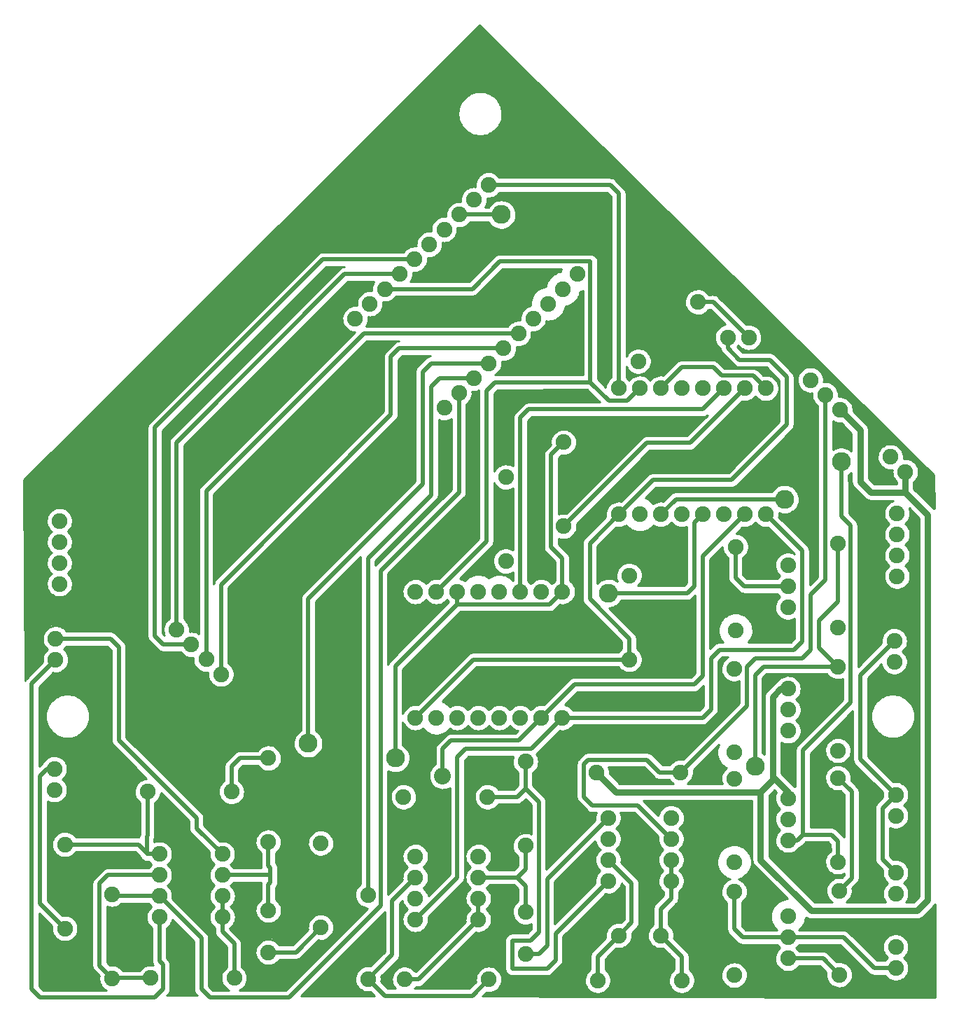
<source format=gbr>
G04 DipTrace Beta 2.9.0.1*
G04 Bottom.gbr*
%MOIN*%
G04 #@! TF.FileFunction,Copper,L2,Bot*
G04 #@! TF.Part,Single*
G04 #@! TA.AperFunction,Conductor,NotC*
%ADD13C,0.02*%
%ADD14C,0.03*%
G04 #@! TA.AperFunction,CopperBalancing*
%ADD15C,0.01*%
G04 #@! TA.AperFunction,ComponentPad*
%ADD16C,0.075*%
G04 #@! TA.AperFunction,ViaPad*
%ADD17C,0.09*%
%ADD18C,0.08*%
%FSLAX26Y26*%
G04*
G70*
G90*
G75*
G01*
G04 Bottom*
%LPD*%
X2205427Y1570000D2*
D13*
Y2007378D1*
X2500521Y2302472D1*
X2940996D1*
X3000524Y2362000D1*
X3219328Y985000D2*
X2968970Y734642D1*
Y608807D1*
X2928970Y568807D1*
X2762041D1*
Y701465D1*
X2848970D1*
X2888970Y741465D1*
Y1361535D1*
X2825505Y1425000D1*
X2785505Y1385000D1*
X2644215D1*
X1600377Y1570000D2*
X1465316D1*
X1425316Y1530000D1*
Y1410000D1*
X3469302Y3330000D2*
X3568877Y3429575D1*
X3718115D1*
X3758115Y3389575D1*
X3909727D1*
X3969302Y3330000D1*
X4588190Y1025000D2*
X4524726Y1088465D1*
Y1331535D1*
X4588190Y1395000D1*
X2825505Y1425000D2*
Y1553000D1*
X3000524Y2362000D2*
Y2520122D1*
X2946773Y2573873D1*
Y3012999D1*
X3006774Y3073000D1*
X2500524Y2362000D2*
X2500521Y2302472D1*
X4588190Y1395000D2*
X4419415Y1563776D1*
Y1965470D1*
X4581945Y2128000D1*
X2300450Y802000D2*
X2500052Y1001602D1*
Y1573000D1*
X2540052Y1613000D1*
X2851524D1*
X3000524Y1762000D1*
X1081604Y813000D2*
Y603598D1*
X1097840Y587362D1*
Y470563D1*
X1057840Y430563D1*
X514056D1*
X474056Y470563D1*
Y1924286D1*
X587770Y2038000D1*
X3000524Y1762000D2*
X3668832D1*
X3708832Y1802000D1*
Y2046000D1*
X3748832Y2086000D1*
X4103041D1*
X4143041Y2126000D1*
Y2556261D1*
X3969302Y2730000D1*
X3006774Y2673000D2*
X3403349Y3069575D1*
X3608877D1*
X3869302Y3330000D1*
X2800524Y2362000D2*
Y3189579D1*
X2840524Y3229579D1*
X3668881D1*
X3769302Y3330000D1*
X3269302Y2730000D2*
X3131787Y2592486D1*
Y2326189D1*
X3319307Y2138669D1*
Y2039000D1*
X2825505Y638000D2*
X2888970D1*
X2928970Y678000D1*
Y994642D1*
X3219328Y1285000D1*
X3918887Y1532165D2*
Y1966000D1*
X3958887Y2006000D1*
X4313182D1*
X631525Y759000D2*
X514056Y876469D1*
Y1485535D1*
X547521Y1519000D1*
X581525D1*
X1600377Y646000D2*
X1731403D1*
X1850403Y765000D1*
X4313151Y1476000D2*
X4379415Y1409736D1*
Y999003D1*
X4319412Y939000D1*
X3319307Y2039000D2*
X2577524D1*
X2300524Y1762000D1*
X4313182Y2006000D2*
X4223041Y2096142D1*
Y2223374D1*
X4313161Y2313495D1*
Y2592000D1*
X3788117Y3572000D2*
Y3521245D1*
X3844362Y3465000D1*
X3988133D1*
X4069386Y3383747D1*
Y3156261D1*
X3806125Y2893000D1*
X3432302D1*
X3269302Y2730000D1*
X2430052Y1484756D2*
Y1613000D1*
X2470052Y1653000D1*
X2791524D1*
X2900524Y1762000D1*
X1381604Y1113000D2*
X1258631Y1235972D1*
Y1284937D1*
X888507Y1655062D1*
Y2098000D1*
X848507Y2138000D1*
X587770D1*
X2900524Y1762000D2*
X3058807Y1920283D1*
X3628832D1*
X3668832Y1960283D1*
Y2529530D1*
X3869302Y2730000D1*
X3163062Y1502000D2*
D14*
X3256951Y1408110D1*
X3944373D1*
Y1085727D1*
X4185533Y844567D1*
X4690765D1*
X4740765Y894567D1*
Y2728787D1*
X4633895Y2835657D1*
X4468186D1*
X4418186Y2885657D1*
Y3132710D1*
X4323319Y3227577D1*
X4633898Y2932289D2*
X4633895Y2835657D1*
X4075636Y1900000D2*
X4040635D1*
X4003234Y1862598D1*
Y1481651D1*
X4075636Y1409248D1*
Y1379000D1*
X3944373Y1408110D2*
X4003234Y1466971D1*
Y1481651D1*
X2075427Y919000D2*
D13*
Y2521453D1*
X2375828Y2821854D1*
Y3338421D1*
X2415828Y3378421D1*
X2579386D1*
X1081604Y913000D2*
X1281651Y712953D1*
Y470563D1*
X1321651Y430563D1*
X1698407D1*
X2135427Y867583D1*
Y2461528D1*
X2508676Y2834777D1*
Y3307711D1*
X856549Y922000D2*
X865549Y913000D1*
X1081604D1*
X4075636Y1179000D2*
X4119892D1*
X4145892Y1205000D1*
X4281660D1*
X4313151Y1173509D1*
Y1076000D1*
X2508676Y4156239D2*
X2710100Y4156240D1*
X4145892Y1205000D2*
Y1606238D1*
X4373186Y1833531D1*
Y2676441D1*
X4329151Y2720476D1*
Y2979575D1*
X4075636Y2388000D2*
X3865612D1*
X3825610Y2428001D1*
Y2575638D1*
X2600450Y902000D2*
Y802000D1*
X2315450Y517000D1*
X2250466D1*
X2650466D2*
X2571643Y438177D1*
X2156249D1*
X2075427Y519000D1*
X2190466Y634039D1*
Y892016D1*
X2300450Y1002000D1*
X2825505Y838000D2*
Y962000D1*
X2785505Y1002000D1*
X2600450D1*
X2785505D2*
X2825505Y1042000D1*
Y1153000D1*
X1375353Y1969000D2*
Y2396122D1*
X2184415Y3205184D1*
Y3479843D1*
X2224415Y3519843D1*
X2720807D1*
X1304643Y2039710D2*
Y2840655D1*
X2054542Y3590554D1*
X2791518D1*
X1381604Y913000D2*
Y813000D1*
Y743031D1*
X1437839Y686797D1*
Y523000D1*
X1037839D2*
X857549D1*
X856549Y522000D1*
X796549Y582000D1*
Y973000D1*
X836549Y1013000D1*
X1081604D1*
X1025316Y1410000D2*
Y1200618D1*
X1022076Y1197378D1*
Y1119000D1*
Y1113000D1*
X1081604D1*
X1022076Y1119000D2*
X982076Y1159000D1*
X631525D1*
X1600377Y1170000D2*
Y1057999D1*
X1610375Y1048000D1*
Y1013000D1*
Y977413D1*
X1600377Y967415D1*
Y846000D1*
X1381604Y1013000D2*
X1610375D1*
X1233932Y2110421D2*
X1099753D1*
X1059753Y2150421D1*
Y3143573D1*
X1860286Y3944106D1*
X2296543D1*
X1163222Y2181131D2*
Y3072575D1*
X1964043Y3873396D1*
X2225833D1*
X3888117Y3572000D2*
X3719274Y3740843D1*
X3645904D1*
X3519328Y1085000D2*
Y985000D1*
X3469344Y726000D2*
X3569323Y626021D1*
Y512000D1*
X3519328Y985000D2*
Y901720D1*
X3469344Y851736D1*
Y726000D1*
X4058832Y2802004D2*
X3541306D1*
X3469302Y2730000D1*
X3219297Y2355000D2*
X3594828D1*
X3628832Y2389004D1*
Y2689530D1*
X3669302Y2730000D1*
X2650097Y4297660D2*
X3229301D1*
X3269302Y4257659D1*
Y3330000D1*
X4075636Y617000D2*
X4241412D1*
X4319412Y539000D1*
X3819360Y934638D2*
Y757000D1*
X3859360Y717000D1*
X4075636D1*
X4338726D1*
X4484726Y571000D1*
X4588190D1*
X2155122Y3802685D2*
X2571344D1*
X2702234Y3933575D1*
X3134364D1*
Y3358425D1*
X2679387D1*
X2639387Y3318425D1*
Y2600864D1*
X2400524Y2362000D1*
X3134364Y3358425D2*
X3223210Y3269579D1*
X3308881D1*
X3369302Y3330000D1*
X3219328Y1085000D2*
X3330840Y973488D1*
Y787496D1*
X3269344Y726000D1*
X2650097Y3449133D2*
X2375829D1*
X2335828Y3409131D1*
Y2874165D1*
X1790403Y2328740D1*
Y1640000D1*
X3269344Y726000D2*
X3169323Y625979D1*
Y512000D1*
X3519328Y1185000D2*
X3359324Y1345004D1*
X3143060D1*
X3103060Y1385004D1*
Y1541025D1*
X3124035Y1562000D1*
X3403356D1*
X3463356Y1502000D1*
X3563062D1*
X3878887Y1817825D1*
Y2006000D1*
X3918887Y2046000D1*
X4143041D1*
X4183041Y2086000D1*
Y2348512D1*
X4252609Y2418080D1*
Y3298289D1*
D17*
X2205427Y1570000D3*
X3918887Y1532165D3*
D18*
X2430052Y1484756D3*
D17*
X2710100Y4156240D3*
X4329151Y2979575D3*
X4058832Y2802004D3*
X3219297Y2355000D3*
X1790403Y1640000D3*
X2599980Y5048706D2*
D15*
X2613761D1*
X2589980Y5038837D2*
X2623761D1*
X2580136Y5028969D2*
X2633761D1*
X2570292Y5019100D2*
X2643605D1*
X2560292Y5009231D2*
X2653605D1*
X2550448Y4999362D2*
X2663605D1*
X2540448Y4989493D2*
X2673605D1*
X2530605Y4979625D2*
X2683605D1*
X2520761Y4969756D2*
X2693605D1*
X2510761Y4959887D2*
X2703605D1*
X2500917Y4950018D2*
X2713605D1*
X2490917Y4940150D2*
X2723605D1*
X2481073Y4930281D2*
X2733448D1*
X2471230Y4920412D2*
X2743448D1*
X2461230Y4910543D2*
X2753448D1*
X2451386Y4900675D2*
X2763448D1*
X2441386Y4890806D2*
X2773448D1*
X2431542Y4880937D2*
X2783448D1*
X2421698Y4871068D2*
X2793448D1*
X2411698Y4861199D2*
X2803448D1*
X2401855Y4851331D2*
X2813448D1*
X2391855Y4841462D2*
X2823448D1*
X2382011Y4831593D2*
X2833292D1*
X2372167Y4821724D2*
X2843292D1*
X2362167Y4811856D2*
X2853292D1*
X2352323Y4801987D2*
X2863292D1*
X2342323Y4792118D2*
X2873292D1*
X2332480Y4782249D2*
X2883292D1*
X2322636Y4772381D2*
X2893292D1*
X2312636Y4762512D2*
X2903292D1*
X2302792Y4752643D2*
X2913292D1*
X2292792Y4742774D2*
X2923136D1*
X2282948Y4732906D2*
X2565011D1*
X2653105D2*
X2933136D1*
X2273105Y4723037D2*
X2547511D1*
X2670448D2*
X2943136D1*
X2263105Y4713168D2*
X2535480D1*
X2682480D2*
X2953136D1*
X2253261Y4703299D2*
X2526417D1*
X2691542D2*
X2963136D1*
X2243261Y4693430D2*
X2519230D1*
X2698730D2*
X2973136D1*
X2233417Y4683562D2*
X2513761D1*
X2704198D2*
X2983136D1*
X2223573Y4673693D2*
X2509542D1*
X2708573D2*
X2993136D1*
X2213573Y4663824D2*
X2506417D1*
X2711698D2*
X3003136D1*
X2203730Y4653955D2*
X2504230D1*
X2713730D2*
X3013136D1*
X2193730Y4644087D2*
X2503136D1*
X2714823D2*
X3022980D1*
X2183886Y4634218D2*
X2502980D1*
X2715136D2*
X3032980D1*
X2174042Y4624349D2*
X2503605D1*
X2714355D2*
X3042980D1*
X2164042Y4614480D2*
X2505323D1*
X2712636D2*
X3052980D1*
X2154198Y4604612D2*
X2507980D1*
X2709980D2*
X3062980D1*
X2144198Y4594743D2*
X2511730D1*
X2706230D2*
X3072980D1*
X2134355Y4584874D2*
X2516730D1*
X2701230D2*
X3082980D1*
X2124511Y4575005D2*
X2523136D1*
X2694980D2*
X3092980D1*
X2114511Y4565136D2*
X2531261D1*
X2686698D2*
X3102980D1*
X2104667Y4555268D2*
X2541886D1*
X2676073D2*
X3112980D1*
X2094667Y4545399D2*
X2556417D1*
X2661542D2*
X3122823D1*
X2084823Y4535530D2*
X2580480D1*
X2637480D2*
X3132823D1*
X2074980Y4525661D2*
X3142823D1*
X2064980Y4515793D2*
X3152823D1*
X2055136Y4505924D2*
X3162823D1*
X2045136Y4496055D2*
X3172823D1*
X2035292Y4486186D2*
X3182823D1*
X2025448Y4476318D2*
X3192823D1*
X2015448Y4466449D2*
X3202823D1*
X2005605Y4456580D2*
X3212667D1*
X1995605Y4446711D2*
X3222667D1*
X1985761Y4436843D2*
X3232667D1*
X1975917Y4426974D2*
X3242667D1*
X1965917Y4417105D2*
X3252667D1*
X1956073Y4407236D2*
X3262667D1*
X1946073Y4397367D2*
X3272667D1*
X1936230Y4387499D2*
X3282667D1*
X1926386Y4377630D2*
X3292667D1*
X1916386Y4367761D2*
X3302667D1*
X1906542Y4357892D2*
X2630948D1*
X2669198D2*
X3312511D1*
X1896542Y4348024D2*
X2611417D1*
X2688730D2*
X3322511D1*
X1886698Y4338155D2*
X2600948D1*
X2699198D2*
X3332511D1*
X1876855Y4328286D2*
X2594230D1*
X3248105D2*
X3342511D1*
X1866855Y4318417D2*
X2589698D1*
X3259667D2*
X3352511D1*
X1857011Y4308549D2*
X2587198D1*
X3269511D2*
X3362511D1*
X1847011Y4298680D2*
X2586261D1*
X3279355D2*
X3372511D1*
X1837167Y4288811D2*
X2567042D1*
X3289198D2*
X3382511D1*
X1827323Y4278942D2*
X2542980D1*
X3298573D2*
X3392511D1*
X1817323Y4269073D2*
X2531730D1*
X3303886D2*
X3402355D1*
X1807480Y4259205D2*
X2524386D1*
X2700917D2*
X3216730D1*
X3305605D2*
X3412355D1*
X1797480Y4249336D2*
X2519542D1*
X2691386D2*
X3226573D1*
X3305761D2*
X3422355D1*
X1787636Y4239467D2*
X2516730D1*
X2674980D2*
X3232980D1*
X3305761D2*
X3432355D1*
X1777792Y4229598D2*
X2515480D1*
X2643261D2*
X3232980D1*
X3305761D2*
X3442355D1*
X1767792Y4219730D2*
X2515948D1*
X2642792D2*
X2678605D1*
X2741542D2*
X3232980D1*
X3305761D2*
X3452355D1*
X1757948Y4209861D2*
X2474855D1*
X2640917D2*
X2663448D1*
X2756698D2*
X3232980D1*
X3305761D2*
X3462355D1*
X1747948Y4199992D2*
X2462511D1*
X2637167D2*
X2653917D1*
X2766230D2*
X3232980D1*
X3305761D2*
X3472355D1*
X1738105Y4190123D2*
X2454698D1*
X2772792D2*
X3232980D1*
X3305761D2*
X3482355D1*
X1728261Y4180255D2*
X2449542D1*
X2777323D2*
X3232980D1*
X3305761D2*
X3492355D1*
X1718261Y4170386D2*
X2446417D1*
X2780136D2*
X3232980D1*
X3305761D2*
X3502198D1*
X1708417Y4160517D2*
X2444855D1*
X2781386D2*
X3232980D1*
X3305761D2*
X3512198D1*
X1698417Y4150648D2*
X2445011D1*
X2781230D2*
X3232980D1*
X3305761D2*
X3522198D1*
X1688573Y4140780D2*
X2406886D1*
X2779823D2*
X3232980D1*
X3305761D2*
X3532198D1*
X1678730Y4130911D2*
X2393448D1*
X2776855D2*
X3232980D1*
X3305761D2*
X3542198D1*
X1668730Y4121042D2*
X2385011D1*
X2772011D2*
X3232980D1*
X3305761D2*
X3552198D1*
X1658886Y4111173D2*
X2379542D1*
X2553573D2*
X2655011D1*
X2765136D2*
X3232980D1*
X3305761D2*
X3562198D1*
X1648886Y4101304D2*
X2376105D1*
X2540292D2*
X2665011D1*
X2755136D2*
X3232980D1*
X3305761D2*
X3572198D1*
X1639042Y4091436D2*
X2374386D1*
X2501542D2*
X2681573D1*
X2738573D2*
X3232980D1*
X3305761D2*
X3582198D1*
X1629198Y4081567D2*
X2374230D1*
X2501698D2*
X3232980D1*
X3305761D2*
X3592198D1*
X1619198Y4071698D2*
X2339386D1*
X2500292D2*
X3232980D1*
X3305761D2*
X3602042D1*
X1609355Y4061829D2*
X2324542D1*
X2497167D2*
X3232980D1*
X3305761D2*
X3612042D1*
X1599355Y4051961D2*
X2315480D1*
X2492167D2*
X3232980D1*
X3305761D2*
X3622042D1*
X1589511Y4042092D2*
X2309542D1*
X2484511D2*
X3232980D1*
X3305761D2*
X3632042D1*
X1579667Y4032223D2*
X2305792D1*
X2472323D2*
X3232980D1*
X3305761D2*
X3642042D1*
X1569667Y4022354D2*
X2303761D1*
X2430761D2*
X3232980D1*
X3305761D2*
X3652042D1*
X1559823Y4012486D2*
X2303448D1*
X2431073D2*
X3232980D1*
X3305761D2*
X3662042D1*
X1549823Y4002617D2*
X2272511D1*
X2429980D2*
X3232980D1*
X3305761D2*
X3672042D1*
X1539980Y3992748D2*
X2255636D1*
X2427167D2*
X3232980D1*
X3305761D2*
X3682042D1*
X1530136Y3982879D2*
X2245948D1*
X2422480D2*
X3232980D1*
X3305761D2*
X3691886D1*
X1520136Y3973010D2*
X1838917D1*
X2415292D2*
X3232980D1*
X3305761D2*
X3701886D1*
X1510292Y3963142D2*
X1828292D1*
X2404042D2*
X2681730D1*
X3154823D2*
X3232980D1*
X3305761D2*
X3711886D1*
X1500292Y3953273D2*
X1818448D1*
X2381230D2*
X2670792D1*
X3164823D2*
X3232980D1*
X3305761D2*
X3721886D1*
X1490448Y3943404D2*
X1808448D1*
X2360448D2*
X2660948D1*
X3169355D2*
X3232980D1*
X3305761D2*
X3731886D1*
X1480605Y3933535D2*
X1798605D1*
X2359511D2*
X2651105D1*
X3170761D2*
X3232980D1*
X3305761D2*
X3741886D1*
X1470605Y3923667D2*
X1788761D1*
X2357011D2*
X2641261D1*
X3170761D2*
X3232980D1*
X3305761D2*
X3751886D1*
X1460761Y3913798D2*
X1778917D1*
X2352636D2*
X2631417D1*
X3170761D2*
X3232980D1*
X3305761D2*
X3761886D1*
X1450761Y3903929D2*
X1769073D1*
X1871230D2*
X1945167D1*
X2345917D2*
X2621573D1*
X3170761D2*
X3232980D1*
X3305761D2*
X3771886D1*
X1440917Y3894060D2*
X1759230D1*
X1861230D2*
X1933605D1*
X2335605D2*
X2611730D1*
X2713730D2*
X2993136D1*
X3170761D2*
X3232980D1*
X3305761D2*
X3781886D1*
X1431073Y3884192D2*
X1749386D1*
X1851386D2*
X1923761D1*
X2316698D2*
X2601730D1*
X2703886D2*
X2987511D1*
X3170761D2*
X3232980D1*
X3305761D2*
X3791730D1*
X1421073Y3874323D2*
X1739386D1*
X1841542D2*
X1913917D1*
X2289667D2*
X2591886D1*
X2694042D2*
X2960948D1*
X3170761D2*
X3232980D1*
X3305761D2*
X3801730D1*
X1411230Y3864454D2*
X1729542D1*
X1831698D2*
X1904073D1*
X2289042D2*
X2582042D1*
X2684198D2*
X2947355D1*
X3170761D2*
X3232980D1*
X3305761D2*
X3811730D1*
X1401230Y3854585D2*
X1719698D1*
X1821855D2*
X1894230D1*
X2286855D2*
X2572198D1*
X2674355D2*
X2937980D1*
X3170761D2*
X3232980D1*
X3305761D2*
X3821730D1*
X1391386Y3844717D2*
X1709855D1*
X1812011D2*
X1884230D1*
X2282792D2*
X2562355D1*
X2664511D2*
X2931261D1*
X3170761D2*
X3232980D1*
X3305761D2*
X3831730D1*
X1381542Y3834848D2*
X1700011D1*
X1802167D2*
X1874386D1*
X1976542D2*
X2100011D1*
X2654511D2*
X2926261D1*
X3170761D2*
X3232980D1*
X3305761D2*
X3841730D1*
X1371542Y3824979D2*
X1690167D1*
X1792167D2*
X1864542D1*
X1966698D2*
X2095323D1*
X2644667D2*
X2922823D1*
X3170761D2*
X3232980D1*
X3305761D2*
X3851730D1*
X1361698Y3815110D2*
X1680167D1*
X1782323D2*
X1854698D1*
X1956855D2*
X2092511D1*
X2634823D2*
X2920636D1*
X3170761D2*
X3232980D1*
X3305761D2*
X3861730D1*
X1351698Y3805241D2*
X1670323D1*
X1772480D2*
X1844855D1*
X1947011D2*
X2091261D1*
X2624980D2*
X2893136D1*
X3170761D2*
X3232980D1*
X3305761D2*
X3871730D1*
X1341855Y3795373D2*
X1660480D1*
X1762636D2*
X1835011D1*
X1937011D2*
X2091573D1*
X2615136D2*
X2878448D1*
X3170761D2*
X3232980D1*
X3305761D2*
X3613605D1*
X3678261D2*
X3881573D1*
X1332011Y3785504D2*
X1650636D1*
X1752792D2*
X1825011D1*
X1927167D2*
X2050323D1*
X2605292D2*
X2868605D1*
X3085761D2*
X3097980D1*
X3170761D2*
X3232980D1*
X3305761D2*
X3600636D1*
X3691230D2*
X3891573D1*
X1322011Y3775635D2*
X1640792D1*
X1742948D2*
X1815167D1*
X1917323D2*
X2038136D1*
X2595136D2*
X2861417D1*
X3082948D2*
X3097980D1*
X3170761D2*
X3232980D1*
X3305761D2*
X3592511D1*
X3726855D2*
X3901573D1*
X1312167Y3765766D2*
X1630948D1*
X1732948D2*
X1805323D1*
X1907480D2*
X2030323D1*
X2207011D2*
X2856261D1*
X3078886D2*
X3097980D1*
X3170761D2*
X3232980D1*
X3305761D2*
X3587198D1*
X3745448D2*
X3911573D1*
X1302167Y3755898D2*
X1620948D1*
X1723105D2*
X1795480D1*
X1897636D2*
X2025167D1*
X2198105D2*
X2852511D1*
X3073105D2*
X3097980D1*
X3170761D2*
X3232980D1*
X3305761D2*
X3583761D1*
X3755292D2*
X3921573D1*
X1292323Y3746029D2*
X1611105D1*
X1713261D2*
X1785636D1*
X1887792D2*
X2022042D1*
X2183417D2*
X2850167D1*
X3065136D2*
X3097980D1*
X3170761D2*
X3232980D1*
X3305761D2*
X3582198D1*
X3765136D2*
X3931573D1*
X1282480Y3736160D2*
X1601261D1*
X1703417D2*
X1775792D1*
X1877948D2*
X2020636D1*
X2148105D2*
X2849073D1*
X3054042D2*
X3097980D1*
X3170761D2*
X3232980D1*
X3305761D2*
X3582198D1*
X3774980D2*
X3941573D1*
X1272480Y3726291D2*
X1591417D1*
X1693573D2*
X1765948D1*
X1867948D2*
X2020792D1*
X2148105D2*
X2849230D1*
X3036855D2*
X3097980D1*
X3170761D2*
X3232980D1*
X3305761D2*
X3583761D1*
X3784823D2*
X3951573D1*
X1262636Y3716423D2*
X1581573D1*
X1683730D2*
X1755948D1*
X1858105D2*
X1982511D1*
X2146386D2*
X2830948D1*
X3015292D2*
X3097980D1*
X3170761D2*
X3232980D1*
X3305761D2*
X3586886D1*
X3794823D2*
X3961573D1*
X1252636Y3706554D2*
X1571730D1*
X1673730D2*
X1746105D1*
X1848261D2*
X1969073D1*
X2142948D2*
X2817511D1*
X3012792D2*
X3097980D1*
X3170761D2*
X3232980D1*
X3305761D2*
X3592198D1*
X3804667D2*
X3971573D1*
X1242792Y3696685D2*
X1561730D1*
X1663886D2*
X1736261D1*
X1838417D2*
X1960792D1*
X2137480D2*
X2809230D1*
X3008886D2*
X3097980D1*
X3170761D2*
X3232980D1*
X3305761D2*
X3600167D1*
X3691698D2*
X3712355D1*
X3814511D2*
X3981417D1*
X1232948Y3686816D2*
X1551886D1*
X1654042D2*
X1726417D1*
X1828573D2*
X1955167D1*
X2129198D2*
X2803761D1*
X3003417D2*
X3097980D1*
X3170761D2*
X3232980D1*
X3305761D2*
X3612667D1*
X3679042D2*
X3722198D1*
X3824355D2*
X3991417D1*
X1222948Y3676948D2*
X1542042D1*
X1644198D2*
X1716573D1*
X1818730D2*
X1951730D1*
X2115917D2*
X2800323D1*
X2995917D2*
X3097980D1*
X3170761D2*
X3232980D1*
X3305761D2*
X3732042D1*
X3834198D2*
X4001417D1*
X1213105Y3667079D2*
X1532198D1*
X1634355D2*
X1706730D1*
X1808730D2*
X1950011D1*
X2077323D2*
X2798605D1*
X2985448D2*
X3097980D1*
X3170761D2*
X3232980D1*
X3305761D2*
X3742042D1*
X3844042D2*
X4011417D1*
X1203105Y3657210D2*
X1522355D1*
X1624511D2*
X1696730D1*
X1798886D2*
X1949855D1*
X2077480D2*
X2798448D1*
X2969823D2*
X3097980D1*
X3170761D2*
X3232980D1*
X3305761D2*
X3751886D1*
X3854042D2*
X4021417D1*
X1193261Y3647341D2*
X1512511D1*
X1614511D2*
X1686886D1*
X1789042D2*
X1951417D1*
X2076073D2*
X2763448D1*
X2924511D2*
X3097980D1*
X3170761D2*
X3232980D1*
X3305761D2*
X3761730D1*
X3863886D2*
X4031417D1*
X1183417Y3637472D2*
X1502667D1*
X1604667D2*
X1677042D1*
X1779198D2*
X1954542D1*
X2072948D2*
X2748605D1*
X2921386D2*
X3097980D1*
X3170761D2*
X3232980D1*
X3305761D2*
X3771573D1*
X3873730D2*
X4041417D1*
X1173417Y3627604D2*
X1492667D1*
X1594823D2*
X1667198D1*
X1769355D2*
X1959542D1*
X2067792D2*
X2739698D1*
X2916386D2*
X3097980D1*
X3170761D2*
X3232980D1*
X3305761D2*
X3757667D1*
X3918573D2*
X4051417D1*
X1163573Y3617735D2*
X1482823D1*
X1584980D2*
X1657355D1*
X1759511D2*
X1967355D1*
X2908573D2*
X3097980D1*
X3170761D2*
X3232980D1*
X3305761D2*
X3743917D1*
X3932323D2*
X4061417D1*
X1153573Y3607866D2*
X1472980D1*
X1575136D2*
X1647511D1*
X1749511D2*
X1979386D1*
X2896542D2*
X3097980D1*
X3170761D2*
X3232980D1*
X3305761D2*
X3735480D1*
X3940761D2*
X4071417D1*
X1143730Y3597997D2*
X1463136D1*
X1565292D2*
X1637511D1*
X1739667D2*
X2010948D1*
X2854980D2*
X3097980D1*
X3170761D2*
X3232980D1*
X3305761D2*
X3729855D1*
X3946386D2*
X4081261D1*
X1133886Y3588129D2*
X1453292D1*
X1555448D2*
X1627667D1*
X1729823D2*
X2001105D1*
X2855448D2*
X3097980D1*
X3170761D2*
X3232980D1*
X3305761D2*
X3726261D1*
X3949980D2*
X4091261D1*
X1123886Y3578260D2*
X1443448D1*
X1545448D2*
X1617823D1*
X1719980D2*
X1991261D1*
X2854198D2*
X3097980D1*
X3170761D2*
X3232980D1*
X3305761D2*
X3724542D1*
X3951698D2*
X4101261D1*
X1114042Y3568391D2*
X1433448D1*
X1535605D2*
X1607980D1*
X1710136D2*
X1981261D1*
X2851386D2*
X3097980D1*
X3170761D2*
X3232980D1*
X3305761D2*
X3724386D1*
X3951855D2*
X4111261D1*
X1104042Y3558522D2*
X1423605D1*
X1525761D2*
X1598136D1*
X1700292D2*
X1971417D1*
X2846698D2*
X3097980D1*
X3170761D2*
X3232980D1*
X3305761D2*
X3725636D1*
X3950605D2*
X4121261D1*
X1094198Y3548654D2*
X1413761D1*
X1515917D2*
X1588292D1*
X1690292D2*
X1961573D1*
X2063730D2*
X2202823D1*
X2839355D2*
X3097980D1*
X3170761D2*
X3232980D1*
X3305761D2*
X3728761D1*
X3947480D2*
X4131261D1*
X1084355Y3538785D2*
X1403917D1*
X1506073D2*
X1578292D1*
X1680448D2*
X1951730D1*
X2053886D2*
X2192355D1*
X2828261D2*
X3097980D1*
X3170761D2*
X3232980D1*
X3305761D2*
X3733761D1*
X3942480D2*
X4141261D1*
X1074355Y3528916D2*
X1394073D1*
X1496230D2*
X1568448D1*
X1670605D2*
X1941886D1*
X2044042D2*
X2182355D1*
X2804980D2*
X3097980D1*
X3170761D2*
X3232980D1*
X3305761D2*
X3741261D1*
X3834980D2*
X3841261D1*
X3934980D2*
X4151261D1*
X1064511Y3519047D2*
X1384230D1*
X1486230D2*
X1558605D1*
X1660761D2*
X1932042D1*
X2034042D2*
X2172511D1*
X2784667D2*
X3097980D1*
X3170761D2*
X3232980D1*
X3305761D2*
X3346886D1*
X3379198D2*
X3751730D1*
X3841386D2*
X3853136D1*
X3923105D2*
X4161261D1*
X1054511Y3509178D2*
X1374230D1*
X1476386D2*
X1548761D1*
X1650917D2*
X1922042D1*
X2024198D2*
X2162667D1*
X2783730D2*
X3097980D1*
X3170761D2*
X3232980D1*
X3305761D2*
X3325480D1*
X3400605D2*
X3753761D1*
X3851230D2*
X3883917D1*
X3892246D2*
X4171105D1*
X1044667Y3499310D2*
X1364386D1*
X1466542D2*
X1538917D1*
X1641073D2*
X1912198D1*
X2014355D2*
X2153917D1*
X2781230D2*
X3097980D1*
X3170761D2*
X3232980D1*
X3305761D2*
X3314698D1*
X3411542D2*
X3759386D1*
X3997792D2*
X4181105D1*
X1034823Y3489441D2*
X1354542D1*
X1456698D2*
X1529073D1*
X1631073D2*
X1902355D1*
X2004511D2*
X2149386D1*
X2776855D2*
X3097980D1*
X3170761D2*
X3232980D1*
X3418573D2*
X3768917D1*
X4014823D2*
X4191105D1*
X1024823Y3479572D2*
X1344698D1*
X1446855D2*
X1519230D1*
X1621230D2*
X1892511D1*
X1994667D2*
X2147980D1*
X2235136D2*
X2356730D1*
X2770136D2*
X3097980D1*
X3170761D2*
X3232980D1*
X3423105D2*
X3778761D1*
X4024667D2*
X4201105D1*
X1014980Y3469703D2*
X1334855D1*
X1437011D2*
X1509230D1*
X1611386D2*
X1882667D1*
X1984823D2*
X2147980D1*
X2225292D2*
X2345323D1*
X2759823D2*
X3097980D1*
X3170761D2*
X3232980D1*
X3425917D2*
X3788605D1*
X4034511D2*
X4211105D1*
X1004980Y3459835D2*
X1325011D1*
X1427011D2*
X1499386D1*
X1601542D2*
X1872823D1*
X1974823D2*
X2147980D1*
X2220761D2*
X2335480D1*
X2740605D2*
X3097980D1*
X3170761D2*
X3232980D1*
X3427011D2*
X3549542D1*
X3737480D2*
X3798448D1*
X4044355D2*
X4221105D1*
X995136Y3449966D2*
X1315011D1*
X1417167D2*
X1489542D1*
X1591698D2*
X1862823D1*
X1964980D2*
X2147980D1*
X2220761D2*
X2325636D1*
X2714042D2*
X3097980D1*
X3170761D2*
X3232980D1*
X3426386D2*
X3538136D1*
X3748730D2*
X3808292D1*
X4054198D2*
X4231105D1*
X985292Y3440097D2*
X1305167D1*
X1407323D2*
X1479698D1*
X1581855D2*
X1852980D1*
X1955136D2*
X2147980D1*
X2220761D2*
X2315792D1*
X2713417D2*
X3097980D1*
X3170761D2*
X3232980D1*
X3424355D2*
X3528292D1*
X3758730D2*
X3818136D1*
X4064042D2*
X4241105D1*
X975292Y3430228D2*
X1295323D1*
X1397480D2*
X1469855D1*
X1572011D2*
X1843136D1*
X1945292D2*
X2147980D1*
X2220761D2*
X2306417D1*
X2711073D2*
X3097980D1*
X3170761D2*
X3232980D1*
X3420448D2*
X3518448D1*
X3768573D2*
X3836730D1*
X4074042D2*
X4166417D1*
X4197323D2*
X4251105D1*
X965448Y3420360D2*
X1285480D1*
X1387636D2*
X1460011D1*
X1562011D2*
X1833292D1*
X1935448D2*
X2147980D1*
X2220761D2*
X2301261D1*
X2707011D2*
X3097980D1*
X3170761D2*
X3232980D1*
X3305761D2*
X3311730D1*
X3414511D2*
X3508605D1*
X3928261D2*
X3981730D1*
X4083886D2*
X4144542D1*
X4219198D2*
X4261105D1*
X955448Y3410491D2*
X1275636D1*
X1377792D2*
X1450011D1*
X1552167D2*
X1823448D1*
X1925605D2*
X2147980D1*
X2220761D2*
X2299386D1*
X2700761D2*
X3097980D1*
X3170761D2*
X3232980D1*
X3305761D2*
X3320792D1*
X3405292D2*
X3498761D1*
X3939823D2*
X3991573D1*
X4093730D2*
X4133605D1*
X4230136D2*
X4270948D1*
X945605Y3400622D2*
X1265792D1*
X1367792D2*
X1440167D1*
X1542323D2*
X1813605D1*
X1915605D2*
X2147980D1*
X2220761D2*
X2299386D1*
X2691073D2*
X3097980D1*
X3170761D2*
X3232980D1*
X3305761D2*
X3336261D1*
X3389823D2*
X3488917D1*
X3949667D2*
X4001417D1*
X4101542D2*
X4126573D1*
X4237323D2*
X4280948D1*
X935761Y3390753D2*
X1255792D1*
X1357948D2*
X1430323D1*
X1532480D2*
X1803605D1*
X1905761D2*
X2147980D1*
X2220761D2*
X2299386D1*
X3170761D2*
X3232980D1*
X3305761D2*
X3352042D1*
X3386542D2*
X3452042D1*
X3986542D2*
X4011261D1*
X4105136D2*
X4121886D1*
X4241855D2*
X4290948D1*
X925761Y3380885D2*
X1245948D1*
X1348105D2*
X1420480D1*
X1522636D2*
X1793761D1*
X1895917D2*
X2147980D1*
X2220761D2*
X2299386D1*
X3170761D2*
X3231261D1*
X3307323D2*
X3331261D1*
X3407323D2*
X3431261D1*
X4007323D2*
X4021261D1*
X4105761D2*
X4119073D1*
X4244667D2*
X4300948D1*
X915917Y3371016D2*
X1236105D1*
X1338261D2*
X1410636D1*
X1512792D2*
X1783917D1*
X1886073D2*
X2147980D1*
X2220761D2*
X2299386D1*
X3172792D2*
X3220636D1*
X4017948D2*
X4031105D1*
X4105761D2*
X4117980D1*
X4245761D2*
X4310948D1*
X905917Y3361147D2*
X1226261D1*
X1328417D2*
X1400792D1*
X1502792D2*
X1774073D1*
X1876230D2*
X2147980D1*
X2220761D2*
X2299386D1*
X3182636D2*
X3213605D1*
X4024980D2*
X4032980D1*
X4105761D2*
X4118448D1*
X4245292D2*
X4249309D1*
X4255898D2*
X4320948D1*
X896073Y3351278D2*
X1216417D1*
X1318573D2*
X1390792D1*
X1492948D2*
X1764230D1*
X1866386D2*
X2147980D1*
X2220761D2*
X2299386D1*
X3192636D2*
X3209073D1*
X4029511D2*
X4032917D1*
X4105761D2*
X4120480D1*
X4287480D2*
X4330948D1*
X886230Y3341409D2*
X1206573D1*
X1308730D2*
X1380948D1*
X1483105D2*
X1754386D1*
X1856386D2*
X2147980D1*
X2220761D2*
X2299386D1*
X3202480D2*
X3206417D1*
X4105761D2*
X4124386D1*
X4299355D2*
X4340948D1*
X876230Y3331541D2*
X1196730D1*
X1298730D2*
X1371105D1*
X1473261D2*
X1744542D1*
X1846542D2*
X2147980D1*
X2220761D2*
X2299386D1*
X4105761D2*
X4130323D1*
X4307011D2*
X4350948D1*
X866386Y3321672D2*
X1186730D1*
X1288886D2*
X1361261D1*
X1463417D2*
X1734542D1*
X1836698D2*
X2147980D1*
X2220761D2*
X2299386D1*
X2693730D2*
X3120011D1*
X4105761D2*
X4139542D1*
X4312011D2*
X4360792D1*
X856386Y3311803D2*
X1176886D1*
X1279042D2*
X1351417D1*
X1453573D2*
X1724698D1*
X1826855D2*
X2147980D1*
X2220761D2*
X2299386D1*
X2572480D2*
X2602980D1*
X2683886D2*
X3129855D1*
X4105761D2*
X4154698D1*
X4314980D2*
X4370792D1*
X846542Y3301934D2*
X1167042D1*
X1269198D2*
X1341573D1*
X1443573D2*
X1714855D1*
X1817011D2*
X2147980D1*
X2220761D2*
X2299386D1*
X2572323D2*
X2602980D1*
X2675761D2*
X3139855D1*
X4026542D2*
X4032980D1*
X4105761D2*
X4188761D1*
X4316386D2*
X4380792D1*
X836698Y3292066D2*
X1157198D1*
X1259355D2*
X1331573D1*
X1433730D2*
X1705011D1*
X1807167D2*
X2147980D1*
X2220761D2*
X2299386D1*
X2570605D2*
X2602980D1*
X2675761D2*
X3149698D1*
X4020448D2*
X4032980D1*
X4105761D2*
X4189073D1*
X4316230D2*
X4390792D1*
X826698Y3282197D2*
X1147355D1*
X1249511D2*
X1321730D1*
X1423886D2*
X1695167D1*
X1797323D2*
X2147980D1*
X2220761D2*
X2299386D1*
X2567167D2*
X2602980D1*
X2675761D2*
X3159542D1*
X3911230D2*
X3927355D1*
X4011230D2*
X4032980D1*
X4105761D2*
X4190792D1*
X4355448D2*
X4400792D1*
X816855Y3272328D2*
X1137511D1*
X1239511D2*
X1311886D1*
X1414042D2*
X1685323D1*
X1787323D2*
X2147980D1*
X2220761D2*
X2299386D1*
X2561698D2*
X2602980D1*
X2675761D2*
X3169386D1*
X3895448D2*
X3943136D1*
X3995448D2*
X4032980D1*
X4105761D2*
X4194386D1*
X4368573D2*
X4410792D1*
X806855Y3262459D2*
X1127511D1*
X1229667D2*
X1302042D1*
X1404198D2*
X1675323D1*
X1777480D2*
X2147980D1*
X2220761D2*
X2299386D1*
X2553417D2*
X2602980D1*
X2675761D2*
X2826417D1*
X3852792D2*
X4032980D1*
X4105761D2*
X4199855D1*
X4376698D2*
X4420792D1*
X797011Y3252591D2*
X1117667D1*
X1219823D2*
X1292198D1*
X1394355D2*
X1665480D1*
X1767636D2*
X2147980D1*
X2220761D2*
X2299386D1*
X2545136D2*
X2602980D1*
X2675761D2*
X2812511D1*
X3842948D2*
X4032980D1*
X4105761D2*
X4208448D1*
X4382011D2*
X4430792D1*
X787167Y3242722D2*
X1107823D1*
X1209980D2*
X1282355D1*
X1384355D2*
X1655636D1*
X1757792D2*
X2147980D1*
X2220761D2*
X2299386D1*
X2545136D2*
X2602980D1*
X2675761D2*
X2802667D1*
X3833105D2*
X4032980D1*
X4105761D2*
X4216261D1*
X4385292D2*
X4440792D1*
X777167Y3232853D2*
X1097980D1*
X1200136D2*
X1272511D1*
X1374511D2*
X1645792D1*
X1747948D2*
X2147980D1*
X2220761D2*
X2299386D1*
X2545136D2*
X2602980D1*
X2675761D2*
X2792667D1*
X3823261D2*
X4032980D1*
X4105761D2*
X4216261D1*
X4387011D2*
X4450792D1*
X767323Y3222984D2*
X1088136D1*
X1190292D2*
X1262511D1*
X1364667D2*
X1635948D1*
X1738105D2*
X2147980D1*
X2220761D2*
X2299386D1*
X2545136D2*
X2602980D1*
X2675761D2*
X2782823D1*
X3813417D2*
X4032980D1*
X4105761D2*
X4216261D1*
X4387011D2*
X4460636D1*
X757323Y3213115D2*
X1078292D1*
X1180292D2*
X1252667D1*
X1354823D2*
X1626105D1*
X1728105D2*
X2141261D1*
X2220761D2*
X2299386D1*
X2545136D2*
X2602980D1*
X2675761D2*
X2773136D1*
X3803417D2*
X4032980D1*
X4105761D2*
X4216261D1*
X4395917D2*
X4470636D1*
X747480Y3203247D2*
X1068292D1*
X1170448D2*
X1242823D1*
X1344980D2*
X1616105D1*
X1718261D2*
X2131417D1*
X2220761D2*
X2299386D1*
X2545136D2*
X2602980D1*
X2675761D2*
X2766886D1*
X3793573D2*
X4032980D1*
X4105761D2*
X4216261D1*
X4405761D2*
X4480636D1*
X737636Y3193378D2*
X1058448D1*
X1160605D2*
X1232980D1*
X1335136D2*
X1606261D1*
X1708417D2*
X2121573D1*
X2218730D2*
X2299386D1*
X2545136D2*
X2602980D1*
X2675761D2*
X2764386D1*
X2855448D2*
X3681573D1*
X3783730D2*
X4032980D1*
X4105761D2*
X4216261D1*
X4415605D2*
X4490636D1*
X727636Y3183509D2*
X1048605D1*
X1150761D2*
X1223136D1*
X1325292D2*
X1596417D1*
X1698573D2*
X2111730D1*
X2213417D2*
X2299386D1*
X2545136D2*
X2602980D1*
X2675761D2*
X2764073D1*
X2845448D2*
X3671730D1*
X3773886D2*
X4032980D1*
X4105761D2*
X4216261D1*
X4425448D2*
X4500636D1*
X717792Y3173640D2*
X1038761D1*
X1140917D2*
X1213292D1*
X1315292D2*
X1586573D1*
X1688730D2*
X2101886D1*
X2203886D2*
X2299386D1*
X2412167D2*
X2472198D1*
X2545136D2*
X2602980D1*
X2675761D2*
X2764073D1*
X2836855D2*
X3661886D1*
X3764042D2*
X4032980D1*
X4105761D2*
X4216261D1*
X4435448D2*
X4510636D1*
X707792Y3163772D2*
X1029698D1*
X1131073D2*
X1203292D1*
X1305448D2*
X1576730D1*
X1678886D2*
X2091886D1*
X2194042D2*
X2299386D1*
X2412167D2*
X2472198D1*
X2545136D2*
X2602980D1*
X2675761D2*
X2764073D1*
X2836855D2*
X3652042D1*
X3754198D2*
X4025792D1*
X4105761D2*
X4216261D1*
X4289042D2*
X4328917D1*
X4445292D2*
X4520636D1*
X697948Y3153903D2*
X1024855D1*
X1121073D2*
X1193448D1*
X1295605D2*
X1566886D1*
X1668886D2*
X2082042D1*
X2184198D2*
X2299386D1*
X2412167D2*
X2472198D1*
X2545136D2*
X2602980D1*
X2675761D2*
X2764073D1*
X2836855D2*
X3642198D1*
X3744198D2*
X4015948D1*
X4105761D2*
X4216261D1*
X4289042D2*
X4338917D1*
X4453573D2*
X4530636D1*
X688105Y3144034D2*
X1023292D1*
X1111230D2*
X1183605D1*
X1285761D2*
X1556886D1*
X1659042D2*
X2072198D1*
X2174355D2*
X2299386D1*
X2412167D2*
X2472198D1*
X2545136D2*
X2602980D1*
X2675761D2*
X2764073D1*
X2836855D2*
X3632198D1*
X3734355D2*
X4006105D1*
X4103573D2*
X4216261D1*
X4289042D2*
X4348761D1*
X4457948D2*
X4540636D1*
X678105Y3134165D2*
X1023292D1*
X1101386D2*
X1173761D1*
X1275917D2*
X1547042D1*
X1649198D2*
X2062355D1*
X2164511D2*
X2299386D1*
X2412167D2*
X2472198D1*
X2545136D2*
X2602980D1*
X2675761D2*
X2764073D1*
X2836855D2*
X2991105D1*
X3022480D2*
X3622355D1*
X3724511D2*
X3996261D1*
X4098105D2*
X4216261D1*
X4289042D2*
X4358605D1*
X4459511D2*
X4550636D1*
X668261Y3124297D2*
X1023292D1*
X1096230D2*
X1163917D1*
X1266073D2*
X1537198D1*
X1639355D2*
X2052511D1*
X2154667D2*
X2299386D1*
X2412167D2*
X2472198D1*
X2545136D2*
X2602980D1*
X2675761D2*
X2764073D1*
X2836855D2*
X2969386D1*
X3044198D2*
X3612511D1*
X3714667D2*
X3986417D1*
X4088417D2*
X4216261D1*
X4289042D2*
X4368448D1*
X4459511D2*
X4560480D1*
X658261Y3114428D2*
X1023292D1*
X1096230D2*
X1154073D1*
X1256073D2*
X1527355D1*
X1629511D2*
X2042667D1*
X2144667D2*
X2299386D1*
X2412167D2*
X2472198D1*
X2545136D2*
X2602980D1*
X2675761D2*
X2764073D1*
X2836855D2*
X2958448D1*
X3055136D2*
X3602667D1*
X3704823D2*
X3976417D1*
X4078573D2*
X4216261D1*
X4289042D2*
X4376730D1*
X4459511D2*
X4570480D1*
X648417Y3104559D2*
X1023292D1*
X1096230D2*
X1144073D1*
X1246230D2*
X1517511D1*
X1619667D2*
X2032667D1*
X2134823D2*
X2299386D1*
X2412167D2*
X2472198D1*
X2545136D2*
X2602980D1*
X2675761D2*
X2764073D1*
X2836855D2*
X2951417D1*
X3062167D2*
X3396886D1*
X3694980D2*
X3966573D1*
X4068730D2*
X4216261D1*
X4289042D2*
X4376730D1*
X4459511D2*
X4580480D1*
X638573Y3094690D2*
X1023292D1*
X1096230D2*
X1134542D1*
X1236386D2*
X1507667D1*
X1609667D2*
X2022823D1*
X2124980D2*
X2299386D1*
X2412167D2*
X2472198D1*
X2545136D2*
X2602980D1*
X2675761D2*
X2764073D1*
X2836855D2*
X2946730D1*
X3066855D2*
X3377355D1*
X3684980D2*
X3956730D1*
X4058886D2*
X4216261D1*
X4289042D2*
X4376730D1*
X4459511D2*
X4590480D1*
X628573Y3084822D2*
X1023292D1*
X1096230D2*
X1129073D1*
X1226542D2*
X1497823D1*
X1599823D2*
X2012980D1*
X2115136D2*
X2299386D1*
X2412167D2*
X2472198D1*
X2545136D2*
X2602980D1*
X2675761D2*
X2764073D1*
X2836855D2*
X2943917D1*
X3069511D2*
X3367511D1*
X3675136D2*
X3946886D1*
X4049042D2*
X4216261D1*
X4289042D2*
X4376730D1*
X4459511D2*
X4600480D1*
X618730Y3074953D2*
X1023292D1*
X1096230D2*
X1126886D1*
X1216698D2*
X1487823D1*
X1589980D2*
X2003136D1*
X2105292D2*
X2299386D1*
X2412167D2*
X2472198D1*
X2545136D2*
X2602980D1*
X2675761D2*
X2764073D1*
X2836855D2*
X2942980D1*
X3070605D2*
X3357667D1*
X3665292D2*
X3937042D1*
X4039198D2*
X4216261D1*
X4289042D2*
X4376730D1*
X4459511D2*
X4610480D1*
X608730Y3065084D2*
X1023292D1*
X1096230D2*
X1126886D1*
X1206855D2*
X1477980D1*
X1580136D2*
X1993292D1*
X2095448D2*
X2299386D1*
X2412167D2*
X2472198D1*
X2545136D2*
X2602980D1*
X2675761D2*
X2764073D1*
X2836855D2*
X2943448D1*
X3070136D2*
X3347823D1*
X3655448D2*
X3927198D1*
X4029198D2*
X4216261D1*
X4289042D2*
X4376730D1*
X4459511D2*
X4552042D1*
X4574355D2*
X4620480D1*
X598886Y3055215D2*
X1023292D1*
X1096230D2*
X1126886D1*
X1199667D2*
X1468136D1*
X1570292D2*
X1983448D1*
X2085448D2*
X2299386D1*
X2412167D2*
X2472198D1*
X2545136D2*
X2602980D1*
X2675761D2*
X2764073D1*
X2836855D2*
X2937980D1*
X3068105D2*
X3337980D1*
X3645605D2*
X3917355D1*
X4019355D2*
X4216261D1*
X4289042D2*
X4376730D1*
X4459511D2*
X4527042D1*
X4599198D2*
X4630480D1*
X589042Y3045346D2*
X1023292D1*
X1096230D2*
X1126886D1*
X1199667D2*
X1458292D1*
X1560448D2*
X1973448D1*
X2075605D2*
X2299386D1*
X2412167D2*
X2472198D1*
X2545136D2*
X2602980D1*
X2675761D2*
X2764073D1*
X2836855D2*
X2927980D1*
X3064198D2*
X3327980D1*
X3635761D2*
X3907355D1*
X4009511D2*
X4216261D1*
X4289042D2*
X4302980D1*
X4355292D2*
X4376730D1*
X4459511D2*
X4515636D1*
X4610761D2*
X4640480D1*
X579042Y3035478D2*
X1023292D1*
X1096230D2*
X1126886D1*
X1199667D2*
X1448448D1*
X1550605D2*
X1963605D1*
X2065761D2*
X2299386D1*
X2412167D2*
X2472198D1*
X2545136D2*
X2602980D1*
X2675761D2*
X2764073D1*
X2836855D2*
X2918448D1*
X3058261D2*
X3318136D1*
X3619355D2*
X3897511D1*
X3999667D2*
X4216261D1*
X4372948D2*
X4376804D1*
X4459511D2*
X4508292D1*
X4618105D2*
X4650323D1*
X569198Y3025609D2*
X1023292D1*
X1096230D2*
X1126886D1*
X1199667D2*
X1438605D1*
X1540605D2*
X1953761D1*
X2055917D2*
X2299386D1*
X2412167D2*
X2472198D1*
X2545136D2*
X2602980D1*
X2675761D2*
X2764073D1*
X2836855D2*
X2912667D1*
X3049198D2*
X3308292D1*
X3410448D2*
X3887667D1*
X3989823D2*
X4216261D1*
X4459511D2*
X4503448D1*
X4622948D2*
X4660323D1*
X559198Y3015740D2*
X1023292D1*
X1096230D2*
X1126886D1*
X1199667D2*
X1428605D1*
X1530761D2*
X1943917D1*
X2046073D2*
X2299386D1*
X2412167D2*
X2472198D1*
X2545136D2*
X2602980D1*
X2675761D2*
X2764073D1*
X2836855D2*
X2910480D1*
X3033730D2*
X3298448D1*
X3400605D2*
X3877823D1*
X3979980D2*
X4216261D1*
X4459511D2*
X4500636D1*
X4625761D2*
X4670323D1*
X549355Y3005871D2*
X1023292D1*
X1096230D2*
X1126886D1*
X1199667D2*
X1418761D1*
X1520917D2*
X1934073D1*
X2036230D2*
X2299386D1*
X2412167D2*
X2472198D1*
X2545136D2*
X2602980D1*
X2675761D2*
X2764073D1*
X2836855D2*
X2910323D1*
X2990761D2*
X3288605D1*
X3390761D2*
X3867980D1*
X3970136D2*
X4216261D1*
X4459511D2*
X4499386D1*
X4627011D2*
X4680323D1*
X539511Y2996003D2*
X1023292D1*
X1096230D2*
X1126886D1*
X1199667D2*
X1408917D1*
X1511073D2*
X1924230D1*
X2026230D2*
X2299386D1*
X2412167D2*
X2472198D1*
X2545136D2*
X2602980D1*
X2675761D2*
X2764073D1*
X2836855D2*
X2910323D1*
X2983105D2*
X3278761D1*
X3380917D2*
X3858136D1*
X3960136D2*
X4216261D1*
X4459511D2*
X4499698D1*
X4626698D2*
X4690323D1*
X529511Y2986134D2*
X1023292D1*
X1096230D2*
X1126886D1*
X1199667D2*
X1399073D1*
X1501230D2*
X1914230D1*
X2016386D2*
X2299386D1*
X2412167D2*
X2472198D1*
X2545136D2*
X2602980D1*
X2675761D2*
X2764073D1*
X2836855D2*
X2910323D1*
X2983105D2*
X3268917D1*
X3370917D2*
X3848136D1*
X3950292D2*
X4216261D1*
X4459511D2*
X4501573D1*
X4667480D2*
X4700323D1*
X519667Y2976265D2*
X1023292D1*
X1096230D2*
X1126886D1*
X1199667D2*
X1389230D1*
X1491386D2*
X1904386D1*
X2006542D2*
X2299386D1*
X2412167D2*
X2472198D1*
X2545136D2*
X2602980D1*
X2675761D2*
X2764073D1*
X2836855D2*
X2910323D1*
X2983105D2*
X3258917D1*
X3361073D2*
X3838292D1*
X3940448D2*
X4216261D1*
X4459511D2*
X4505323D1*
X4679823D2*
X4710323D1*
X509667Y2966396D2*
X1023292D1*
X1096230D2*
X1126886D1*
X1199667D2*
X1379386D1*
X1481386D2*
X1894542D1*
X1996698D2*
X2299386D1*
X2412167D2*
X2472198D1*
X2545136D2*
X2602980D1*
X2675761D2*
X2710011D1*
X2753417D2*
X2764073D1*
X2836855D2*
X2910323D1*
X2983105D2*
X3249073D1*
X3351230D2*
X3828448D1*
X3930605D2*
X4216261D1*
X4459511D2*
X4511105D1*
X4687792D2*
X4720323D1*
X499823Y2956528D2*
X1023292D1*
X1096230D2*
X1126886D1*
X1199667D2*
X1369386D1*
X1471542D2*
X1884698D1*
X1986855D2*
X2299386D1*
X2412167D2*
X2472198D1*
X2545136D2*
X2602980D1*
X2675761D2*
X2692042D1*
X2836855D2*
X2910323D1*
X2983105D2*
X3239230D1*
X3341386D2*
X3818605D1*
X3920761D2*
X4216261D1*
X4459511D2*
X4519855D1*
X4692948D2*
X4730323D1*
X489980Y2946659D2*
X1023292D1*
X1096230D2*
X1126886D1*
X1199667D2*
X1359542D1*
X1461698D2*
X1874855D1*
X1977011D2*
X2299386D1*
X2412167D2*
X2472198D1*
X2545136D2*
X2602980D1*
X2675761D2*
X2681886D1*
X2836855D2*
X2910323D1*
X2983105D2*
X3229386D1*
X3331542D2*
X3808761D1*
X3910917D2*
X4216261D1*
X4459511D2*
X4534230D1*
X4696073D2*
X4740323D1*
X479980Y2936790D2*
X1023292D1*
X1096230D2*
X1126886D1*
X1199667D2*
X1349698D1*
X1451855D2*
X1865011D1*
X1967011D2*
X2299386D1*
X2412167D2*
X2472198D1*
X2545136D2*
X2602980D1*
X2836855D2*
X2910323D1*
X2983105D2*
X3219542D1*
X3321698D2*
X3798917D1*
X3900917D2*
X4216261D1*
X4459511D2*
X4570167D1*
X4697636D2*
X4750167D1*
X470136Y2926921D2*
X1023292D1*
X1096230D2*
X1126886D1*
X1199667D2*
X1339855D1*
X1442011D2*
X1855011D1*
X1957167D2*
X2299386D1*
X2412167D2*
X2472198D1*
X2545136D2*
X2602980D1*
X2836855D2*
X2910323D1*
X2983105D2*
X3209698D1*
X3311698D2*
X3421105D1*
X3891073D2*
X4216261D1*
X4459511D2*
X4570167D1*
X4697636D2*
X4760167D1*
X460136Y2917052D2*
X1023292D1*
X1096230D2*
X1126886D1*
X1199667D2*
X1330011D1*
X1432167D2*
X1845167D1*
X1947323D2*
X2299386D1*
X2412167D2*
X2472198D1*
X2545136D2*
X2602980D1*
X2836855D2*
X2910323D1*
X2983105D2*
X3199698D1*
X3301855D2*
X3405323D1*
X3881230D2*
X4216261D1*
X4365605D2*
X4376730D1*
X4459511D2*
X4571886D1*
X4695917D2*
X4769698D1*
X450292Y2907184D2*
X1023292D1*
X1096230D2*
X1126886D1*
X1199667D2*
X1320167D1*
X1422167D2*
X1835323D1*
X1937480D2*
X2299386D1*
X2412167D2*
X2472198D1*
X2545136D2*
X2602980D1*
X2836855D2*
X2910323D1*
X2983105D2*
X3189855D1*
X3292011D2*
X3395480D1*
X3871386D2*
X4216261D1*
X4365605D2*
X4376730D1*
X4459511D2*
X4575167D1*
X4692636D2*
X4769855D1*
X440448Y2897315D2*
X1023292D1*
X1096230D2*
X1126886D1*
X1199667D2*
X1310167D1*
X1412323D2*
X1825480D1*
X1927636D2*
X2299386D1*
X2412167D2*
X2472198D1*
X2545136D2*
X2602980D1*
X2836855D2*
X2910323D1*
X2983105D2*
X3180011D1*
X3282167D2*
X3385480D1*
X3861542D2*
X4216261D1*
X4365605D2*
X4376730D1*
X4464667D2*
X4580636D1*
X4687167D2*
X4769855D1*
X437636Y2887446D2*
X1023292D1*
X1096230D2*
X1126886D1*
X1199667D2*
X1300323D1*
X1402480D2*
X1815636D1*
X1917792D2*
X2297980D1*
X2412167D2*
X2472198D1*
X2545136D2*
X2602980D1*
X2836855D2*
X2910323D1*
X2983105D2*
X3170167D1*
X3272323D2*
X3375636D1*
X3851698D2*
X4216261D1*
X4365605D2*
X4376730D1*
X4474511D2*
X4588761D1*
X4679042D2*
X4769855D1*
X437636Y2877577D2*
X1023292D1*
X1096230D2*
X1126886D1*
X1199667D2*
X1290480D1*
X1392636D2*
X1805792D1*
X1907948D2*
X2288136D1*
X2412167D2*
X2472198D1*
X2545136D2*
X2602980D1*
X2836855D2*
X2910323D1*
X2983105D2*
X3160323D1*
X3262480D2*
X3365792D1*
X3841698D2*
X4216261D1*
X4365605D2*
X4377667D1*
X4484355D2*
X4592511D1*
X4675292D2*
X4769855D1*
X437636Y2867709D2*
X1023292D1*
X1096230D2*
X1126886D1*
X1199667D2*
X1280636D1*
X1382792D2*
X1795948D1*
X1897948D2*
X2278292D1*
X2412167D2*
X2472198D1*
X2545136D2*
X2602980D1*
X2675761D2*
X2681573D1*
X2836855D2*
X2910323D1*
X2983105D2*
X3150480D1*
X3252480D2*
X3355948D1*
X3831855D2*
X4032511D1*
X4085136D2*
X4216261D1*
X4365605D2*
X4380948D1*
X4675292D2*
X4769855D1*
X437792Y2857840D2*
X1023292D1*
X1096230D2*
X1126886D1*
X1199667D2*
X1272667D1*
X1372948D2*
X1785948D1*
X1888105D2*
X2268448D1*
X2412167D2*
X2472198D1*
X2545136D2*
X2602980D1*
X2675761D2*
X2691573D1*
X2836855D2*
X2910323D1*
X2983105D2*
X3140480D1*
X3242636D2*
X3346105D1*
X3811230D2*
X4015011D1*
X4102636D2*
X4216261D1*
X4365605D2*
X4387823D1*
X4675292D2*
X4769855D1*
X437792Y2847971D2*
X1023292D1*
X1096230D2*
X1126886D1*
X1199667D2*
X1269073D1*
X1362948D2*
X1776105D1*
X1878261D2*
X2258605D1*
X2412167D2*
X2470792D1*
X2545136D2*
X2602980D1*
X2675761D2*
X2709073D1*
X2754511D2*
X2764073D1*
X2836855D2*
X2910323D1*
X2983105D2*
X3130636D1*
X3232792D2*
X3336261D1*
X3438261D2*
X4004542D1*
X4113105D2*
X4216261D1*
X4365605D2*
X4397667D1*
X4679667D2*
X4770011D1*
X437792Y2838102D2*
X1023292D1*
X1096230D2*
X1126886D1*
X1199667D2*
X1268292D1*
X1353105D2*
X1766261D1*
X1868417D2*
X2248761D1*
X2412167D2*
X2460948D1*
X2545136D2*
X2602980D1*
X2675761D2*
X2764073D1*
X2836855D2*
X2910323D1*
X2983105D2*
X3120792D1*
X3222948D2*
X3326417D1*
X3428417D2*
X3997355D1*
X4120292D2*
X4216261D1*
X4365605D2*
X4407667D1*
X4689511D2*
X4770011D1*
X437948Y2828234D2*
X1023292D1*
X1096230D2*
X1126886D1*
X1199667D2*
X1268292D1*
X1343261D2*
X1756417D1*
X1858573D2*
X2238761D1*
X2412167D2*
X2451105D1*
X2544511D2*
X2602980D1*
X2675761D2*
X2764073D1*
X2836855D2*
X2910323D1*
X2983105D2*
X3110948D1*
X3213105D2*
X3316417D1*
X3418573D2*
X3516573D1*
X4125136D2*
X4216261D1*
X4365605D2*
X4417511D1*
X4699511D2*
X4770011D1*
X437948Y2818365D2*
X1023292D1*
X1096230D2*
X1126886D1*
X1199667D2*
X1268292D1*
X1341073D2*
X1746573D1*
X1848730D2*
X2228917D1*
X2412011D2*
X2441261D1*
X2541073D2*
X2602980D1*
X2675761D2*
X2764073D1*
X2836855D2*
X2910323D1*
X2983105D2*
X3101105D1*
X3203261D2*
X3306573D1*
X3408730D2*
X3506573D1*
X4128261D2*
X4216261D1*
X4365605D2*
X4427355D1*
X4709355D2*
X4770011D1*
X437948Y2808496D2*
X1023292D1*
X1096230D2*
X1126886D1*
X1199667D2*
X1268292D1*
X1341073D2*
X1736730D1*
X1838730D2*
X2219073D1*
X2409667D2*
X2431261D1*
X2533417D2*
X2602980D1*
X2675761D2*
X2764073D1*
X2836855D2*
X2910323D1*
X2983105D2*
X3091261D1*
X3193261D2*
X3296730D1*
X3398886D2*
X3496730D1*
X4129980D2*
X4216261D1*
X4365605D2*
X4437198D1*
X4719198D2*
X4770011D1*
X438105Y2798627D2*
X1023292D1*
X1096230D2*
X1126886D1*
X1199667D2*
X1268292D1*
X1341073D2*
X1726730D1*
X1828886D2*
X2209230D1*
X2403573D2*
X2421417D1*
X2523573D2*
X2602980D1*
X2675761D2*
X2764073D1*
X2836855D2*
X2910323D1*
X2983105D2*
X3081261D1*
X3183417D2*
X3286886D1*
X3416855D2*
X3486886D1*
X4130136D2*
X4216261D1*
X4365605D2*
X4451105D1*
X4729042D2*
X4770011D1*
X438105Y2788759D2*
X1023292D1*
X1096230D2*
X1126886D1*
X1199667D2*
X1268292D1*
X1341073D2*
X1716886D1*
X1819042D2*
X2199386D1*
X2393730D2*
X2411573D1*
X2513730D2*
X2602980D1*
X2675761D2*
X2764073D1*
X2836855D2*
X2910323D1*
X2983105D2*
X3071417D1*
X3173573D2*
X3245792D1*
X3428730D2*
X3445792D1*
X4129042D2*
X4216261D1*
X4365605D2*
X4560792D1*
X4738886D2*
X4770167D1*
X438105Y2778890D2*
X1023292D1*
X1096230D2*
X1126886D1*
X1199667D2*
X1268292D1*
X1341073D2*
X1707042D1*
X1809198D2*
X2189542D1*
X2383886D2*
X2401730D1*
X2503886D2*
X2602980D1*
X2675761D2*
X2764073D1*
X2836855D2*
X2910323D1*
X2983105D2*
X3061573D1*
X3163730D2*
X3228761D1*
X4126386D2*
X4216261D1*
X4365605D2*
X4548448D1*
X4748730D2*
X4770167D1*
X438261Y2769021D2*
X1023292D1*
X1096230D2*
X1126886D1*
X1199667D2*
X1268292D1*
X1341073D2*
X1697198D1*
X1799355D2*
X2179698D1*
X2374042D2*
X2391886D1*
X2494042D2*
X2602980D1*
X2675761D2*
X2764073D1*
X2836855D2*
X2910323D1*
X2983105D2*
X3051730D1*
X3153886D2*
X3218917D1*
X4122011D2*
X4216261D1*
X4365605D2*
X4540480D1*
X4758730D2*
X4770167D1*
X438261Y2759152D2*
X587042D1*
X625917D2*
X1023292D1*
X1096230D2*
X1126886D1*
X1199667D2*
X1268292D1*
X1341073D2*
X1687355D1*
X1789511D2*
X2169698D1*
X2364198D2*
X2382042D1*
X2484042D2*
X2602980D1*
X2675761D2*
X2764073D1*
X2836855D2*
X2910323D1*
X2983105D2*
X3041886D1*
X3144042D2*
X3212511D1*
X4115761D2*
X4216261D1*
X4365605D2*
X4535323D1*
X438261Y2749283D2*
X567667D1*
X645292D2*
X1023292D1*
X1096230D2*
X1126886D1*
X1199667D2*
X1268292D1*
X1341073D2*
X1677511D1*
X1779511D2*
X2159855D1*
X2354355D2*
X2372042D1*
X2474198D2*
X2602980D1*
X2675761D2*
X2764073D1*
X2836855D2*
X2910323D1*
X2983105D2*
X3032042D1*
X3134198D2*
X3208448D1*
X4106542D2*
X4216261D1*
X4365605D2*
X4532198D1*
X4656698D2*
X4662198D1*
X438417Y2739415D2*
X557355D1*
X655761D2*
X1023292D1*
X1096230D2*
X1126886D1*
X1199667D2*
X1268292D1*
X1341073D2*
X1667511D1*
X1769667D2*
X2150011D1*
X2344511D2*
X2362198D1*
X2464355D2*
X2602980D1*
X2675761D2*
X2764073D1*
X2836855D2*
X2910323D1*
X2983105D2*
X3022198D1*
X3124198D2*
X3206105D1*
X4092011D2*
X4216261D1*
X4365605D2*
X4530636D1*
X4658261D2*
X4672042D1*
X438417Y2729546D2*
X550480D1*
X662480D2*
X1023292D1*
X1096230D2*
X1126886D1*
X1199667D2*
X1268292D1*
X1341073D2*
X1657667D1*
X1759823D2*
X2140167D1*
X2334511D2*
X2352355D1*
X2454511D2*
X2602980D1*
X2675761D2*
X2764073D1*
X2836855D2*
X2910323D1*
X3114355D2*
X3205480D1*
X4033261D2*
X4216261D1*
X4371073D2*
X4530792D1*
X4658105D2*
X4681886D1*
X438417Y2719677D2*
X546105D1*
X666855D2*
X1023292D1*
X1096230D2*
X1126886D1*
X1199667D2*
X1268292D1*
X1341073D2*
X1647823D1*
X1749980D2*
X2130323D1*
X2324667D2*
X2342511D1*
X2444667D2*
X2602980D1*
X2675761D2*
X2764073D1*
X2836855D2*
X2910323D1*
X3104511D2*
X3206261D1*
X4032323D2*
X4216261D1*
X4381073D2*
X4532511D1*
X4656386D2*
X4691730D1*
X438573Y2709808D2*
X543605D1*
X669511D2*
X1023292D1*
X1096230D2*
X1126886D1*
X1199667D2*
X1268292D1*
X1341073D2*
X1637980D1*
X1740136D2*
X2120480D1*
X2314823D2*
X2332667D1*
X2434823D2*
X2602980D1*
X2675761D2*
X2764073D1*
X2836855D2*
X2910323D1*
X3094667D2*
X3197980D1*
X4040605D2*
X4216261D1*
X4390917D2*
X4535792D1*
X4653105D2*
X4699386D1*
X438573Y2699940D2*
X542667D1*
X670448D2*
X1023292D1*
X1096230D2*
X1126886D1*
X1199667D2*
X1268292D1*
X1341073D2*
X1628136D1*
X1730292D2*
X2110480D1*
X2304980D2*
X2322823D1*
X2424980D2*
X2602980D1*
X2675761D2*
X2764073D1*
X2836855D2*
X2910323D1*
X3084823D2*
X3188136D1*
X4050448D2*
X4216261D1*
X4400605D2*
X4541261D1*
X4647636D2*
X4699386D1*
X438573Y2690071D2*
X543292D1*
X669823D2*
X1023292D1*
X1096230D2*
X1126886D1*
X1199667D2*
X1268292D1*
X1341073D2*
X1618292D1*
X1720292D2*
X2100636D1*
X2295136D2*
X2312980D1*
X2414980D2*
X2602980D1*
X2675761D2*
X2764073D1*
X2836855D2*
X2910323D1*
X3074980D2*
X3178292D1*
X4060292D2*
X4216261D1*
X4406855D2*
X4549386D1*
X4639511D2*
X4699386D1*
X438730Y2680202D2*
X545480D1*
X667480D2*
X1023292D1*
X1096230D2*
X1126886D1*
X1199667D2*
X1268292D1*
X1341073D2*
X1608292D1*
X1710448D2*
X2090792D1*
X2285292D2*
X2302980D1*
X2405136D2*
X2602980D1*
X2675761D2*
X2764073D1*
X2836855D2*
X2910323D1*
X3070292D2*
X3168448D1*
X3508730D2*
X3529855D1*
X3908730D2*
X3929855D1*
X4070136D2*
X4216261D1*
X4409355D2*
X4549698D1*
X4639198D2*
X4699386D1*
X438730Y2670333D2*
X549542D1*
X663417D2*
X1023292D1*
X1096230D2*
X1126886D1*
X1199667D2*
X1268292D1*
X1341073D2*
X1598448D1*
X1700605D2*
X2080948D1*
X2275448D2*
X2293136D1*
X2395292D2*
X2602980D1*
X2675761D2*
X2764073D1*
X2836855D2*
X2910323D1*
X3070605D2*
X3158605D1*
X3290136D2*
X3310792D1*
X3427792D2*
X3448448D1*
X3490136D2*
X3548448D1*
X3890136D2*
X3948448D1*
X4079980D2*
X4216261D1*
X4409511D2*
X4541417D1*
X4647480D2*
X4699386D1*
X438730Y2660465D2*
X555792D1*
X657167D2*
X1023292D1*
X1096230D2*
X1126886D1*
X1199667D2*
X1268292D1*
X1341073D2*
X1588605D1*
X1690761D2*
X2071105D1*
X2265448D2*
X2283292D1*
X2385448D2*
X2602980D1*
X2675761D2*
X2764073D1*
X2836855D2*
X2910323D1*
X3069355D2*
X3148761D1*
X3250761D2*
X3323136D1*
X3415448D2*
X3592355D1*
X3850761D2*
X3987823D1*
X4089823D2*
X4216261D1*
X4409511D2*
X4535948D1*
X4652948D2*
X4699386D1*
X438886Y2650596D2*
X565323D1*
X647636D2*
X1023292D1*
X1096230D2*
X1126886D1*
X1199667D2*
X1268292D1*
X1341073D2*
X1578761D1*
X1680917D2*
X2061261D1*
X2255605D2*
X2273448D1*
X2375605D2*
X2602980D1*
X2675761D2*
X2764073D1*
X2836855D2*
X2910323D1*
X3066542D2*
X3138761D1*
X3240917D2*
X3344542D1*
X3394198D2*
X3592355D1*
X3840917D2*
X3997667D1*
X4099823D2*
X4216261D1*
X4409511D2*
X4532511D1*
X4656386D2*
X4699386D1*
X438886Y2640727D2*
X558448D1*
X654511D2*
X1023292D1*
X1096230D2*
X1126886D1*
X1199667D2*
X1268292D1*
X1341073D2*
X1568917D1*
X1671073D2*
X2051261D1*
X2245761D2*
X2263605D1*
X2365761D2*
X2602980D1*
X2675761D2*
X2764073D1*
X2836855D2*
X2910323D1*
X3061698D2*
X3128917D1*
X3231073D2*
X3592355D1*
X3831073D2*
X4007511D1*
X4109667D2*
X4216261D1*
X4409511D2*
X4530792D1*
X4658105D2*
X4699386D1*
X438886Y2630858D2*
X551261D1*
X661698D2*
X1023292D1*
X1096230D2*
X1126886D1*
X1199667D2*
X1268292D1*
X1341073D2*
X1559073D1*
X1661230D2*
X2041417D1*
X2235917D2*
X2253761D1*
X2355761D2*
X2602980D1*
X2675761D2*
X2764073D1*
X2836855D2*
X2910323D1*
X3054511D2*
X3119073D1*
X3221230D2*
X3592355D1*
X3856698D2*
X4017355D1*
X4119511D2*
X4216261D1*
X4409511D2*
X4530636D1*
X4658261D2*
X4699386D1*
X438886Y2620990D2*
X546573D1*
X666386D2*
X1023292D1*
X1096230D2*
X1126886D1*
X1199667D2*
X1268292D1*
X1341073D2*
X1549230D1*
X1651230D2*
X2031573D1*
X2226073D2*
X2243761D1*
X2345917D2*
X2602980D1*
X2675761D2*
X2764073D1*
X2836855D2*
X2910323D1*
X3043105D2*
X3109230D1*
X3211386D2*
X3592355D1*
X3870136D2*
X4027198D1*
X4129355D2*
X4216261D1*
X4409511D2*
X4532198D1*
X4656698D2*
X4699386D1*
X439042Y2611121D2*
X543761D1*
X669198D2*
X1023292D1*
X1096230D2*
X1126886D1*
X1199667D2*
X1268292D1*
X1341073D2*
X1539230D1*
X1641386D2*
X2021730D1*
X2216230D2*
X2233917D1*
X2336073D2*
X2598605D1*
X2675761D2*
X2764073D1*
X2836855D2*
X2910323D1*
X2983105D2*
X2994542D1*
X3019042D2*
X3100636D1*
X3201542D2*
X3592355D1*
X3878573D2*
X4037042D1*
X4139198D2*
X4216261D1*
X4409511D2*
X4535323D1*
X4653573D2*
X4699386D1*
X439042Y2601252D2*
X542667D1*
X670292D2*
X1023292D1*
X1096230D2*
X1126886D1*
X1199667D2*
X1268292D1*
X1341073D2*
X1529386D1*
X1631542D2*
X2011886D1*
X2206230D2*
X2224073D1*
X2326230D2*
X2588761D1*
X2675761D2*
X2764073D1*
X2836855D2*
X2910323D1*
X2983105D2*
X3096417D1*
X3191542D2*
X3592355D1*
X3884042D2*
X4047042D1*
X4149042D2*
X4216261D1*
X4409511D2*
X4540323D1*
X4648573D2*
X4699386D1*
X439042Y2591383D2*
X543136D1*
X669980D2*
X1023292D1*
X1096230D2*
X1126886D1*
X1199667D2*
X1268292D1*
X1341073D2*
X1519542D1*
X1621698D2*
X2002042D1*
X2196386D2*
X2214230D1*
X2316386D2*
X2578917D1*
X2674511D2*
X2764073D1*
X2836855D2*
X2910323D1*
X2983105D2*
X3095323D1*
X3181698D2*
X3592355D1*
X3887480D2*
X4056886D1*
X4159042D2*
X4216261D1*
X4409511D2*
X4548136D1*
X4640761D2*
X4699386D1*
X439198Y2581514D2*
X545011D1*
X667948D2*
X1023292D1*
X1096230D2*
X1126886D1*
X1199667D2*
X1268292D1*
X1341073D2*
X1509698D1*
X1611855D2*
X1992042D1*
X2186542D2*
X2204386D1*
X2306542D2*
X2568917D1*
X2669980D2*
X2764073D1*
X2836855D2*
X2910323D1*
X2990136D2*
X3095323D1*
X3171855D2*
X3592355D1*
X3889198D2*
X4066730D1*
X4168886D2*
X4216261D1*
X4409511D2*
X4551105D1*
X4637792D2*
X4699386D1*
X439198Y2571646D2*
X548917D1*
X664198D2*
X1023292D1*
X1096230D2*
X1126886D1*
X1199667D2*
X1268292D1*
X1341073D2*
X1499855D1*
X1602011D2*
X1982198D1*
X2176698D2*
X2194542D1*
X2296542D2*
X2559073D1*
X2661230D2*
X2764073D1*
X2836855D2*
X2910480D1*
X3000136D2*
X3095323D1*
X3168261D2*
X3592355D1*
X3889355D2*
X4076573D1*
X4175917D2*
X4216261D1*
X4409511D2*
X4542355D1*
X4646542D2*
X4699386D1*
X439198Y2561777D2*
X554855D1*
X658261D2*
X1023292D1*
X1096230D2*
X1126886D1*
X1199667D2*
X1268292D1*
X1341073D2*
X1490011D1*
X1592011D2*
X1972355D1*
X2166855D2*
X2184542D1*
X2286698D2*
X2549230D1*
X2651386D2*
X2699855D1*
X2836855D2*
X2912511D1*
X3009980D2*
X3095323D1*
X3168261D2*
X3592355D1*
X3752167D2*
X3763292D1*
X3887948D2*
X4086417D1*
X4179042D2*
X4216261D1*
X4409511D2*
X4536573D1*
X4652323D2*
X4699386D1*
X439355Y2551908D2*
X563761D1*
X649198D2*
X1023292D1*
X1096230D2*
X1126886D1*
X1199667D2*
X1268292D1*
X1341073D2*
X1480011D1*
X1582167D2*
X1962511D1*
X2157011D2*
X2174698D1*
X2276855D2*
X2539386D1*
X2641542D2*
X2686730D1*
X2836855D2*
X2917980D1*
X3019823D2*
X3095323D1*
X3168261D2*
X3592355D1*
X3742323D2*
X3766417D1*
X3884823D2*
X4096261D1*
X4179511D2*
X4216261D1*
X4409511D2*
X4532823D1*
X4656073D2*
X4699386D1*
X439355Y2542039D2*
X559698D1*
X653417D2*
X1023292D1*
X1096230D2*
X1126886D1*
X1199667D2*
X1268292D1*
X1341073D2*
X1470167D1*
X1572323D2*
X1952667D1*
X2147011D2*
X2164855D1*
X2267011D2*
X2529542D1*
X2631698D2*
X2678448D1*
X2836855D2*
X2927511D1*
X3029355D2*
X3095323D1*
X3168261D2*
X3592355D1*
X3732480D2*
X3771417D1*
X3879823D2*
X4042511D1*
X4179511D2*
X4216261D1*
X4409511D2*
X4530948D1*
X4657948D2*
X4699386D1*
X439355Y2532171D2*
X552042D1*
X660917D2*
X1023292D1*
X1096230D2*
X1126886D1*
X1199667D2*
X1268292D1*
X1341073D2*
X1460323D1*
X1562480D2*
X1942823D1*
X2137167D2*
X2155011D1*
X2257167D2*
X2519698D1*
X2621698D2*
X2673136D1*
X2836855D2*
X2937355D1*
X3034823D2*
X3095323D1*
X3168261D2*
X3592355D1*
X3722480D2*
X3779073D1*
X3872011D2*
X4029855D1*
X4179511D2*
X4216261D1*
X4409511D2*
X4530636D1*
X4658261D2*
X4699386D1*
X439511Y2522302D2*
X547042D1*
X665917D2*
X1023292D1*
X1096230D2*
X1126886D1*
X1199667D2*
X1268292D1*
X1341073D2*
X1450480D1*
X1552636D2*
X1932823D1*
X2034980D2*
X2039018D1*
X2127323D2*
X2145167D1*
X2247323D2*
X2509698D1*
X2611855D2*
X2669698D1*
X2836855D2*
X2947355D1*
X3036855D2*
X3095323D1*
X3168261D2*
X3592355D1*
X3712636D2*
X3789230D1*
X3862011D2*
X4021886D1*
X4179511D2*
X4216261D1*
X4409511D2*
X4531886D1*
X4657011D2*
X4699386D1*
X439511Y2512433D2*
X544073D1*
X668886D2*
X1023292D1*
X1096230D2*
X1126886D1*
X1199667D2*
X1268292D1*
X1341073D2*
X1440636D1*
X1542792D2*
X1922980D1*
X2025136D2*
X2039073D1*
X2117480D2*
X2135323D1*
X2237323D2*
X2499855D1*
X2602011D2*
X2668136D1*
X2836855D2*
X2957198D1*
X3036855D2*
X3095323D1*
X3168261D2*
X3592355D1*
X3705292D2*
X3789230D1*
X3862011D2*
X4016730D1*
X4179511D2*
X4216261D1*
X4409511D2*
X4534698D1*
X4654198D2*
X4699386D1*
X439511Y2502564D2*
X542667D1*
X670292D2*
X1023292D1*
X1096230D2*
X1126886D1*
X1199667D2*
X1268292D1*
X1341073D2*
X1430792D1*
X1532792D2*
X1913136D1*
X2015292D2*
X2039073D1*
X2111855D2*
X2125323D1*
X2227480D2*
X2490011D1*
X2592167D2*
X2667980D1*
X2836855D2*
X2964073D1*
X3036855D2*
X3095323D1*
X3168261D2*
X3592355D1*
X3705292D2*
X3789230D1*
X3862011D2*
X4013448D1*
X4179511D2*
X4216261D1*
X4409511D2*
X4539542D1*
X4649355D2*
X4699386D1*
X439667Y2492696D2*
X542980D1*
X670136D2*
X1023292D1*
X1096230D2*
X1126886D1*
X1199667D2*
X1268292D1*
X1341073D2*
X1420792D1*
X1522948D2*
X1903292D1*
X2005448D2*
X2039073D1*
X2111855D2*
X2115469D1*
X2217636D2*
X2480167D1*
X2582323D2*
X2669542D1*
X2836855D2*
X2964073D1*
X3036855D2*
X3095323D1*
X3168261D2*
X3285480D1*
X3353105D2*
X3592355D1*
X3705292D2*
X3789230D1*
X3862011D2*
X4011886D1*
X4179511D2*
X4216261D1*
X4409511D2*
X4546886D1*
X4642011D2*
X4699386D1*
X439667Y2482827D2*
X544698D1*
X668261D2*
X1023292D1*
X1096230D2*
X1126886D1*
X1199667D2*
X1268292D1*
X1341073D2*
X1410948D1*
X1513105D2*
X1893448D1*
X1995605D2*
X2039073D1*
X2207792D2*
X2470323D1*
X2572480D2*
X2672667D1*
X2836855D2*
X2964073D1*
X3036855D2*
X3095323D1*
X3168261D2*
X3273136D1*
X3365448D2*
X3592355D1*
X3705292D2*
X3789230D1*
X3862011D2*
X4011886D1*
X4179511D2*
X4216261D1*
X4409511D2*
X4552511D1*
X4636230D2*
X4699386D1*
X439667Y2472958D2*
X548292D1*
X664823D2*
X1023292D1*
X1096230D2*
X1126886D1*
X1199667D2*
X1268292D1*
X1341073D2*
X1401105D1*
X1503261D2*
X1883605D1*
X1985761D2*
X2039073D1*
X2197948D2*
X2460480D1*
X2562480D2*
X2677823D1*
X2836855D2*
X2964073D1*
X3036855D2*
X3095323D1*
X3168261D2*
X3265323D1*
X3373261D2*
X3592355D1*
X3705292D2*
X3789230D1*
X3862011D2*
X4013605D1*
X4179511D2*
X4216261D1*
X4409511D2*
X4543292D1*
X4645605D2*
X4699386D1*
X439823Y2463089D2*
X553917D1*
X659198D2*
X1023292D1*
X1096230D2*
X1126886D1*
X1199667D2*
X1268292D1*
X1341073D2*
X1391261D1*
X1493417D2*
X1873761D1*
X1975761D2*
X2039073D1*
X2188105D2*
X2450480D1*
X2552636D2*
X2685636D1*
X2836855D2*
X2964073D1*
X3036855D2*
X3095323D1*
X3168261D2*
X3260167D1*
X3378417D2*
X3592355D1*
X3705292D2*
X3789230D1*
X3862011D2*
X4016886D1*
X4179511D2*
X4216261D1*
X4409511D2*
X4537198D1*
X4651698D2*
X4699386D1*
X439823Y2453220D2*
X562355D1*
X650605D2*
X1023292D1*
X1096230D2*
X1126886D1*
X1199667D2*
X1268292D1*
X1341073D2*
X1381417D1*
X1483573D2*
X1863761D1*
X1965917D2*
X2039073D1*
X2178261D2*
X2440636D1*
X2542792D2*
X2698136D1*
X2836855D2*
X2964073D1*
X3036855D2*
X3095323D1*
X3168261D2*
X3257042D1*
X3381542D2*
X3592355D1*
X3705292D2*
X3789230D1*
X3862011D2*
X4022198D1*
X4179511D2*
X4216261D1*
X4409511D2*
X4533292D1*
X4655605D2*
X4699386D1*
X439823Y2443352D2*
X560948D1*
X652167D2*
X1023292D1*
X1096230D2*
X1126886D1*
X1199667D2*
X1268292D1*
X1341073D2*
X1371573D1*
X1473573D2*
X1853917D1*
X1956073D2*
X2039073D1*
X2171855D2*
X2430792D1*
X2532948D2*
X2583605D1*
X2617480D2*
X2683605D1*
X2717480D2*
X2764073D1*
X2836855D2*
X2964073D1*
X3036855D2*
X3095323D1*
X3168261D2*
X3255636D1*
X3383105D2*
X3592355D1*
X3705292D2*
X3789230D1*
X3862011D2*
X4030323D1*
X4179511D2*
X4216261D1*
X4409511D2*
X4531105D1*
X4657792D2*
X4699386D1*
X439980Y2433483D2*
X552823D1*
X660136D2*
X1023292D1*
X1096230D2*
X1126886D1*
X1199667D2*
X1268292D1*
X1341073D2*
X1361573D1*
X1463730D2*
X1844073D1*
X1946230D2*
X2039073D1*
X2171855D2*
X2420948D1*
X2523105D2*
X2557511D1*
X2643573D2*
X2657511D1*
X2743573D2*
X2764073D1*
X2836855D2*
X2964073D1*
X3036855D2*
X3095323D1*
X3168261D2*
X3255636D1*
X3382948D2*
X3592355D1*
X3705292D2*
X3789230D1*
X3871230D2*
X4031261D1*
X4179511D2*
X4216261D1*
X4409511D2*
X4530636D1*
X4658261D2*
X4699386D1*
X439980Y2423614D2*
X547667D1*
X665448D2*
X1023292D1*
X1096230D2*
X1126886D1*
X1199667D2*
X1268292D1*
X1341073D2*
X1351730D1*
X1453886D2*
X1834230D1*
X1936386D2*
X2039073D1*
X2171855D2*
X2286886D1*
X2314198D2*
X2386886D1*
X2514198D2*
X2544073D1*
X2757011D2*
X2764073D1*
X2836855D2*
X2886886D1*
X2914198D2*
X2964073D1*
X3036855D2*
X3095323D1*
X3168261D2*
X3202511D1*
X3236073D2*
X3257355D1*
X3381230D2*
X3592355D1*
X3705292D2*
X3789542D1*
X3881073D2*
X4022823D1*
X4179511D2*
X4207042D1*
X4409511D2*
X4531573D1*
X4657323D2*
X4699386D1*
X439980Y2413745D2*
X544386D1*
X668730D2*
X1023292D1*
X1096230D2*
X1126886D1*
X1199667D2*
X1268292D1*
X1444042D2*
X1824386D1*
X1926542D2*
X2039073D1*
X2171855D2*
X2263761D1*
X2337323D2*
X2363761D1*
X2837323D2*
X2863761D1*
X2937323D2*
X2963761D1*
X3037323D2*
X3095323D1*
X3168261D2*
X3179542D1*
X3377948D2*
X3592355D1*
X3705292D2*
X3792198D1*
X4179511D2*
X4197198D1*
X4409511D2*
X4534230D1*
X4654667D2*
X4699386D1*
X440136Y2403877D2*
X542823D1*
X670292D2*
X1023292D1*
X1096230D2*
X1126886D1*
X1199667D2*
X1268292D1*
X1434198D2*
X1814542D1*
X1916542D2*
X2039073D1*
X2171855D2*
X2252667D1*
X2348417D2*
X2352558D1*
X2848417D2*
X2852558D1*
X2948417D2*
X2952558D1*
X3048417D2*
X3095323D1*
X3372480D2*
X3592355D1*
X3705292D2*
X3798761D1*
X4179511D2*
X4187355D1*
X4409511D2*
X4538761D1*
X4650136D2*
X4699386D1*
X440136Y2394008D2*
X542823D1*
X670136D2*
X1023292D1*
X1096230D2*
X1126886D1*
X1199667D2*
X1268292D1*
X1424355D2*
X1804542D1*
X1906698D2*
X2039073D1*
X2171855D2*
X2245323D1*
X3055605D2*
X3095323D1*
X3364198D2*
X3582823D1*
X3705292D2*
X3808605D1*
X4409511D2*
X4545792D1*
X4643105D2*
X4699386D1*
X440136Y2384139D2*
X544386D1*
X668573D2*
X1023292D1*
X1096230D2*
X1126886D1*
X1199667D2*
X1268292D1*
X1414511D2*
X1794698D1*
X1896855D2*
X2039073D1*
X2171855D2*
X2240636D1*
X3060448D2*
X3095323D1*
X3705292D2*
X3818448D1*
X4409511D2*
X4556417D1*
X4632480D2*
X4699386D1*
X440136Y2374270D2*
X547667D1*
X665292D2*
X1023292D1*
X1096230D2*
X1126886D1*
X1199667D2*
X1268292D1*
X1411698D2*
X1784855D1*
X1887011D2*
X2039073D1*
X2171855D2*
X2237823D1*
X3063261D2*
X3095323D1*
X3705292D2*
X3828292D1*
X4409511D2*
X4577042D1*
X4611855D2*
X4699386D1*
X440292Y2364402D2*
X552980D1*
X659980D2*
X1023292D1*
X1096230D2*
X1126886D1*
X1199667D2*
X1268292D1*
X1411698D2*
X1775011D1*
X1877167D2*
X2039073D1*
X2171855D2*
X2236730D1*
X3064355D2*
X3095323D1*
X3705292D2*
X3838136D1*
X4409511D2*
X4699386D1*
X440292Y2354533D2*
X560948D1*
X652011D2*
X1023292D1*
X1096230D2*
X1126886D1*
X1199667D2*
X1268292D1*
X1411698D2*
X1765167D1*
X1867323D2*
X2039073D1*
X2171855D2*
X2237042D1*
X3064042D2*
X3095323D1*
X3705292D2*
X3853136D1*
X4409511D2*
X4699386D1*
X440292Y2344664D2*
X573761D1*
X639198D2*
X1023292D1*
X1096230D2*
X1126886D1*
X1199667D2*
X1268292D1*
X1411698D2*
X1757823D1*
X1857323D2*
X2039073D1*
X2171855D2*
X2239073D1*
X3062011D2*
X3095323D1*
X3705292D2*
X4029073D1*
X4409511D2*
X4699386D1*
X440448Y2334795D2*
X1023292D1*
X1096230D2*
X1126886D1*
X1199667D2*
X1268292D1*
X1411698D2*
X1754542D1*
X1847480D2*
X2039073D1*
X2171855D2*
X2242823D1*
X3058261D2*
X3095323D1*
X3625761D2*
X3632355D1*
X3705292D2*
X4032667D1*
X4409511D2*
X4699386D1*
X440448Y2324927D2*
X1023292D1*
X1096230D2*
X1126886D1*
X1199667D2*
X1268292D1*
X1411698D2*
X1754073D1*
X1837636D2*
X2039073D1*
X2171855D2*
X2248761D1*
X3052323D2*
X3095480D1*
X3614511D2*
X3632355D1*
X3705292D2*
X4023761D1*
X4409511D2*
X4699386D1*
X440448Y2315058D2*
X1023292D1*
X1096230D2*
X1126886D1*
X1199667D2*
X1268292D1*
X1411698D2*
X1754073D1*
X1827792D2*
X2039073D1*
X2171855D2*
X2257667D1*
X2343417D2*
X2357667D1*
X2443417D2*
X2457667D1*
X3043417D2*
X3097198D1*
X3278261D2*
X3632355D1*
X3705292D2*
X4017823D1*
X4409511D2*
X4699386D1*
X440605Y2305189D2*
X1023292D1*
X1096230D2*
X1126886D1*
X1199667D2*
X1268292D1*
X1411698D2*
X1754073D1*
X1826855D2*
X2039073D1*
X2171855D2*
X2272511D1*
X2328573D2*
X2372511D1*
X2428573D2*
X2452198D1*
X3028573D2*
X3102355D1*
X3269980D2*
X3632355D1*
X3705292D2*
X4014073D1*
X4409511D2*
X4699386D1*
X440605Y2295320D2*
X1023292D1*
X1096230D2*
X1126886D1*
X1199667D2*
X1268292D1*
X1411698D2*
X1754073D1*
X1826855D2*
X2039073D1*
X2171855D2*
X2442355D1*
X2984980D2*
X3111573D1*
X3257636D2*
X3632355D1*
X3705292D2*
X4012198D1*
X4409511D2*
X4699386D1*
X440605Y2285451D2*
X1023292D1*
X1096230D2*
X1126886D1*
X1199667D2*
X1268292D1*
X1411698D2*
X1754073D1*
X1826855D2*
X2039073D1*
X2171855D2*
X2432511D1*
X2974980D2*
X3121417D1*
X3231230D2*
X3632355D1*
X3705292D2*
X4011730D1*
X4409511D2*
X4699386D1*
X440761Y2275583D2*
X1023292D1*
X1096230D2*
X1126886D1*
X1199667D2*
X1268292D1*
X1411698D2*
X1754073D1*
X1826855D2*
X2039073D1*
X2171855D2*
X2422511D1*
X2964980D2*
X3131261D1*
X3233417D2*
X3632355D1*
X3705292D2*
X4012980D1*
X4409511D2*
X4699386D1*
X440761Y2265714D2*
X1023292D1*
X1096230D2*
X1126886D1*
X1199667D2*
X1268292D1*
X1411698D2*
X1754073D1*
X1826855D2*
X2039073D1*
X2171855D2*
X2412667D1*
X2514823D2*
X3141261D1*
X3243261D2*
X3632355D1*
X3705292D2*
X4015792D1*
X4409511D2*
X4699386D1*
X440761Y2255845D2*
X1023292D1*
X1096230D2*
X1126886D1*
X1199667D2*
X1268292D1*
X1411698D2*
X1754073D1*
X1826855D2*
X2039073D1*
X2171855D2*
X2402823D1*
X2504980D2*
X3151105D1*
X3253261D2*
X3632355D1*
X3705292D2*
X3796105D1*
X3855136D2*
X4020636D1*
X4409511D2*
X4699386D1*
X440917Y2245976D2*
X1023292D1*
X1096230D2*
X1126886D1*
X1199667D2*
X1268292D1*
X1411698D2*
X1754073D1*
X1826855D2*
X2039073D1*
X2171855D2*
X2392980D1*
X2495136D2*
X3160948D1*
X3263105D2*
X3632355D1*
X3705292D2*
X3777198D1*
X3874042D2*
X4027823D1*
X4409511D2*
X4699386D1*
X440917Y2236108D2*
X1023292D1*
X1096230D2*
X1126886D1*
X1199667D2*
X1268292D1*
X1411698D2*
X1754073D1*
X1826855D2*
X2039073D1*
X2171855D2*
X2383136D1*
X2485292D2*
X3170792D1*
X3272948D2*
X3632355D1*
X3705292D2*
X3765480D1*
X3885761D2*
X4039073D1*
X4409511D2*
X4699386D1*
X440917Y2226239D2*
X1023292D1*
X1096230D2*
X1118448D1*
X1208105D2*
X1268292D1*
X1411698D2*
X1754073D1*
X1826855D2*
X2039073D1*
X2171855D2*
X2373292D1*
X2475292D2*
X3180636D1*
X3282792D2*
X3632355D1*
X3705292D2*
X3757198D1*
X3894042D2*
X4062667D1*
X4088573D2*
X4106573D1*
X4409511D2*
X4699386D1*
X441073Y2216370D2*
X1023292D1*
X1096230D2*
X1110167D1*
X1216386D2*
X1268292D1*
X1411698D2*
X1754073D1*
X1826855D2*
X2039073D1*
X2171855D2*
X2363292D1*
X2465448D2*
X3190480D1*
X3292636D2*
X3632355D1*
X3705292D2*
X3751105D1*
X3900136D2*
X4106573D1*
X4409511D2*
X4699386D1*
X441073Y2206501D2*
X1023292D1*
X1096230D2*
X1104698D1*
X1221855D2*
X1268292D1*
X1411698D2*
X1754073D1*
X1826855D2*
X2039073D1*
X2171855D2*
X2353448D1*
X2455605D2*
X3200480D1*
X3302480D2*
X3632355D1*
X3705292D2*
X3746730D1*
X3904511D2*
X4106573D1*
X4409511D2*
X4699386D1*
X441073Y2196633D2*
X564073D1*
X611542D2*
X1023292D1*
X1096230D2*
X1101261D1*
X1225136D2*
X1268292D1*
X1411698D2*
X1754073D1*
X1826855D2*
X2039073D1*
X2171855D2*
X2343605D1*
X2445761D2*
X3210323D1*
X3312480D2*
X3632355D1*
X3705292D2*
X3743761D1*
X3907323D2*
X4106573D1*
X4409511D2*
X4699386D1*
X441230Y2186764D2*
X547042D1*
X628573D2*
X1023292D1*
X1096230D2*
X1099668D1*
X1226855D2*
X1268292D1*
X1411698D2*
X1754073D1*
X1826855D2*
X2039073D1*
X2171855D2*
X2333761D1*
X2435917D2*
X3220167D1*
X3322323D2*
X3632355D1*
X3705292D2*
X3742198D1*
X3909042D2*
X4106573D1*
X4409511D2*
X4558448D1*
X4605448D2*
X4699386D1*
X441230Y2176895D2*
X537355D1*
X638261D2*
X1023292D1*
X1096230D2*
X1099470D1*
X1227011D2*
X1268292D1*
X1411698D2*
X1754073D1*
X1826855D2*
X2039073D1*
X2171855D2*
X2323917D1*
X2426073D2*
X3230011D1*
X3332167D2*
X3632355D1*
X3705292D2*
X3741730D1*
X3909511D2*
X4106573D1*
X4409511D2*
X4541417D1*
X4622480D2*
X4699386D1*
X441230Y2167026D2*
X530948D1*
X869823D2*
X1023292D1*
X1096230D2*
X1100948D1*
X1262323D2*
X1268292D1*
X1411698D2*
X1754073D1*
X1826855D2*
X2039073D1*
X2171855D2*
X2314073D1*
X2416073D2*
X3239855D1*
X3342011D2*
X3632355D1*
X3705292D2*
X3742511D1*
X3908730D2*
X4106573D1*
X4409511D2*
X4531573D1*
X4632323D2*
X4699386D1*
X441386Y2157157D2*
X526886D1*
X880448D2*
X1023292D1*
X1411698D2*
X1754073D1*
X1826855D2*
X2039073D1*
X2171855D2*
X2304073D1*
X2406230D2*
X3249698D1*
X3350448D2*
X3632355D1*
X3705292D2*
X3744386D1*
X3906855D2*
X4106573D1*
X4409511D2*
X4525167D1*
X4638730D2*
X4699386D1*
X441386Y2147289D2*
X524542D1*
X890292D2*
X1023448D1*
X1411698D2*
X1754073D1*
X1826855D2*
X2039073D1*
X2171855D2*
X2294230D1*
X2396386D2*
X3259698D1*
X3354667D2*
X3632355D1*
X3705292D2*
X3747667D1*
X3903573D2*
X4106573D1*
X4409511D2*
X4521105D1*
X4642792D2*
X4699386D1*
X441386Y2137420D2*
X523917D1*
X900136D2*
X1025792D1*
X1411698D2*
X1754073D1*
X1826855D2*
X2039073D1*
X2171855D2*
X2284386D1*
X2386542D2*
X3269542D1*
X3355761D2*
X3632355D1*
X3705292D2*
X3752355D1*
X3898886D2*
X4103448D1*
X4409511D2*
X4518761D1*
X4645136D2*
X4699386D1*
X441542Y2127551D2*
X524698D1*
X909980D2*
X1031730D1*
X1411698D2*
X1754073D1*
X1826855D2*
X2039073D1*
X2171855D2*
X2274542D1*
X2376698D2*
X3279386D1*
X3355761D2*
X3632355D1*
X3705292D2*
X3758761D1*
X3892323D2*
X4093605D1*
X4409511D2*
X4517980D1*
X4645917D2*
X4699386D1*
X441542Y2117682D2*
X527198D1*
X918886D2*
X1041417D1*
X1411698D2*
X1754073D1*
X1826855D2*
X2039073D1*
X2171855D2*
X2264698D1*
X2366855D2*
X3282980D1*
X3355761D2*
X3632355D1*
X3705292D2*
X3732042D1*
X4409511D2*
X4518917D1*
X4644980D2*
X4699386D1*
X441542Y2107814D2*
X531573D1*
X923573D2*
X1051261D1*
X1411698D2*
X1754073D1*
X1826855D2*
X2039073D1*
X2171855D2*
X2254855D1*
X2356855D2*
X3282980D1*
X3355761D2*
X3632355D1*
X3705292D2*
X3719542D1*
X4409511D2*
X4510636D1*
X4642480D2*
X4699386D1*
X441542Y2097945D2*
X538292D1*
X637323D2*
X837511D1*
X924980D2*
X1061105D1*
X1411698D2*
X1754073D1*
X1826855D2*
X2039073D1*
X2171855D2*
X2244855D1*
X2347011D2*
X3282980D1*
X3355761D2*
X3632355D1*
X3705292D2*
X3709763D1*
X4409511D2*
X4500792D1*
X4638261D2*
X4699386D1*
X441698Y2088076D2*
X548448D1*
X627011D2*
X847355D1*
X924980D2*
X1071105D1*
X1411698D2*
X1754073D1*
X1826855D2*
X2039073D1*
X2171855D2*
X2235011D1*
X2337167D2*
X3278917D1*
X3359667D2*
X3632355D1*
X4409511D2*
X4490948D1*
X4631542D2*
X4699386D1*
X441698Y2078207D2*
X538448D1*
X637167D2*
X852042D1*
X924980D2*
X1084073D1*
X1411698D2*
X1754073D1*
X1826855D2*
X2039073D1*
X2171855D2*
X2225167D1*
X2327323D2*
X3269073D1*
X3369511D2*
X3632355D1*
X4409511D2*
X4481105D1*
X4621386D2*
X4699386D1*
X441698Y2068339D2*
X531730D1*
X643886D2*
X852042D1*
X924980D2*
X1186261D1*
X1411698D2*
X1754073D1*
X1826855D2*
X2039073D1*
X2171855D2*
X2215323D1*
X2317480D2*
X2556730D1*
X3375917D2*
X3632355D1*
X4409511D2*
X4471261D1*
X4631230D2*
X4699386D1*
X441855Y2058470D2*
X527355D1*
X648261D2*
X852042D1*
X924980D2*
X1197511D1*
X1411698D2*
X1754073D1*
X1826855D2*
X2039073D1*
X2171855D2*
X2205480D1*
X2307636D2*
X2545948D1*
X3380136D2*
X3632355D1*
X4409511D2*
X4461417D1*
X4637948D2*
X4699386D1*
X441855Y2048601D2*
X524698D1*
X650761D2*
X852042D1*
X924980D2*
X1221261D1*
X1411698D2*
X1754073D1*
X1826855D2*
X2039073D1*
X2171855D2*
X2195636D1*
X2297636D2*
X2536105D1*
X3382480D2*
X3632355D1*
X3762480D2*
X3786105D1*
X4409511D2*
X4451417D1*
X4642323D2*
X4699386D1*
X441855Y2038732D2*
X523917D1*
X651698D2*
X852042D1*
X924980D2*
X1240792D1*
X1411698D2*
X1754073D1*
X1826855D2*
X2039073D1*
X2171855D2*
X2185792D1*
X2287792D2*
X2526261D1*
X3383261D2*
X3632355D1*
X3752636D2*
X3773448D1*
X4409511D2*
X4441573D1*
X4644980D2*
X4699386D1*
X442011Y2028864D2*
X524542D1*
X651073D2*
X852042D1*
X924980D2*
X1241730D1*
X1411698D2*
X1754073D1*
X1826855D2*
X2039073D1*
X2171855D2*
X2176261D1*
X2277948D2*
X2516261D1*
X3382323D2*
X3632355D1*
X3745292D2*
X3765636D1*
X4409511D2*
X4431730D1*
X4645761D2*
X4699386D1*
X442011Y2018995D2*
X517667D1*
X648730D2*
X852042D1*
X924980D2*
X1244230D1*
X1414511D2*
X1754073D1*
X1826855D2*
X2039073D1*
X2268105D2*
X2506417D1*
X3379980D2*
X3632355D1*
X3745292D2*
X3760323D1*
X4409511D2*
X4421886D1*
X4645136D2*
X4699386D1*
X442011Y2009126D2*
X507823D1*
X644667D2*
X852042D1*
X924980D2*
X1248605D1*
X1424823D2*
X1754073D1*
X1826855D2*
X2039073D1*
X2258261D2*
X2496573D1*
X3375605D2*
X3632355D1*
X3745292D2*
X3757198D1*
X4514198D2*
X4520948D1*
X4642948D2*
X4699386D1*
X442167Y1999257D2*
X497980D1*
X638261D2*
X852042D1*
X924980D2*
X1255480D1*
X1431542D2*
X1754073D1*
X1826855D2*
X2039073D1*
X2248417D2*
X2486730D1*
X2588886D2*
X3269542D1*
X3369042D2*
X3632355D1*
X3745292D2*
X3755636D1*
X4504198D2*
X4525011D1*
X4638886D2*
X4699386D1*
X442167Y1989388D2*
X488136D1*
X628730D2*
X852042D1*
X924980D2*
X1265948D1*
X1435917D2*
X1754073D1*
X1826855D2*
X2039073D1*
X2241855D2*
X2476886D1*
X2579042D2*
X3279698D1*
X3359042D2*
X3632355D1*
X3745292D2*
X3755636D1*
X4494355D2*
X4531261D1*
X4632636D2*
X4699386D1*
X442167Y1979520D2*
X478292D1*
X611855D2*
X852042D1*
X924980D2*
X1285323D1*
X1438417D2*
X1754073D1*
X1826855D2*
X2039073D1*
X2241855D2*
X2467042D1*
X2569042D2*
X3297823D1*
X3340761D2*
X3632355D1*
X3745292D2*
X3757355D1*
X4484511D2*
X4540792D1*
X4622948D2*
X4699386D1*
X442323Y1969651D2*
X468292D1*
X570448D2*
X852042D1*
X924980D2*
X1311417D1*
X1439198D2*
X1754073D1*
X1826855D2*
X2039073D1*
X2241855D2*
X2457042D1*
X2559198D2*
X3627198D1*
X3745292D2*
X3760636D1*
X3973573D2*
X4260792D1*
X4474667D2*
X4557511D1*
X4606386D2*
X4699386D1*
X442323Y1959782D2*
X458448D1*
X560605D2*
X852042D1*
X924980D2*
X1312198D1*
X1438573D2*
X1754073D1*
X1826855D2*
X2039073D1*
X2241855D2*
X2447198D1*
X2549355D2*
X3617198D1*
X3745292D2*
X3765948D1*
X3963730D2*
X4055011D1*
X4096230D2*
X4269542D1*
X4464823D2*
X4699386D1*
X442323Y1949913D2*
X448605D1*
X550761D2*
X852042D1*
X924980D2*
X1314386D1*
X1436230D2*
X1754073D1*
X1826855D2*
X2039073D1*
X2241855D2*
X2437355D1*
X2539511D2*
X3038448D1*
X3745292D2*
X3774073D1*
X3955292D2*
X4036417D1*
X4114980D2*
X4283761D1*
X4455761D2*
X4699386D1*
X540917Y1940045D2*
X852042D1*
X924980D2*
X1318448D1*
X1432167D2*
X1754073D1*
X1826855D2*
X2039073D1*
X2241855D2*
X2427511D1*
X2529667D2*
X3027511D1*
X3745292D2*
X3787042D1*
X3955292D2*
X4026105D1*
X4125136D2*
X4336730D1*
X4455761D2*
X4699386D1*
X531073Y1930176D2*
X852042D1*
X924980D2*
X1324855D1*
X1425917D2*
X1754073D1*
X1826855D2*
X2039073D1*
X2241855D2*
X2417667D1*
X2519823D2*
X3017667D1*
X3745292D2*
X3842511D1*
X3955292D2*
X4012823D1*
X4131855D2*
X4336730D1*
X4455761D2*
X4699386D1*
X521073Y1920307D2*
X852042D1*
X924980D2*
X1334542D1*
X1416230D2*
X1754073D1*
X1826855D2*
X2039073D1*
X2241855D2*
X2407823D1*
X2509823D2*
X3007823D1*
X3745292D2*
X3842511D1*
X3955292D2*
X4002823D1*
X4136230D2*
X4336730D1*
X4455761D2*
X4699386D1*
X511230Y1910438D2*
X852042D1*
X924980D2*
X1351417D1*
X1399355D2*
X1754073D1*
X1826855D2*
X2039073D1*
X2241855D2*
X2397823D1*
X2499980D2*
X2997823D1*
X3745292D2*
X3842511D1*
X3955292D2*
X3992980D1*
X4138730D2*
X4336730D1*
X4455761D2*
X4699386D1*
X510448Y1900570D2*
X852042D1*
X924980D2*
X1754073D1*
X1826855D2*
X2039073D1*
X2241855D2*
X2387980D1*
X2490136D2*
X2987980D1*
X3660136D2*
X3672355D1*
X3745292D2*
X3842511D1*
X3955292D2*
X3983136D1*
X4139511D2*
X4336730D1*
X4455761D2*
X4699386D1*
X510448Y1890701D2*
X852042D1*
X924980D2*
X1754073D1*
X1826855D2*
X2039073D1*
X2241855D2*
X2378136D1*
X2480292D2*
X2978136D1*
X3649198D2*
X3672355D1*
X3745292D2*
X3842511D1*
X3955292D2*
X3973136D1*
X4138886D2*
X4336730D1*
X4455761D2*
X4699386D1*
X510448Y1880832D2*
X852042D1*
X924980D2*
X1754073D1*
X1826855D2*
X2039073D1*
X2241855D2*
X2368292D1*
X2470448D2*
X2968292D1*
X3070448D2*
X3672355D1*
X3745292D2*
X3842511D1*
X3955292D2*
X3966105D1*
X4136542D2*
X4336730D1*
X4455761D2*
X4699386D1*
X510448Y1870963D2*
X617355D1*
X670605D2*
X852042D1*
X924980D2*
X1754073D1*
X1826855D2*
X2039073D1*
X2241855D2*
X2358448D1*
X2460605D2*
X2958448D1*
X3060605D2*
X3672355D1*
X3745292D2*
X3842511D1*
X3955292D2*
X3962667D1*
X4132480D2*
X4336730D1*
X4455761D2*
X4547355D1*
X4600605D2*
X4699386D1*
X510448Y1861094D2*
X592355D1*
X695761D2*
X852042D1*
X924980D2*
X1754073D1*
X1826855D2*
X2039073D1*
X2241855D2*
X2348605D1*
X2450605D2*
X2948605D1*
X3050605D2*
X3672355D1*
X3745292D2*
X3842511D1*
X3955292D2*
X3961886D1*
X4126073D2*
X4336730D1*
X4455761D2*
X4522355D1*
X4625761D2*
X4699386D1*
X510448Y1851226D2*
X577511D1*
X710448D2*
X852042D1*
X924980D2*
X1754073D1*
X1826855D2*
X2039073D1*
X2241855D2*
X2338761D1*
X2440761D2*
X2938761D1*
X3040761D2*
X3672355D1*
X3745292D2*
X3842511D1*
X3955292D2*
X3961886D1*
X4116386D2*
X4336730D1*
X4455761D2*
X4507511D1*
X4640448D2*
X4699386D1*
X510448Y1841357D2*
X566730D1*
X721230D2*
X852042D1*
X924980D2*
X1754073D1*
X1826855D2*
X2039073D1*
X2241855D2*
X2328761D1*
X2430917D2*
X2928761D1*
X3030917D2*
X3672355D1*
X3745292D2*
X3842511D1*
X3955292D2*
X3961886D1*
X4124042D2*
X4330011D1*
X4455761D2*
X4496730D1*
X4651230D2*
X4699386D1*
X510448Y1831488D2*
X558448D1*
X729511D2*
X852042D1*
X924980D2*
X1754073D1*
X1826855D2*
X2039073D1*
X2241855D2*
X2318917D1*
X2446698D2*
X2918917D1*
X3021073D2*
X3672355D1*
X3745292D2*
X3841417D1*
X3955292D2*
X3961886D1*
X4131073D2*
X4320011D1*
X4455761D2*
X4488448D1*
X4659511D2*
X4699386D1*
X510448Y1821619D2*
X552042D1*
X736073D2*
X852042D1*
X924980D2*
X1754073D1*
X1826855D2*
X2039073D1*
X2241855D2*
X2279542D1*
X2459198D2*
X2479542D1*
X2521542D2*
X2579542D1*
X2621542D2*
X2679542D1*
X2721542D2*
X2779542D1*
X2821542D2*
X2879542D1*
X3021542D2*
X3672355D1*
X3745292D2*
X3831573D1*
X3955292D2*
X3961886D1*
X4135761D2*
X4310167D1*
X4455761D2*
X4482042D1*
X4666073D2*
X4699386D1*
X510448Y1811751D2*
X546886D1*
X741073D2*
X852042D1*
X924980D2*
X1754073D1*
X1826855D2*
X2039073D1*
X2241855D2*
X2261105D1*
X2539980D2*
X2561105D1*
X2639980D2*
X2661105D1*
X2739980D2*
X2761105D1*
X2839980D2*
X2861105D1*
X3039980D2*
X3667511D1*
X3745292D2*
X3821730D1*
X3955292D2*
X3961886D1*
X4138417D2*
X4300323D1*
X4455761D2*
X4476886D1*
X4671073D2*
X4699386D1*
X510448Y1801882D2*
X543136D1*
X744823D2*
X852042D1*
X924980D2*
X1754073D1*
X1826855D2*
X2039073D1*
X2241855D2*
X2250948D1*
X3050136D2*
X3657667D1*
X3745292D2*
X3811886D1*
X3955292D2*
X3961886D1*
X4139511D2*
X4290480D1*
X4455761D2*
X4473136D1*
X4674823D2*
X4699386D1*
X510448Y1792013D2*
X540480D1*
X747636D2*
X852042D1*
X924980D2*
X1754073D1*
X1826855D2*
X2039073D1*
X3743730D2*
X3802042D1*
X3955292D2*
X3961886D1*
X4139042D2*
X4280636D1*
X4455761D2*
X4470480D1*
X4677636D2*
X4699386D1*
X510448Y1782144D2*
X538761D1*
X749355D2*
X852042D1*
X924980D2*
X1754073D1*
X1826855D2*
X2039073D1*
X3739198D2*
X3792198D1*
X3955292D2*
X3961886D1*
X4137011D2*
X4270792D1*
X4372792D2*
X4382980D1*
X4455761D2*
X4468761D1*
X4679355D2*
X4699386D1*
X510448Y1772276D2*
X537980D1*
X750136D2*
X852042D1*
X924980D2*
X1754073D1*
X1826855D2*
X2039073D1*
X3730136D2*
X3782198D1*
X3955292D2*
X3961886D1*
X4133105D2*
X4260792D1*
X4362948D2*
X4382980D1*
X4455761D2*
X4467980D1*
X4680136D2*
X4699386D1*
X510448Y1762407D2*
X538136D1*
X749980D2*
X852042D1*
X924980D2*
X1754073D1*
X1826855D2*
X2039073D1*
X3720292D2*
X3772355D1*
X3955292D2*
X3961886D1*
X4127011D2*
X4250948D1*
X4353105D2*
X4382980D1*
X4455761D2*
X4468136D1*
X4679980D2*
X4699386D1*
X510448Y1752538D2*
X539230D1*
X748886D2*
X852042D1*
X924980D2*
X1754073D1*
X1826855D2*
X2039073D1*
X3710448D2*
X3762511D1*
X3955292D2*
X3961886D1*
X4117948D2*
X4241105D1*
X4343261D2*
X4382980D1*
X4455761D2*
X4469230D1*
X4678886D2*
X4699386D1*
X510448Y1742669D2*
X541261D1*
X746855D2*
X852042D1*
X924980D2*
X1754073D1*
X1826855D2*
X2039073D1*
X3700605D2*
X3752667D1*
X3955292D2*
X3961886D1*
X4122792D2*
X4231261D1*
X4333417D2*
X4382980D1*
X4455761D2*
X4471261D1*
X4676855D2*
X4699386D1*
X510448Y1732801D2*
X544230D1*
X743730D2*
X852042D1*
X924980D2*
X1754073D1*
X1826855D2*
X2039073D1*
X3689823D2*
X3742823D1*
X3955292D2*
X3961886D1*
X4130292D2*
X4221417D1*
X4323573D2*
X4382980D1*
X4455761D2*
X4474230D1*
X4673730D2*
X4699386D1*
X510448Y1722932D2*
X548448D1*
X739511D2*
X852042D1*
X924980D2*
X1754073D1*
X1826855D2*
X2039073D1*
X2241855D2*
X2250167D1*
X3050761D2*
X3732980D1*
X3955292D2*
X3961886D1*
X4135136D2*
X4211573D1*
X4313573D2*
X4382980D1*
X4455761D2*
X4478448D1*
X4669511D2*
X4699386D1*
X510448Y1713063D2*
X553917D1*
X734042D2*
X852042D1*
X924980D2*
X1754073D1*
X1826855D2*
X2039073D1*
X2241855D2*
X2260011D1*
X2541073D2*
X2560011D1*
X2641073D2*
X2660011D1*
X2741073D2*
X2760011D1*
X3041073D2*
X3723136D1*
X3955292D2*
X3961886D1*
X4138105D2*
X4201730D1*
X4303730D2*
X4382980D1*
X4455761D2*
X4483917D1*
X4664042D2*
X4699386D1*
X510448Y1703194D2*
X560948D1*
X727011D2*
X852042D1*
X924980D2*
X1754073D1*
X1826855D2*
X2039073D1*
X2241855D2*
X2277198D1*
X2323886D2*
X2341105D1*
X2459980D2*
X2477198D1*
X2523886D2*
X2577198D1*
X2623886D2*
X2677198D1*
X2723886D2*
X2777198D1*
X3023886D2*
X3713136D1*
X3955292D2*
X3961886D1*
X4139511D2*
X4191730D1*
X4293886D2*
X4382980D1*
X4455761D2*
X4490948D1*
X4657011D2*
X4699386D1*
X510448Y1693325D2*
X570011D1*
X717948D2*
X852042D1*
X924980D2*
X1743448D1*
X1837323D2*
X2039073D1*
X2241855D2*
X2353136D1*
X2447948D2*
X2780792D1*
X2982948D2*
X3703292D1*
X3955292D2*
X3961886D1*
X4139198D2*
X4181886D1*
X4284042D2*
X4382980D1*
X4455761D2*
X4500011D1*
X4647948D2*
X4699386D1*
X510448Y1683457D2*
X581886D1*
X706073D2*
X852042D1*
X924980D2*
X1734073D1*
X1846855D2*
X2039073D1*
X2241855D2*
X2372980D1*
X2428105D2*
X2450948D1*
X2973105D2*
X3693448D1*
X3955292D2*
X3961886D1*
X4137323D2*
X4172042D1*
X4274198D2*
X4382980D1*
X4455761D2*
X4511886D1*
X4636073D2*
X4699386D1*
X510448Y1673588D2*
X598917D1*
X689198D2*
X852042D1*
X924980D2*
X1727511D1*
X1853261D2*
X2039073D1*
X2241855D2*
X2439542D1*
X2963105D2*
X3683605D1*
X3955292D2*
X3961886D1*
X4133730D2*
X4162198D1*
X4264355D2*
X4382980D1*
X4455761D2*
X4528917D1*
X4619198D2*
X4699386D1*
X510448Y1663719D2*
X852042D1*
X930917D2*
X1723136D1*
X1857636D2*
X2039073D1*
X2241855D2*
X2429698D1*
X2953261D2*
X3673761D1*
X3955292D2*
X3961886D1*
X4127948D2*
X4152355D1*
X4254511D2*
X4287198D1*
X4339198D2*
X4382980D1*
X4455761D2*
X4699386D1*
X510448Y1653850D2*
X852198D1*
X940761D2*
X1720323D1*
X1860448D2*
X2039073D1*
X2241855D2*
X2419855D1*
X2943417D2*
X3663917D1*
X3955292D2*
X3961886D1*
X4119355D2*
X4142511D1*
X4244511D2*
X4271417D1*
X4354980D2*
X4382980D1*
X4455761D2*
X4699386D1*
X510448Y1643982D2*
X853917D1*
X950605D2*
X1719073D1*
X1861698D2*
X2039073D1*
X2241855D2*
X2410011D1*
X2933573D2*
X3653917D1*
X3955292D2*
X3961886D1*
X4105292D2*
X4132511D1*
X4234667D2*
X4262042D1*
X4364355D2*
X4382980D1*
X4455761D2*
X4699386D1*
X510448Y1634113D2*
X858917D1*
X960448D2*
X1719230D1*
X1861542D2*
X2039073D1*
X2241855D2*
X2400636D1*
X2923730D2*
X3644073D1*
X3955292D2*
X3961886D1*
X4044667D2*
X4122667D1*
X4224823D2*
X4255948D1*
X4370448D2*
X4382980D1*
X4455761D2*
X4699386D1*
X510448Y1624244D2*
X868292D1*
X970448D2*
X1567511D1*
X1633261D2*
X1720792D1*
X1859980D2*
X2039073D1*
X2251230D2*
X2395480D1*
X2913886D2*
X3634230D1*
X3736386D2*
X3740076D1*
X3955292D2*
X3961886D1*
X4044667D2*
X4114386D1*
X4214980D2*
X4252042D1*
X4374355D2*
X4382980D1*
X4455761D2*
X4699386D1*
X510448Y1614375D2*
X878136D1*
X980292D2*
X1554855D1*
X1645917D2*
X1723761D1*
X1857011D2*
X2039073D1*
X2261073D2*
X2393605D1*
X2903886D2*
X3624386D1*
X3726542D2*
X3737355D1*
X3955292D2*
X3961886D1*
X4044667D2*
X4110480D1*
X4205136D2*
X4249855D1*
X4376542D2*
X4382980D1*
X4455761D2*
X4699386D1*
X510448Y1604507D2*
X887980D1*
X990136D2*
X1456417D1*
X1654042D2*
X1728605D1*
X1852167D2*
X2039073D1*
X2267792D2*
X2393605D1*
X2894042D2*
X3614542D1*
X3716698D2*
X3735792D1*
X3955292D2*
X3961886D1*
X4044667D2*
X4109542D1*
X4195292D2*
X4249230D1*
X4377011D2*
X4382980D1*
X4455761D2*
X4699386D1*
X510448Y1594638D2*
X897823D1*
X999980D2*
X1438917D1*
X1659198D2*
X1735636D1*
X1845292D2*
X2039073D1*
X2272323D2*
X2393605D1*
X2884198D2*
X3109386D1*
X3418105D2*
X3604698D1*
X3706698D2*
X3735480D1*
X3955292D2*
X3961886D1*
X4044667D2*
X4109542D1*
X4185292D2*
X4250323D1*
X4376073D2*
X4382980D1*
X4455761D2*
X4699386D1*
X510448Y1584769D2*
X907667D1*
X1009823D2*
X1429073D1*
X1662480D2*
X1745792D1*
X1834980D2*
X2039073D1*
X2275292D2*
X2393605D1*
X2880761D2*
X3095792D1*
X3431698D2*
X3594698D1*
X3696855D2*
X3736417D1*
X4044667D2*
X4109542D1*
X4182323D2*
X4252980D1*
X4373417D2*
X4382980D1*
X4455761D2*
X4699386D1*
X510448Y1574900D2*
X551730D1*
X611386D2*
X917667D1*
X1019667D2*
X1419230D1*
X1664042D2*
X1762667D1*
X1818261D2*
X2039073D1*
X2276698D2*
X2393605D1*
X2552948D2*
X2765480D1*
X2885448D2*
X3085948D1*
X3441542D2*
X3584855D1*
X3687011D2*
X3738448D1*
X4044667D2*
X4109542D1*
X4182323D2*
X4257511D1*
X4368886D2*
X4382980D1*
X4459355D2*
X4699386D1*
X510448Y1565031D2*
X537667D1*
X625448D2*
X927511D1*
X1029667D2*
X1409230D1*
X1664042D2*
X2039073D1*
X2276698D2*
X2393605D1*
X2543105D2*
X2762823D1*
X2888261D2*
X3076105D1*
X3451386D2*
X3575011D1*
X3677167D2*
X3741886D1*
X4044667D2*
X4109542D1*
X4182323D2*
X4264386D1*
X4361855D2*
X4382980D1*
X4469198D2*
X4699386D1*
X510448Y1555163D2*
X529073D1*
X634042D2*
X937355D1*
X1039511D2*
X1399386D1*
X1662480D2*
X2039073D1*
X2275292D2*
X2393605D1*
X2536386D2*
X2761573D1*
X2889355D2*
X3069542D1*
X3461230D2*
X3528448D1*
X3667323D2*
X3746730D1*
X4044667D2*
X4109542D1*
X4182323D2*
X4275167D1*
X4351230D2*
X4384073D1*
X4479042D2*
X4699386D1*
X510448Y1545294D2*
X522823D1*
X639667D2*
X947198D1*
X1049355D2*
X1392355D1*
X1659198D2*
X2039073D1*
X2272323D2*
X2393605D1*
X2536386D2*
X2762042D1*
X2888886D2*
X3066886D1*
X3471073D2*
X3516417D1*
X3657480D2*
X3753605D1*
X4044667D2*
X4109542D1*
X4182323D2*
X4295792D1*
X4330605D2*
X4388292D1*
X4488886D2*
X4699386D1*
X643261Y1535425D2*
X957042D1*
X1059198D2*
X1389386D1*
X1653886D2*
X2039073D1*
X2267792D2*
X2387667D1*
X2536386D2*
X2764073D1*
X2886855D2*
X3066730D1*
X3647480D2*
X3762823D1*
X4044667D2*
X4109542D1*
X4182323D2*
X4291573D1*
X4334823D2*
X4396730D1*
X4498886D2*
X4699386D1*
X645136Y1525556D2*
X966886D1*
X1069042D2*
X1388917D1*
X1472011D2*
X1554855D1*
X1645917D2*
X2039073D1*
X2261073D2*
X2377980D1*
X2536386D2*
X2767980D1*
X2883105D2*
X3066730D1*
X3222323D2*
X3388761D1*
X3637636D2*
X3776261D1*
X4044667D2*
X4109542D1*
X4182323D2*
X4273448D1*
X4352948D2*
X4406573D1*
X4508730D2*
X4699386D1*
X645292Y1515688D2*
X976886D1*
X1078886D2*
X1388917D1*
X1462011D2*
X1567667D1*
X1633105D2*
X2039073D1*
X2251230D2*
X2371417D1*
X2536386D2*
X2773917D1*
X2877167D2*
X3066730D1*
X3225448D2*
X3398605D1*
X3627792D2*
X3772511D1*
X4044667D2*
X4109542D1*
X4182323D2*
X4263292D1*
X4362948D2*
X4416417D1*
X4518573D2*
X4699386D1*
X644042Y1505819D2*
X986730D1*
X1088886D2*
X1388917D1*
X1461698D2*
X2039073D1*
X2171855D2*
X2175469D1*
X2235292D2*
X2367198D1*
X2536386D2*
X2782980D1*
X2868105D2*
X3066730D1*
X3226855D2*
X3408448D1*
X3626855D2*
X3764855D1*
X4044667D2*
X4109542D1*
X4182323D2*
X4256730D1*
X4369511D2*
X4426261D1*
X4528417D2*
X4699386D1*
X641073Y1495950D2*
X996573D1*
X1098730D2*
X1388917D1*
X1461698D2*
X2039073D1*
X2171855D2*
X2364542D1*
X2536386D2*
X2789073D1*
X2861855D2*
X3066730D1*
X3227323D2*
X3418292D1*
X3626698D2*
X3759855D1*
X4047011D2*
X4109542D1*
X4182323D2*
X4252511D1*
X4373730D2*
X4436105D1*
X4538261D2*
X4699386D1*
X636073Y1486081D2*
X1006417D1*
X1108573D2*
X1388917D1*
X1461698D2*
X2039073D1*
X2171855D2*
X2363605D1*
X2536386D2*
X2789073D1*
X2861855D2*
X3066730D1*
X3237167D2*
X3428136D1*
X3624980D2*
X3756886D1*
X4057011D2*
X4109542D1*
X4182323D2*
X4250011D1*
X4376230D2*
X4446105D1*
X4548105D2*
X4699386D1*
X628573Y1476213D2*
X1016261D1*
X1118417D2*
X1388917D1*
X1461698D2*
X2039073D1*
X2171855D2*
X2364230D1*
X2536386D2*
X2789073D1*
X2861855D2*
X3066730D1*
X3247011D2*
X3438136D1*
X3621386D2*
X3755480D1*
X4066855D2*
X4109542D1*
X4182323D2*
X4249230D1*
X4377011D2*
X4455948D1*
X4558105D2*
X4699386D1*
X623886Y1466344D2*
X996417D1*
X1128261D2*
X1388917D1*
X1461698D2*
X2039073D1*
X2171855D2*
X2366261D1*
X2536386D2*
X2789073D1*
X2861855D2*
X3066730D1*
X3256855D2*
X3510167D1*
X3615917D2*
X3755792D1*
X4076698D2*
X4109542D1*
X4182323D2*
X4250011D1*
X4376230D2*
X4465792D1*
X4567948D2*
X4699386D1*
X633105Y1456475D2*
X981886D1*
X1138105D2*
X1381886D1*
X1468730D2*
X2039073D1*
X2171855D2*
X2370011D1*
X2536386D2*
X2789073D1*
X2861855D2*
X3066730D1*
X3266698D2*
X3518605D1*
X3607480D2*
X3757511D1*
X4086542D2*
X4109542D1*
X4182323D2*
X4252355D1*
X4383730D2*
X4475636D1*
X4602480D2*
X4699386D1*
X639042Y1446606D2*
X973136D1*
X1147948D2*
X1373136D1*
X1477480D2*
X2039073D1*
X2171855D2*
X2230480D1*
X2257948D2*
X2375948D1*
X2536386D2*
X2630480D1*
X2657948D2*
X2789073D1*
X2861855D2*
X3066730D1*
X4096386D2*
X4109542D1*
X4182323D2*
X4256573D1*
X4393573D2*
X4485480D1*
X4625136D2*
X4699386D1*
X642948Y1436738D2*
X967355D1*
X1157948D2*
X1367355D1*
X1483261D2*
X2039073D1*
X2171855D2*
X2207511D1*
X2280917D2*
X2384698D1*
X2536386D2*
X2607511D1*
X2680917D2*
X2786105D1*
X2864823D2*
X3066730D1*
X4106230D2*
X4109470D1*
X4182323D2*
X4262980D1*
X4403417D2*
X4495323D1*
X4636230D2*
X4699386D1*
X644980Y1426869D2*
X963761D1*
X1167792D2*
X1363761D1*
X1486855D2*
X2039073D1*
X2171855D2*
X2196261D1*
X2292167D2*
X2398605D1*
X2536386D2*
X2596261D1*
X2692167D2*
X2776261D1*
X2874667D2*
X3066730D1*
X4182323D2*
X4272823D1*
X4411386D2*
X4505323D1*
X4643417D2*
X4699386D1*
X645448Y1417000D2*
X961730D1*
X1177636D2*
X1361730D1*
X1488886D2*
X2039073D1*
X2171855D2*
X2189073D1*
X2299355D2*
X2463605D1*
X2536386D2*
X2589073D1*
X2884511D2*
X3066730D1*
X4182323D2*
X4290323D1*
X4415136D2*
X4515167D1*
X4648105D2*
X4699386D1*
X644355Y1407131D2*
X961417D1*
X1187480D2*
X1361417D1*
X1489198D2*
X2039073D1*
X2171855D2*
X2184386D1*
X2304042D2*
X2463605D1*
X2536386D2*
X2584386D1*
X2894511D2*
X3066730D1*
X4001542D2*
X4018448D1*
X4182323D2*
X4330948D1*
X4415761D2*
X4525011D1*
X4650917D2*
X4699386D1*
X641542Y1397262D2*
X962667D1*
X1087948D2*
X1095107D1*
X1197323D2*
X1362667D1*
X1487948D2*
X2039073D1*
X2171855D2*
X2181573D1*
X2306855D2*
X2463605D1*
X2536386D2*
X2581573D1*
X2904355D2*
X3066730D1*
X3991698D2*
X4014386D1*
X4182323D2*
X4340792D1*
X4415761D2*
X4524386D1*
X4652011D2*
X4699386D1*
X636855Y1387394D2*
X965636D1*
X1084980D2*
X1105167D1*
X1207167D2*
X1365636D1*
X1484980D2*
X2039073D1*
X2171855D2*
X2180323D1*
X2308105D2*
X2463605D1*
X2536386D2*
X2580323D1*
X2914198D2*
X3066730D1*
X3985761D2*
X4012355D1*
X4182323D2*
X4342980D1*
X4415761D2*
X4524698D1*
X4651698D2*
X4699386D1*
X629823Y1377525D2*
X970480D1*
X1080136D2*
X1115011D1*
X1217167D2*
X1370480D1*
X1480136D2*
X2039073D1*
X2171855D2*
X2180792D1*
X2307636D2*
X2463605D1*
X2536386D2*
X2580792D1*
X2921542D2*
X3067511D1*
X3985761D2*
X4011730D1*
X4182323D2*
X4342980D1*
X4415761D2*
X4519698D1*
X4649667D2*
X4699386D1*
X618886Y1367656D2*
X977823D1*
X1072792D2*
X1124855D1*
X1227011D2*
X1377823D1*
X1472792D2*
X2039073D1*
X2171855D2*
X2182823D1*
X2305605D2*
X2463605D1*
X2536386D2*
X2582823D1*
X2819198D2*
X2831730D1*
X2924823D2*
X3071261D1*
X3387792D2*
X3902980D1*
X3985761D2*
X4012823D1*
X4182323D2*
X4342980D1*
X4415761D2*
X4509855D1*
X4645761D2*
X4699386D1*
X550448Y1357787D2*
X566105D1*
X597011D2*
X988917D1*
X1061698D2*
X1134698D1*
X1236855D2*
X1389230D1*
X1461386D2*
X2039073D1*
X2171855D2*
X2186573D1*
X2301855D2*
X2463605D1*
X2536386D2*
X2586573D1*
X2809198D2*
X2841730D1*
X2925292D2*
X3079230D1*
X3397636D2*
X3902980D1*
X3985761D2*
X4015480D1*
X4182323D2*
X4342980D1*
X4415761D2*
X4499855D1*
X4639980D2*
X4699386D1*
X550448Y1347919D2*
X988917D1*
X1061698D2*
X1144542D1*
X1246698D2*
X1414230D1*
X1436386D2*
X2039073D1*
X2171855D2*
X2192355D1*
X2296073D2*
X2463605D1*
X2536386D2*
X2592355D1*
X2696073D2*
X2851573D1*
X2925292D2*
X3089073D1*
X3407480D2*
X3902980D1*
X3985761D2*
X4020011D1*
X4182323D2*
X4342980D1*
X4415761D2*
X4492355D1*
X4630917D2*
X4699386D1*
X550448Y1338050D2*
X988917D1*
X1061698D2*
X1154386D1*
X1256542D2*
X2039073D1*
X2171855D2*
X2201417D1*
X2287011D2*
X2463605D1*
X2536386D2*
X2601417D1*
X2687011D2*
X2852511D1*
X2925292D2*
X3098917D1*
X3417323D2*
X3484542D1*
X3554198D2*
X3902980D1*
X3985761D2*
X4026886D1*
X4182323D2*
X4342980D1*
X4415761D2*
X4488917D1*
X4634980D2*
X4699386D1*
X550448Y1328181D2*
X988917D1*
X1061698D2*
X1164386D1*
X1266386D2*
X2039073D1*
X2171855D2*
X2216261D1*
X2272167D2*
X2463605D1*
X2536386D2*
X2616261D1*
X2672167D2*
X2852511D1*
X2925292D2*
X3108761D1*
X3427167D2*
X3472667D1*
X3566073D2*
X3902980D1*
X3985761D2*
X4035480D1*
X4182323D2*
X4342980D1*
X4415761D2*
X4488292D1*
X4642636D2*
X4699386D1*
X550448Y1318312D2*
X988917D1*
X1061698D2*
X1174230D1*
X1276386D2*
X2039073D1*
X2171855D2*
X2463605D1*
X2536386D2*
X2852511D1*
X2925292D2*
X3118761D1*
X3437011D2*
X3465011D1*
X3573730D2*
X3902980D1*
X3985761D2*
X4025480D1*
X4182323D2*
X4342980D1*
X4415761D2*
X4488292D1*
X4647636D2*
X4699386D1*
X550448Y1308444D2*
X988917D1*
X1061698D2*
X1184073D1*
X1286073D2*
X2039073D1*
X2171855D2*
X2463605D1*
X2536386D2*
X2852511D1*
X2925292D2*
X3160011D1*
X3278730D2*
X3344855D1*
X3447011D2*
X3460011D1*
X3578730D2*
X3902980D1*
X3985761D2*
X4019073D1*
X4182323D2*
X4342980D1*
X4415761D2*
X4488292D1*
X4650605D2*
X4699386D1*
X550448Y1298575D2*
X988917D1*
X1061698D2*
X1193917D1*
X1292323D2*
X2039073D1*
X2171855D2*
X2463605D1*
X2536386D2*
X2852511D1*
X2925292D2*
X3156886D1*
X3281698D2*
X3354698D1*
X3581698D2*
X3902980D1*
X3985761D2*
X4014855D1*
X4182323D2*
X4342980D1*
X4415761D2*
X4488292D1*
X4652011D2*
X4699386D1*
X550448Y1288706D2*
X988917D1*
X1061698D2*
X1203761D1*
X1294823D2*
X2039073D1*
X2171855D2*
X2463605D1*
X2536386D2*
X2852511D1*
X2925292D2*
X3155480D1*
X3283105D2*
X3364542D1*
X3583105D2*
X3902980D1*
X3985761D2*
X4012511D1*
X4182323D2*
X4342980D1*
X4415761D2*
X4488292D1*
X4651698D2*
X4699386D1*
X550448Y1278837D2*
X988917D1*
X1061698D2*
X1213605D1*
X1294980D2*
X2039073D1*
X2171855D2*
X2463605D1*
X2536386D2*
X2852511D1*
X2925292D2*
X3155792D1*
X3282948D2*
X3374386D1*
X3582948D2*
X3902980D1*
X3985761D2*
X4011730D1*
X4182323D2*
X4342980D1*
X4415761D2*
X4488292D1*
X4649980D2*
X4699386D1*
X550448Y1268969D2*
X988917D1*
X1061698D2*
X1222198D1*
X1294980D2*
X2039073D1*
X2171855D2*
X2463605D1*
X2536386D2*
X2852511D1*
X2925292D2*
X3152198D1*
X3281073D2*
X3384230D1*
X3581073D2*
X3902980D1*
X3985761D2*
X4012511D1*
X4182323D2*
X4342980D1*
X4415761D2*
X4488292D1*
X4646386D2*
X4699386D1*
X550448Y1259100D2*
X988917D1*
X1061698D2*
X1222198D1*
X1294980D2*
X2039073D1*
X2171855D2*
X2463605D1*
X2536386D2*
X2852511D1*
X2925292D2*
X3142355D1*
X3277636D2*
X3394230D1*
X3577636D2*
X3902980D1*
X3985761D2*
X4015011D1*
X4182323D2*
X4342980D1*
X4415761D2*
X4488292D1*
X4640761D2*
X4699386D1*
X550448Y1249231D2*
X988917D1*
X1061698D2*
X1222198D1*
X1296386D2*
X2039073D1*
X2171855D2*
X2463605D1*
X2536386D2*
X2852511D1*
X2925292D2*
X3132511D1*
X3272011D2*
X3404073D1*
X3572011D2*
X3902980D1*
X3985761D2*
X4019230D1*
X4182323D2*
X4342980D1*
X4415761D2*
X4488292D1*
X4632323D2*
X4699386D1*
X550448Y1239362D2*
X988917D1*
X1061698D2*
X1222198D1*
X1306230D2*
X2039073D1*
X2171855D2*
X2463605D1*
X2536386D2*
X2852511D1*
X2925292D2*
X3122667D1*
X3263573D2*
X3413917D1*
X3563573D2*
X3902980D1*
X3985761D2*
X4025792D1*
X4291230D2*
X4342980D1*
X4415761D2*
X4488292D1*
X4618573D2*
X4699386D1*
X550448Y1229493D2*
X988917D1*
X1061698D2*
X1222823D1*
X1316230D2*
X1578917D1*
X1621855D2*
X2039073D1*
X2171855D2*
X2463605D1*
X2536386D2*
X2852511D1*
X2925292D2*
X3112823D1*
X3264823D2*
X3423761D1*
X3564823D2*
X3902980D1*
X3985761D2*
X4035792D1*
X4308261D2*
X4342980D1*
X4415761D2*
X4488292D1*
X4561073D2*
X4699386D1*
X550448Y1219625D2*
X613761D1*
X649355D2*
X988917D1*
X1061698D2*
X1226261D1*
X1326073D2*
X1560792D1*
X1639980D2*
X1818292D1*
X1882636D2*
X2039073D1*
X2171855D2*
X2463605D1*
X2536386D2*
X2852511D1*
X2925292D2*
X3102823D1*
X3272792D2*
X3433605D1*
X3572792D2*
X3902980D1*
X3985761D2*
X4026573D1*
X4318105D2*
X4342980D1*
X4415761D2*
X4488292D1*
X4561073D2*
X4699386D1*
X550448Y1209756D2*
X593448D1*
X669667D2*
X987980D1*
X1061698D2*
X1233761D1*
X1335917D2*
X1550636D1*
X1650136D2*
X1805167D1*
X1895605D2*
X2039073D1*
X2171855D2*
X2463605D1*
X2536386D2*
X2797355D1*
X2925292D2*
X3092980D1*
X3278105D2*
X3443448D1*
X3578105D2*
X3902980D1*
X3985761D2*
X4019698D1*
X4327948D2*
X4342980D1*
X4415761D2*
X4488292D1*
X4561073D2*
X4699386D1*
X550448Y1199887D2*
X582667D1*
X680292D2*
X985792D1*
X1061698D2*
X1243605D1*
X1345761D2*
X1544073D1*
X1656698D2*
X1797042D1*
X1903730D2*
X2039073D1*
X2171855D2*
X2463605D1*
X2536386D2*
X2782511D1*
X2925292D2*
X3083136D1*
X3281386D2*
X3453448D1*
X3581386D2*
X3902980D1*
X3985761D2*
X4015323D1*
X4337792D2*
X4342964D1*
X4415761D2*
X4488292D1*
X4561073D2*
X4699386D1*
X550448Y1190018D2*
X575792D1*
X1060136D2*
X1253448D1*
X1355605D2*
X1539698D1*
X1661073D2*
X1791730D1*
X1909042D2*
X2039073D1*
X2171855D2*
X2463605D1*
X2536386D2*
X2773605D1*
X2925292D2*
X3073292D1*
X3283105D2*
X3455636D1*
X3583105D2*
X3902980D1*
X3985761D2*
X4012667D1*
X4415761D2*
X4488292D1*
X4561073D2*
X4699386D1*
X550448Y1180150D2*
X571261D1*
X1058417D2*
X1263448D1*
X1365448D2*
X1537355D1*
X1663417D2*
X1788292D1*
X1912480D2*
X2039073D1*
X2171855D2*
X2463605D1*
X2536386D2*
X2767823D1*
X2925292D2*
X3063448D1*
X3283105D2*
X3455636D1*
X3583105D2*
X3902980D1*
X3985761D2*
X4011730D1*
X4415761D2*
X4488292D1*
X4561073D2*
X4699386D1*
X550448Y1170281D2*
X568605D1*
X1108573D2*
X1273292D1*
X1408573D2*
X1536417D1*
X1664198D2*
X1786730D1*
X1914042D2*
X2039073D1*
X2171855D2*
X2463605D1*
X2536386D2*
X2764073D1*
X2925292D2*
X3053605D1*
X3281542D2*
X3457198D1*
X3581542D2*
X3902980D1*
X3985761D2*
X4012355D1*
X4415761D2*
X4488292D1*
X4561073D2*
X4699386D1*
X550448Y1160412D2*
X567667D1*
X1123886D2*
X1283136D1*
X1423886D2*
X1537198D1*
X1663573D2*
X1786730D1*
X1914198D2*
X2039073D1*
X2171855D2*
X2276105D1*
X2324823D2*
X2463605D1*
X2536386D2*
X2576105D1*
X2624823D2*
X2762042D1*
X2925292D2*
X3043605D1*
X3145761D2*
X3160480D1*
X3278261D2*
X3460480D1*
X3578261D2*
X3902980D1*
X3985761D2*
X4014542D1*
X4152323D2*
X4275167D1*
X4415761D2*
X4488292D1*
X4561073D2*
X4699386D1*
X550448Y1150543D2*
X568136D1*
X1133105D2*
X1292980D1*
X1433105D2*
X1539542D1*
X1661230D2*
X1788136D1*
X1912636D2*
X2039073D1*
X2171855D2*
X2259386D1*
X2341386D2*
X2463605D1*
X2536386D2*
X2559386D1*
X2641386D2*
X2761730D1*
X2925292D2*
X3033761D1*
X3135917D2*
X3165636D1*
X3272948D2*
X3465636D1*
X3572948D2*
X3784230D1*
X3854511D2*
X3902980D1*
X3985761D2*
X4018605D1*
X4142011D2*
X4276730D1*
X4415761D2*
X4488292D1*
X4561073D2*
X4699386D1*
X550448Y1140675D2*
X570323D1*
X1139042D2*
X1302823D1*
X1439042D2*
X1543761D1*
X1657011D2*
X1791417D1*
X1909355D2*
X2039073D1*
X2171855D2*
X2249855D1*
X2351073D2*
X2463605D1*
X2536386D2*
X2549855D1*
X2651073D2*
X2762823D1*
X2925292D2*
X3023917D1*
X3126073D2*
X3173761D1*
X3264980D2*
X3473761D1*
X3564980D2*
X3767823D1*
X3870917D2*
X3902980D1*
X3985761D2*
X4024698D1*
X4126542D2*
X4276730D1*
X4415761D2*
X4488292D1*
X4561073D2*
X4699386D1*
X550448Y1130806D2*
X574230D1*
X1142948D2*
X1312667D1*
X1442948D2*
X1550167D1*
X1650605D2*
X1796573D1*
X1904198D2*
X2039073D1*
X2171855D2*
X2243605D1*
X2357323D2*
X2463605D1*
X2536386D2*
X2543605D1*
X2657323D2*
X2765636D1*
X2925292D2*
X3014073D1*
X3116230D2*
X3175167D1*
X3263417D2*
X3475167D1*
X3563417D2*
X3757042D1*
X3881698D2*
X3902980D1*
X3985761D2*
X4034230D1*
X4117011D2*
X4276730D1*
X4415761D2*
X4488292D1*
X4561073D2*
X4699386D1*
X550448Y1120937D2*
X580480D1*
X682636D2*
X969073D1*
X1144980D2*
X1318136D1*
X1444980D2*
X1560011D1*
X1640761D2*
X1804542D1*
X1896230D2*
X2039073D1*
X2171855D2*
X2239542D1*
X2361386D2*
X2463605D1*
X2536386D2*
X2539497D1*
X2661386D2*
X2770323D1*
X2925292D2*
X3004230D1*
X3106386D2*
X3166730D1*
X3272011D2*
X3466730D1*
X3572011D2*
X3749386D1*
X3889355D2*
X3902980D1*
X3985761D2*
X4050480D1*
X4100761D2*
X4268136D1*
X4415761D2*
X4488292D1*
X4561073D2*
X4699386D1*
X550448Y1111068D2*
X589855D1*
X673261D2*
X978917D1*
X1145448D2*
X1317667D1*
X1445448D2*
X1563917D1*
X1636855D2*
X1817042D1*
X1883730D2*
X2039073D1*
X2171855D2*
X2237198D1*
X2363730D2*
X2463605D1*
X2663730D2*
X2777667D1*
X2925292D2*
X2994386D1*
X3096386D2*
X3161105D1*
X3277636D2*
X3461105D1*
X3577636D2*
X3743761D1*
X3894980D2*
X3902980D1*
X3985761D2*
X4260011D1*
X4415761D2*
X4488292D1*
X4561073D2*
X4699386D1*
X550448Y1101199D2*
X605792D1*
X657323D2*
X987667D1*
X1144355D2*
X1318761D1*
X1444355D2*
X1563917D1*
X1636855D2*
X2039073D1*
X2171855D2*
X2236573D1*
X2364355D2*
X2463605D1*
X2664355D2*
X2788761D1*
X2925292D2*
X2984542D1*
X3086542D2*
X3157511D1*
X3281073D2*
X3457511D1*
X3581073D2*
X3739698D1*
X3899042D2*
X3903030D1*
X3987011D2*
X4254542D1*
X4415761D2*
X4488292D1*
X4563105D2*
X4699386D1*
X550448Y1091331D2*
X993136D1*
X1141698D2*
X1321573D1*
X1441698D2*
X1563917D1*
X1636855D2*
X2039073D1*
X2171855D2*
X2237511D1*
X2363417D2*
X2463605D1*
X2663417D2*
X2789073D1*
X2925292D2*
X2974542D1*
X3076698D2*
X3155792D1*
X3282948D2*
X3455792D1*
X3582948D2*
X3737042D1*
X3996855D2*
X4251105D1*
X4415761D2*
X4488292D1*
X4572948D2*
X4699386D1*
X550448Y1081462D2*
X1005011D1*
X1137011D2*
X1326105D1*
X1437011D2*
X1563917D1*
X1636855D2*
X2039073D1*
X2171855D2*
X2240011D1*
X2360917D2*
X2463605D1*
X2536386D2*
X2540076D1*
X2660917D2*
X2789073D1*
X2925292D2*
X2964698D1*
X3066855D2*
X3155480D1*
X3283105D2*
X3455480D1*
X3583105D2*
X3735636D1*
X4006698D2*
X4249542D1*
X4415761D2*
X4489073D1*
X4616855D2*
X4699386D1*
X550448Y1071593D2*
X1033292D1*
X1129980D2*
X1333292D1*
X1429980D2*
X1563917D1*
X1637792D2*
X2039073D1*
X2171855D2*
X2244386D1*
X2356542D2*
X2463605D1*
X2536386D2*
X2544386D1*
X2656542D2*
X2789073D1*
X2925292D2*
X2954855D1*
X3057011D2*
X3156886D1*
X3283730D2*
X3456886D1*
X3581855D2*
X3735480D1*
X4016698D2*
X4249386D1*
X4415761D2*
X4492667D1*
X4631386D2*
X4699386D1*
X550448Y1061724D2*
X1040792D1*
X1122323D2*
X1340792D1*
X1422323D2*
X1563917D1*
X1644042D2*
X2039073D1*
X2171855D2*
X2251105D1*
X2349823D2*
X2463605D1*
X2536386D2*
X2551105D1*
X2649823D2*
X2789073D1*
X2925292D2*
X2945011D1*
X3047167D2*
X3159855D1*
X3293730D2*
X3459855D1*
X3578730D2*
X3736573D1*
X3902167D2*
X3910948D1*
X4026542D2*
X4250948D1*
X4415761D2*
X4500480D1*
X4640292D2*
X4699386D1*
X550448Y1051856D2*
X1031105D1*
X1132011D2*
X1331105D1*
X1432011D2*
X1564542D1*
X1646542D2*
X2039073D1*
X2171855D2*
X2261105D1*
X2339823D2*
X2463605D1*
X2536386D2*
X2561105D1*
X2639823D2*
X2784230D1*
X2925292D2*
X2935167D1*
X3037323D2*
X3164855D1*
X3303573D2*
X3464855D1*
X3573730D2*
X3738761D1*
X3899980D2*
X3920167D1*
X4036386D2*
X4254073D1*
X4415761D2*
X4510323D1*
X4646073D2*
X4699386D1*
X550448Y1041987D2*
X815167D1*
X1138417D2*
X1324855D1*
X1646698D2*
X2039073D1*
X2171855D2*
X2250948D1*
X2349980D2*
X2463605D1*
X2536386D2*
X2550948D1*
X2649980D2*
X2774386D1*
X3027323D2*
X3172511D1*
X3313417D2*
X3472511D1*
X3566230D2*
X3742355D1*
X3896386D2*
X3930011D1*
X4046230D2*
X4259230D1*
X4415761D2*
X4520167D1*
X4649823D2*
X4699386D1*
X550448Y1032118D2*
X804542D1*
X1142480D2*
X1320636D1*
X1646698D2*
X2039073D1*
X2171855D2*
X2244230D1*
X2356698D2*
X2463605D1*
X2536386D2*
X2544230D1*
X3017480D2*
X3176730D1*
X3323261D2*
X3476730D1*
X3562011D2*
X3747355D1*
X3891230D2*
X3939855D1*
X4056073D2*
X4267042D1*
X4415761D2*
X4524698D1*
X4651698D2*
X4699386D1*
X550448Y1022249D2*
X794698D1*
X1144823D2*
X1318448D1*
X1646698D2*
X2039073D1*
X2171855D2*
X2239855D1*
X2361073D2*
X2463605D1*
X2536386D2*
X2539883D1*
X3007636D2*
X3167667D1*
X3333105D2*
X3467667D1*
X3571073D2*
X3754386D1*
X3884355D2*
X3949698D1*
X4065917D2*
X4279542D1*
X4415761D2*
X4524386D1*
X4652011D2*
X4699386D1*
X550448Y1012381D2*
X784855D1*
X1145448D2*
X1317667D1*
X1646698D2*
X2039073D1*
X2171855D2*
X2237355D1*
X2363417D2*
X2459698D1*
X2997792D2*
X3161730D1*
X3342948D2*
X3461730D1*
X3577011D2*
X3764073D1*
X3874667D2*
X3959542D1*
X4075917D2*
X4341730D1*
X4415761D2*
X4525636D1*
X4650761D2*
X4699386D1*
X550448Y1002512D2*
X775011D1*
X1144667D2*
X1318605D1*
X1646698D2*
X2039073D1*
X2171855D2*
X2236573D1*
X2364355D2*
X2449855D1*
X2987948D2*
X3157980D1*
X3352948D2*
X3457980D1*
X3580761D2*
X3778136D1*
X3860605D2*
X3969386D1*
X4085761D2*
X4331886D1*
X4415761D2*
X4528448D1*
X4647948D2*
X4699386D1*
X550448Y992643D2*
X766105D1*
X1142167D2*
X1321105D1*
X1646698D2*
X2039073D1*
X2171855D2*
X2237198D1*
X2363573D2*
X2440011D1*
X2978105D2*
X3155948D1*
X3361542D2*
X3455948D1*
X3582792D2*
X3794073D1*
X3844667D2*
X3979386D1*
X4095605D2*
X4285636D1*
X4415292D2*
X4533292D1*
X4643105D2*
X4699386D1*
X550448Y982774D2*
X761573D1*
X1137792D2*
X1325480D1*
X1646698D2*
X2039073D1*
X2171855D2*
X2230167D1*
X2361386D2*
X2430167D1*
X2531073D2*
X2539542D1*
X2968105D2*
X3155480D1*
X3366073D2*
X3455480D1*
X3583261D2*
X3777823D1*
X3860917D2*
X3989230D1*
X4105448D2*
X4273292D1*
X4411855D2*
X4540636D1*
X4635761D2*
X4699386D1*
X550448Y972906D2*
X760167D1*
X1131073D2*
X1332198D1*
X1431073D2*
X1564386D1*
X1646542D2*
X2039073D1*
X2171855D2*
X2220323D1*
X2357167D2*
X2420323D1*
X2522480D2*
X2543761D1*
X2965292D2*
X3156105D1*
X3367167D2*
X3456573D1*
X3582011D2*
X3768448D1*
X3870292D2*
X3999073D1*
X4115292D2*
X4265480D1*
X4404355D2*
X4546417D1*
X4629980D2*
X4699386D1*
X550448Y963037D2*
X760167D1*
X1120761D2*
X1342355D1*
X1420761D2*
X1563917D1*
X1643730D2*
X2029542D1*
X2171855D2*
X2210480D1*
X2350761D2*
X2410480D1*
X2512480D2*
X2550011D1*
X2650761D2*
X2773448D1*
X2965292D2*
X3146261D1*
X3279198D2*
X3290167D1*
X3367167D2*
X3459386D1*
X3579198D2*
X3762198D1*
X3876542D2*
X4008917D1*
X4125136D2*
X4260323D1*
X4394511D2*
X4537042D1*
X4639355D2*
X4699386D1*
X550448Y953168D2*
X760167D1*
X1131073D2*
X1332198D1*
X1431073D2*
X1563917D1*
X1637167D2*
X2021573D1*
X2171855D2*
X2200480D1*
X2341073D2*
X2400480D1*
X2502636D2*
X2559855D1*
X2641073D2*
X2783292D1*
X2965292D2*
X3136417D1*
X3274511D2*
X3294386D1*
X3367167D2*
X3464073D1*
X3574511D2*
X3758292D1*
X3880448D2*
X4018761D1*
X4135136D2*
X4257198D1*
X4384667D2*
X4530948D1*
X4645448D2*
X4699386D1*
X550448Y943299D2*
X760167D1*
X1137792D2*
X1325480D1*
X1437792D2*
X1563917D1*
X1636855D2*
X2016417D1*
X2171855D2*
X2190636D1*
X2348886D2*
X2390636D1*
X2492792D2*
X2552042D1*
X2648886D2*
X2789073D1*
X2965292D2*
X3126573D1*
X3267480D2*
X3294386D1*
X3367167D2*
X3471261D1*
X3567480D2*
X3756105D1*
X3882636D2*
X4028605D1*
X4144980D2*
X4255636D1*
X4383105D2*
X4527042D1*
X4649355D2*
X4699386D1*
X550448Y933430D2*
X760167D1*
X1142167D2*
X1321105D1*
X1442167D2*
X1563917D1*
X1636855D2*
X2013136D1*
X2171855D2*
X2180792D1*
X2355917D2*
X2380792D1*
X2482948D2*
X2545011D1*
X2655917D2*
X2789073D1*
X2965292D2*
X3116730D1*
X3256386D2*
X3294386D1*
X3367167D2*
X3482355D1*
X3556386D2*
X3755480D1*
X3883261D2*
X4038605D1*
X4154823D2*
X4255792D1*
X4383105D2*
X4524855D1*
X4651542D2*
X4699386D1*
X550448Y923562D2*
X760167D1*
X1144667D2*
X1318605D1*
X1444667D2*
X1563917D1*
X1636855D2*
X2011730D1*
X2360605D2*
X2370948D1*
X2473105D2*
X2540323D1*
X2660605D2*
X2789073D1*
X2965292D2*
X3106886D1*
X3233886D2*
X3294386D1*
X3367167D2*
X3482980D1*
X3555761D2*
X3756417D1*
X3882323D2*
X4048448D1*
X4164667D2*
X4257511D1*
X4381386D2*
X4524230D1*
X4652011D2*
X4699386D1*
X550448Y913693D2*
X760167D1*
X1145448D2*
X1317667D1*
X1445448D2*
X1563917D1*
X1636855D2*
X2011730D1*
X2463261D2*
X2537667D1*
X2663261D2*
X2789073D1*
X2965292D2*
X3096886D1*
X3199042D2*
X3294386D1*
X3367167D2*
X3480167D1*
X3555761D2*
X3759073D1*
X3879667D2*
X4058292D1*
X4174511D2*
X4260792D1*
X4377948D2*
X4525323D1*
X4651073D2*
X4699386D1*
X550448Y903824D2*
X760167D1*
X1144823D2*
X1318448D1*
X1444823D2*
X1563917D1*
X1636855D2*
X2013448D1*
X2453261D2*
X2536573D1*
X2664355D2*
X2789073D1*
X2965292D2*
X3087042D1*
X3189198D2*
X3294386D1*
X3367167D2*
X3470323D1*
X3555761D2*
X3763448D1*
X3875136D2*
X4068136D1*
X4184355D2*
X4266261D1*
X4372480D2*
X4527980D1*
X4648417D2*
X4691886D1*
X550448Y893955D2*
X760167D1*
X1151698D2*
X1320636D1*
X1442480D2*
X1558605D1*
X1642011D2*
X2016730D1*
X2443417D2*
X2537042D1*
X2663886D2*
X2789073D1*
X2965292D2*
X3077198D1*
X3179355D2*
X3294386D1*
X3367167D2*
X3460480D1*
X3554823D2*
X3770323D1*
X3868261D2*
X4043761D1*
X4194355D2*
X4274542D1*
X4364355D2*
X4532511D1*
X4643886D2*
X4682042D1*
X557480Y884087D2*
X760167D1*
X1161542D2*
X1324698D1*
X1438417D2*
X1549386D1*
X1651386D2*
X2022042D1*
X2233573D2*
X2239294D1*
X2433573D2*
X2539230D1*
X2661698D2*
X2781730D1*
X2965292D2*
X3067355D1*
X3169511D2*
X3294386D1*
X3367167D2*
X3450636D1*
X3551073D2*
X3780948D1*
X3857792D2*
X4025948D1*
X567323Y874218D2*
X760167D1*
X898417D2*
X1031105D1*
X1171386D2*
X1331105D1*
X1432167D2*
X1543136D1*
X1657636D2*
X2030323D1*
X2226855D2*
X2242980D1*
X2423730D2*
X2542980D1*
X2657948D2*
X2773136D1*
X2965292D2*
X3057511D1*
X3159667D2*
X3294386D1*
X3367167D2*
X3440948D1*
X3542948D2*
X3782980D1*
X3855761D2*
X4014698D1*
X577167Y864349D2*
X760167D1*
X882636D2*
X1040792D1*
X1181386D2*
X1340792D1*
X1422480D2*
X1539230D1*
X1661542D2*
X2043292D1*
X2226855D2*
X2249073D1*
X2413886D2*
X2549073D1*
X2651855D2*
X2767355D1*
X2965292D2*
X3047667D1*
X3149667D2*
X3294386D1*
X3367167D2*
X3435323D1*
X3532948D2*
X3782980D1*
X3855761D2*
X4006573D1*
X4768730D2*
X4774868D1*
X587167Y854480D2*
X760167D1*
X832948D2*
X1033292D1*
X1191230D2*
X1333292D1*
X1429823D2*
X1537042D1*
X1663730D2*
X2071261D1*
X2226855D2*
X2258292D1*
X2404042D2*
X2558292D1*
X2642636D2*
X2763761D1*
X2965292D2*
X3037667D1*
X3139823D2*
X3294386D1*
X3367167D2*
X3432980D1*
X3523105D2*
X3782980D1*
X3855761D2*
X4000636D1*
X4758886D2*
X4775011D1*
X597011Y844612D2*
X760167D1*
X832948D2*
X1026261D1*
X1201073D2*
X1326261D1*
X1437011D2*
X1536417D1*
X1664198D2*
X2061417D1*
X2226855D2*
X2253136D1*
X2394198D2*
X2553136D1*
X2647792D2*
X2761886D1*
X2965292D2*
X3027823D1*
X3129980D2*
X3294386D1*
X3367167D2*
X3432980D1*
X3513261D2*
X3782980D1*
X3855761D2*
X3996417D1*
X4748886D2*
X4775011D1*
X606855Y834743D2*
X760167D1*
X832948D2*
X1021573D1*
X1210917D2*
X1321573D1*
X1441698D2*
X1537511D1*
X1663261D2*
X2051573D1*
X2226855D2*
X2245792D1*
X2384198D2*
X2545792D1*
X2655136D2*
X2761730D1*
X2965292D2*
X3017980D1*
X3120136D2*
X3294386D1*
X3367167D2*
X3432980D1*
X3505761D2*
X3782980D1*
X3855761D2*
X3993605D1*
X4739042D2*
X4775011D1*
X510448Y824874D2*
X514558D1*
X616698D2*
X760167D1*
X832948D2*
X1018761D1*
X1220761D2*
X1318761D1*
X1444355D2*
X1540167D1*
X1660605D2*
X1830167D1*
X1870605D2*
X2041730D1*
X2143730D2*
X2154073D1*
X2226855D2*
X2240792D1*
X2374355D2*
X2540792D1*
X2659980D2*
X2762980D1*
X2965292D2*
X3008136D1*
X3110292D2*
X3294386D1*
X3367167D2*
X3432980D1*
X3505761D2*
X3782980D1*
X3855761D2*
X3992042D1*
X4729198D2*
X4775011D1*
X510448Y815005D2*
X524386D1*
X661230D2*
X760167D1*
X832948D2*
X1017667D1*
X1230605D2*
X1317667D1*
X1445448D2*
X1544698D1*
X1656073D2*
X1811261D1*
X1889511D2*
X2031730D1*
X2133886D2*
X2154073D1*
X2226855D2*
X2237980D1*
X2364511D2*
X2537980D1*
X2662948D2*
X2765948D1*
X2965292D2*
X2998292D1*
X3100448D2*
X3294386D1*
X3367167D2*
X3432980D1*
X3505761D2*
X3782980D1*
X3855761D2*
X3991730D1*
X4719355D2*
X4775011D1*
X510448Y805136D2*
X534386D1*
X675292D2*
X760167D1*
X832948D2*
X1018136D1*
X1240605D2*
X1318136D1*
X1444980D2*
X1551573D1*
X1649198D2*
X1800948D1*
X1899823D2*
X2021886D1*
X2124042D2*
X2154073D1*
X2226855D2*
X2236573D1*
X2364198D2*
X2536573D1*
X2664198D2*
X2770948D1*
X2965292D2*
X2988448D1*
X3090605D2*
X3294386D1*
X3367167D2*
X3432980D1*
X3505761D2*
X3782980D1*
X3855761D2*
X3992667D1*
X4158730D2*
X4175792D1*
X4700605D2*
X4775011D1*
X510448Y795268D2*
X544230D1*
X683886D2*
X760167D1*
X832948D2*
X1020323D1*
X1142948D2*
X1148306D1*
X1250448D2*
X1320323D1*
X1442948D2*
X1562198D1*
X1638573D2*
X1794230D1*
X1906542D2*
X2012042D1*
X2114198D2*
X2154073D1*
X2226855D2*
X2236886D1*
X2364042D2*
X2536886D1*
X2664042D2*
X2778292D1*
X2965292D2*
X2978605D1*
X3080605D2*
X3287511D1*
X3367167D2*
X3432980D1*
X3505761D2*
X3782980D1*
X3855761D2*
X3994698D1*
X4156698D2*
X4775167D1*
X510448Y785399D2*
X554073D1*
X689667D2*
X760167D1*
X832948D2*
X1024073D1*
X1139198D2*
X1158136D1*
X1260292D2*
X1324073D1*
X1439198D2*
X1582511D1*
X1618261D2*
X1789855D1*
X1910917D2*
X2002198D1*
X2104355D2*
X2154073D1*
X2226855D2*
X2238761D1*
X2362167D2*
X2532823D1*
X2662167D2*
X2790011D1*
X2965292D2*
X2968628D1*
X3070761D2*
X3247667D1*
X3367167D2*
X3432980D1*
X3505761D2*
X3782980D1*
X3855761D2*
X3997980D1*
X4153261D2*
X4775167D1*
X510448Y775530D2*
X563917D1*
X693261D2*
X760167D1*
X832948D2*
X1030011D1*
X1133105D2*
X1167980D1*
X1270136D2*
X1330011D1*
X1433105D2*
X1787355D1*
X1913417D2*
X1992355D1*
X2094511D2*
X2154073D1*
X2226855D2*
X2242355D1*
X2358573D2*
X2522980D1*
X2658573D2*
X2817198D1*
X2833886D2*
X2852511D1*
X3060917D2*
X3229542D1*
X3365136D2*
X3429542D1*
X3509042D2*
X3782980D1*
X3855761D2*
X4002823D1*
X4148417D2*
X4775167D1*
X510448Y765661D2*
X567980D1*
X695136D2*
X760167D1*
X832948D2*
X1039230D1*
X1124042D2*
X1177823D1*
X1279980D2*
X1339230D1*
X1424042D2*
X1786573D1*
X1914355D2*
X1982511D1*
X2084511D2*
X2154073D1*
X2226855D2*
X2248136D1*
X2352792D2*
X2512980D1*
X2652792D2*
X2852511D1*
X3051073D2*
X3219542D1*
X3359667D2*
X3419542D1*
X3519198D2*
X3782980D1*
X3861698D2*
X4009542D1*
X4141698D2*
X4775167D1*
X510448Y755793D2*
X567667D1*
X695292D2*
X760167D1*
X832948D2*
X1045167D1*
X1117948D2*
X1187823D1*
X1289823D2*
X1345167D1*
X1419980D2*
X1787198D1*
X1913573D2*
X1972511D1*
X2074667D2*
X2154073D1*
X2226855D2*
X2256730D1*
X2344198D2*
X2503136D1*
X2644198D2*
X2852198D1*
X3041230D2*
X3212980D1*
X3350136D2*
X3412980D1*
X3525761D2*
X3782980D1*
X3871698D2*
X4018761D1*
X4132480D2*
X4775167D1*
X510448Y745924D2*
X569073D1*
X694042D2*
X760167D1*
X832948D2*
X1045167D1*
X1117948D2*
X1197667D1*
X1299667D2*
X1345167D1*
X1429823D2*
X1780323D1*
X1911386D2*
X1962667D1*
X2064823D2*
X2154073D1*
X2226855D2*
X2270948D1*
X2329980D2*
X2493292D1*
X2629980D2*
X2842355D1*
X3031386D2*
X3208605D1*
X3340292D2*
X3408605D1*
X3529980D2*
X3784698D1*
X4360136D2*
X4775167D1*
X510448Y736055D2*
X571886D1*
X691073D2*
X760167D1*
X832948D2*
X1045167D1*
X1117948D2*
X1207511D1*
X1309511D2*
X1345948D1*
X1439667D2*
X1770323D1*
X1907323D2*
X1952823D1*
X2054980D2*
X2154073D1*
X2226855D2*
X2483448D1*
X2585605D2*
X2753448D1*
X3021386D2*
X3206261D1*
X3332480D2*
X3406261D1*
X3532480D2*
X3789855D1*
X4370761D2*
X4775167D1*
X510448Y726186D2*
X576886D1*
X686230D2*
X760167D1*
X832948D2*
X1045167D1*
X1117948D2*
X1217355D1*
X1315448D2*
X1349542D1*
X1449511D2*
X1760480D1*
X1900917D2*
X1942980D1*
X2045136D2*
X2154073D1*
X2226855D2*
X2473605D1*
X2575761D2*
X2735636D1*
X3011542D2*
X3205480D1*
X3333261D2*
X3405480D1*
X3533261D2*
X3799073D1*
X4380605D2*
X4557042D1*
X4619355D2*
X4775323D1*
X510448Y716318D2*
X584386D1*
X678730D2*
X760167D1*
X832948D2*
X1045167D1*
X1117948D2*
X1227198D1*
X1317948D2*
X1357198D1*
X1459355D2*
X1750636D1*
X1891230D2*
X1933136D1*
X2035292D2*
X2154073D1*
X2226855D2*
X2463761D1*
X2565761D2*
X2728917D1*
X3005292D2*
X3206261D1*
X3332480D2*
X3406261D1*
X3532480D2*
X3808917D1*
X4390448D2*
X4543605D1*
X4632792D2*
X4775323D1*
X510448Y706449D2*
X595948D1*
X667167D2*
X760167D1*
X832948D2*
X1045167D1*
X1117948D2*
X1237042D1*
X1318105D2*
X1367198D1*
X1468261D2*
X1582042D1*
X1618730D2*
X1740792D1*
X1874355D2*
X1923292D1*
X2025292D2*
X2154073D1*
X2226855D2*
X2453761D1*
X2555917D2*
X2725948D1*
X3005292D2*
X3198761D1*
X3330136D2*
X3408605D1*
X3539980D2*
X3818917D1*
X4400292D2*
X4535167D1*
X4641073D2*
X4775323D1*
X510448Y696580D2*
X622823D1*
X640292D2*
X760167D1*
X832948D2*
X1045167D1*
X1117948D2*
X1245323D1*
X1318105D2*
X1377042D1*
X1472792D2*
X1562042D1*
X1638730D2*
X1730948D1*
X1833105D2*
X1913292D1*
X2015448D2*
X2154073D1*
X2226855D2*
X2443917D1*
X2546073D2*
X2725636D1*
X3005292D2*
X3188917D1*
X3325917D2*
X3412823D1*
X3549823D2*
X3828761D1*
X4410136D2*
X4529698D1*
X4646698D2*
X4775323D1*
X510448Y686711D2*
X760167D1*
X832948D2*
X1045167D1*
X1117948D2*
X1245323D1*
X1318105D2*
X1386886D1*
X1474198D2*
X1551417D1*
X1649355D2*
X1721105D1*
X1823105D2*
X1903448D1*
X2005605D2*
X2154073D1*
X2226855D2*
X2434073D1*
X2536230D2*
X2725636D1*
X3005292D2*
X3178917D1*
X3319511D2*
X3419230D1*
X3559667D2*
X3840011D1*
X4420136D2*
X4526261D1*
X4650136D2*
X4775323D1*
X510448Y676843D2*
X760167D1*
X832948D2*
X1045167D1*
X1117948D2*
X1245323D1*
X1318105D2*
X1396730D1*
X1474198D2*
X1544542D1*
X1813261D2*
X1893605D1*
X1995761D2*
X2154073D1*
X2226855D2*
X2424230D1*
X2526386D2*
X2725636D1*
X3005292D2*
X3169073D1*
X3309511D2*
X3429073D1*
X3569511D2*
X4026261D1*
X4124980D2*
X4327823D1*
X4429980D2*
X4524542D1*
X4651855D2*
X4775323D1*
X510448Y666974D2*
X760167D1*
X832948D2*
X1045167D1*
X1117948D2*
X1245323D1*
X1318105D2*
X1401417D1*
X1474198D2*
X1540011D1*
X1803417D2*
X1883761D1*
X1985917D2*
X2154073D1*
X2226855D2*
X2414386D1*
X2516542D2*
X2725636D1*
X3005292D2*
X3159230D1*
X3292011D2*
X3446573D1*
X3579511D2*
X4036417D1*
X4114823D2*
X4337667D1*
X4439823D2*
X4524386D1*
X4652011D2*
X4775480D1*
X510448Y657105D2*
X760167D1*
X832948D2*
X1045167D1*
X1117948D2*
X1245323D1*
X1318105D2*
X1401417D1*
X1474198D2*
X1537511D1*
X1793573D2*
X1873917D1*
X1976073D2*
X2154073D1*
X2226855D2*
X2404542D1*
X2506542D2*
X2725636D1*
X3005292D2*
X3149386D1*
X3251542D2*
X3487198D1*
X3589355D2*
X4026105D1*
X4125136D2*
X4347511D1*
X4449667D2*
X4525792D1*
X4650605D2*
X4775480D1*
X510448Y647236D2*
X760167D1*
X832948D2*
X1045167D1*
X1117948D2*
X1245323D1*
X1318105D2*
X1401417D1*
X1474198D2*
X1536417D1*
X1783730D2*
X1864073D1*
X1966073D2*
X2152667D1*
X2226855D2*
X2394698D1*
X2496698D2*
X2725636D1*
X3005292D2*
X3140011D1*
X3241698D2*
X3497042D1*
X3598730D2*
X4019542D1*
X4260761D2*
X4357355D1*
X4459511D2*
X4528917D1*
X4647480D2*
X4775480D1*
X510448Y637367D2*
X760167D1*
X832948D2*
X1045167D1*
X1117948D2*
X1245323D1*
X1318105D2*
X1401417D1*
X1474198D2*
X1537042D1*
X1773886D2*
X1854073D1*
X1956230D2*
X2142667D1*
X2226855D2*
X2384698D1*
X2486855D2*
X2725636D1*
X3005292D2*
X3134855D1*
X3231698D2*
X3506886D1*
X3603886D2*
X4015167D1*
X4272167D2*
X4367355D1*
X4469355D2*
X4534073D1*
X4642323D2*
X4775480D1*
X510448Y627499D2*
X760167D1*
X832948D2*
X1045167D1*
X1117948D2*
X1245323D1*
X1318105D2*
X1401417D1*
X1474198D2*
X1539230D1*
X1764042D2*
X1844230D1*
X1946386D2*
X2132823D1*
X2226230D2*
X2374855D1*
X2477011D2*
X2725636D1*
X3005292D2*
X3132980D1*
X3221855D2*
X3516730D1*
X3605761D2*
X4012667D1*
X4282011D2*
X4377198D1*
X4479355D2*
X4541730D1*
X4634667D2*
X4775480D1*
X510448Y617630D2*
X760167D1*
X832948D2*
X1045167D1*
X1118573D2*
X1245323D1*
X1318105D2*
X1401417D1*
X1474198D2*
X1543292D1*
X1753573D2*
X1834386D1*
X1936542D2*
X2122980D1*
X2222792D2*
X2365011D1*
X2467167D2*
X2725636D1*
X3005292D2*
X3132980D1*
X3212011D2*
X3526573D1*
X3605761D2*
X4011730D1*
X4291855D2*
X4387042D1*
X4489198D2*
X4545011D1*
X4631386D2*
X4775480D1*
X510448Y607761D2*
X760167D1*
X832948D2*
X1045167D1*
X1127792D2*
X1245323D1*
X1318105D2*
X1401417D1*
X1474198D2*
X1549386D1*
X1651386D2*
X1824542D1*
X1926698D2*
X2113136D1*
X2215292D2*
X2355167D1*
X2457323D2*
X2725636D1*
X3005292D2*
X3132980D1*
X3205761D2*
X3532980D1*
X3605761D2*
X4012355D1*
X4301698D2*
X4396886D1*
X4499042D2*
X4536105D1*
X4640292D2*
X4775636D1*
X510448Y597892D2*
X760167D1*
X832948D2*
X1045636D1*
X1132636D2*
X1245323D1*
X1318105D2*
X1401417D1*
X1474198D2*
X1558917D1*
X1641855D2*
X1814698D1*
X1916855D2*
X2103292D1*
X2205448D2*
X2345323D1*
X2447480D2*
X2725636D1*
X3003573D2*
X3132980D1*
X3205761D2*
X3532980D1*
X3605761D2*
X3802667D1*
X3836073D2*
X4014698D1*
X4342480D2*
X4406730D1*
X4646073D2*
X4775636D1*
X510448Y588024D2*
X760167D1*
X841542D2*
X1048761D1*
X1134198D2*
X1245323D1*
X1318105D2*
X1401417D1*
X1474198D2*
X1575011D1*
X1625761D2*
X1804855D1*
X1906855D2*
X2093448D1*
X2195448D2*
X2335480D1*
X2437480D2*
X2725636D1*
X2998573D2*
X3132980D1*
X3205761D2*
X3532980D1*
X3605761D2*
X3781573D1*
X3857167D2*
X4018761D1*
X4359823D2*
X4416573D1*
X4649667D2*
X4775636D1*
X510448Y578155D2*
X760323D1*
X885917D2*
X1006573D1*
X1134198D2*
X1245323D1*
X1318105D2*
X1401417D1*
X1474198D2*
X1795011D1*
X1897011D2*
X2052980D1*
X2185605D2*
X2234698D1*
X2266230D2*
X2325480D1*
X2427636D2*
X2634698D1*
X2666230D2*
X2725636D1*
X2989355D2*
X3132980D1*
X3205761D2*
X3532980D1*
X3605761D2*
X3770792D1*
X3867948D2*
X4025167D1*
X4126073D2*
X4229230D1*
X4369667D2*
X4426573D1*
X4651698D2*
X4775636D1*
X510448Y568286D2*
X762980D1*
X900136D2*
X993136D1*
X1134198D2*
X1245323D1*
X1318105D2*
X1393136D1*
X1482480D2*
X1785011D1*
X1887167D2*
X2035323D1*
X2175761D2*
X2212980D1*
X2287948D2*
X2315636D1*
X2417792D2*
X2612980D1*
X2687948D2*
X2725636D1*
X2979511D2*
X3132980D1*
X3205761D2*
X3532980D1*
X3605761D2*
X3763761D1*
X3874980D2*
X4034855D1*
X4116386D2*
X4239073D1*
X4376073D2*
X4436417D1*
X4652011D2*
X4775636D1*
X510448Y558417D2*
X769073D1*
X908886D2*
X984855D1*
X1134198D2*
X1245323D1*
X1318105D2*
X1384855D1*
X1490761D2*
X1775167D1*
X1877323D2*
X2025480D1*
X2165917D2*
X2202198D1*
X2298730D2*
X2305792D1*
X2407948D2*
X2602198D1*
X2698730D2*
X2727198D1*
X2969667D2*
X3125948D1*
X3212792D2*
X3525948D1*
X3612792D2*
X3759230D1*
X3879511D2*
X4051730D1*
X4099511D2*
X4248917D1*
X4380292D2*
X4446261D1*
X4650761D2*
X4775636D1*
X510448Y548549D2*
X778917D1*
X1134198D2*
X1245323D1*
X1318105D2*
X1379386D1*
X1496386D2*
X1765323D1*
X1867480D2*
X2018917D1*
X2156073D2*
X2195011D1*
X2398105D2*
X2595011D1*
X2705917D2*
X2732042D1*
X2959823D2*
X3117198D1*
X3221542D2*
X3517198D1*
X3621542D2*
X3756573D1*
X3882167D2*
X4256261D1*
X4382636D2*
X4456105D1*
X4647948D2*
X4775636D1*
X510448Y538680D2*
X788761D1*
X1134198D2*
X1245323D1*
X1318105D2*
X1375948D1*
X1499823D2*
X1755480D1*
X1857636D2*
X2014698D1*
X2146230D2*
X2190480D1*
X2388261D2*
X2590480D1*
X2710448D2*
X2742511D1*
X2948573D2*
X3111417D1*
X3227323D2*
X3511417D1*
X3627323D2*
X3755480D1*
X3883261D2*
X4255480D1*
X4383261D2*
X4469230D1*
X4643105D2*
X4775792D1*
X510448Y528811D2*
X792980D1*
X1134198D2*
X1245323D1*
X1318105D2*
X1374230D1*
X1501542D2*
X1745636D1*
X1847792D2*
X2012355D1*
X2138573D2*
X2187667D1*
X2378261D2*
X2587667D1*
X2713261D2*
X3107667D1*
X3230917D2*
X3507667D1*
X3630917D2*
X3755948D1*
X3882792D2*
X4256417D1*
X4382480D2*
X4540480D1*
X4635917D2*
X4775792D1*
X510448Y518942D2*
X792667D1*
X1134198D2*
X1245323D1*
X1318105D2*
X1374073D1*
X1501542D2*
X1735792D1*
X1837792D2*
X2011573D1*
X2139355D2*
X2186573D1*
X2368417D2*
X2586573D1*
X2714355D2*
X3105792D1*
X3232792D2*
X3505792D1*
X3632792D2*
X3758136D1*
X3880605D2*
X4258761D1*
X4379980D2*
X4551886D1*
X4624511D2*
X4775792D1*
X510448Y509073D2*
X793917D1*
X1134198D2*
X1245323D1*
X1318105D2*
X1375480D1*
X1500136D2*
X1725792D1*
X1827948D2*
X2012355D1*
X2138573D2*
X2187042D1*
X2358573D2*
X2587042D1*
X2713886D2*
X3105480D1*
X3233105D2*
X3505480D1*
X3633105D2*
X3762042D1*
X3876698D2*
X4263136D1*
X4375761D2*
X4576105D1*
X4600136D2*
X4775792D1*
X510448Y499205D2*
X796886D1*
X1134198D2*
X1245323D1*
X1318105D2*
X1378605D1*
X1497011D2*
X1715948D1*
X1818105D2*
X2014698D1*
X2146230D2*
X2189073D1*
X2348730D2*
X2581573D1*
X2711855D2*
X3106730D1*
X3231855D2*
X3506730D1*
X3631855D2*
X3768136D1*
X3870605D2*
X4269698D1*
X4369198D2*
X4775792D1*
X510448Y489336D2*
X801730D1*
X1134198D2*
X1245323D1*
X1318105D2*
X1383761D1*
X1492011D2*
X1706105D1*
X1808261D2*
X2018917D1*
X2156230D2*
X2192980D1*
X2338573D2*
X2571730D1*
X2707948D2*
X3109698D1*
X3229042D2*
X3509698D1*
X3629042D2*
X3777355D1*
X3861386D2*
X4279855D1*
X4359042D2*
X4775792D1*
X516230Y479467D2*
X809230D1*
X1134198D2*
X1245323D1*
X1323886D2*
X1391417D1*
X1484198D2*
X1696261D1*
X1798417D2*
X2025480D1*
X2166073D2*
X2198917D1*
X2302011D2*
X2561886D1*
X2702011D2*
X3114542D1*
X3224198D2*
X3514542D1*
X3624198D2*
X3792980D1*
X3845761D2*
X4298136D1*
X4340761D2*
X4775948D1*
X526073Y469598D2*
X820792D1*
X1134198D2*
X1245323D1*
X1333730D2*
X1403605D1*
X1472011D2*
X1686417D1*
X1788573D2*
X2035480D1*
X2692792D2*
X3121886D1*
X3216855D2*
X3521886D1*
X3616855D2*
X4775948D1*
X1132480Y459730D2*
X1246886D1*
X1778573D2*
X2053292D1*
X2677480D2*
X3133292D1*
X3205292D2*
X3533292D1*
X3605292D2*
X4775948D1*
X1127480Y449861D2*
X1251886D1*
X1768730D2*
X2093448D1*
X2634355D2*
X3158605D1*
X3180136D2*
X3558605D1*
X3580136D2*
X4775948D1*
X1131698Y439992D2*
X1261105D1*
X1758886D2*
X2103448D1*
X2624511D2*
X4775948D1*
X1346224Y761042D2*
X1339449Y766316D1*
X1332590Y773578D1*
X1326967Y781835D1*
X1322722Y790877D1*
X1319963Y800478D1*
X1318758Y810395D1*
X1319138Y820377D1*
X1321093Y830173D1*
X1324575Y839536D1*
X1329495Y848230D1*
X1335730Y856035D1*
X1343121Y862755D1*
X1343290Y863116D1*
X1335875Y869810D1*
X1329615Y877595D1*
X1324665Y886272D1*
X1321152Y895623D1*
X1319163Y905412D1*
X1318749Y915393D1*
X1319921Y925314D1*
X1322648Y934924D1*
X1326862Y943981D1*
X1332457Y952256D1*
X1339292Y959542D1*
X1343290Y963116D1*
X1335875Y969810D1*
X1329615Y977595D1*
X1324665Y986272D1*
X1321152Y995623D1*
X1319163Y1005412D1*
X1318749Y1015393D1*
X1319921Y1025314D1*
X1322648Y1034924D1*
X1326862Y1043981D1*
X1332457Y1052256D1*
X1339292Y1059542D1*
X1343290Y1063116D1*
X1335875Y1069810D1*
X1329615Y1077595D1*
X1324665Y1086272D1*
X1321152Y1095623D1*
X1319163Y1105412D1*
X1318749Y1115393D1*
X1319847Y1124851D1*
X1285861Y1158679D1*
X1233600Y1210941D1*
X1230325Y1214714D1*
X1227614Y1218910D1*
X1225521Y1223447D1*
X1224088Y1228232D1*
X1223231Y1235972D1*
X1222993Y1270512D1*
X1088090Y1405415D1*
X1086436Y1395142D1*
X1083313Y1385653D1*
X1078727Y1376778D1*
X1072794Y1368742D1*
X1065664Y1361746D1*
X1060788Y1358097D1*
X1060716Y1200618D1*
X1060364Y1195635D1*
X1059313Y1190751D1*
X1057808Y1186576D1*
X1057476Y1177378D1*
Y1170972D1*
X1065380Y1173772D1*
X1075205Y1175574D1*
X1085192Y1175798D1*
X1095089Y1174437D1*
X1104645Y1171528D1*
X1113620Y1167142D1*
X1121788Y1161390D1*
X1128942Y1154418D1*
X1134902Y1146402D1*
X1139518Y1137543D1*
X1142673Y1128064D1*
X1144288Y1118206D1*
X1144305Y1108005D1*
X1142724Y1098142D1*
X1139601Y1088653D1*
X1135015Y1079778D1*
X1129082Y1071742D1*
X1121951Y1064746D1*
X1119848Y1063124D1*
X1128942Y1054418D1*
X1134902Y1046402D1*
X1139518Y1037543D1*
X1142673Y1028064D1*
X1144288Y1018206D1*
X1144305Y1008005D1*
X1142724Y998142D1*
X1139601Y988653D1*
X1135015Y979778D1*
X1129082Y971742D1*
X1121951Y964746D1*
X1119848Y963124D1*
X1128942Y954418D1*
X1134902Y946402D1*
X1139518Y937543D1*
X1142673Y928064D1*
X1144288Y918206D1*
X1144305Y908005D1*
X1143371Y901358D1*
X1306683Y737984D1*
X1309957Y734211D1*
X1312668Y730015D1*
X1314761Y725479D1*
X1316194Y720693D1*
X1317051Y712953D1*
X1317289Y484988D1*
X1336651Y465963D1*
X1411182D1*
X1403607Y470231D1*
X1395684Y476316D1*
X1388825Y483578D1*
X1383202Y491835D1*
X1378957Y500877D1*
X1376198Y510478D1*
X1374993Y520395D1*
X1375373Y530377D1*
X1377328Y540173D1*
X1380810Y549536D1*
X1385730Y558230D1*
X1391965Y566035D1*
X1399356Y572755D1*
X1402538Y575019D1*
X1402438Y638000D1*
X1402200Y672372D1*
X1356572Y718000D1*
X1353297Y721773D1*
X1350587Y725969D1*
X1348494Y730506D1*
X1347060Y735291D1*
X1346204Y743031D1*
Y761000D1*
X1043417Y863026D2*
X1035875Y869810D1*
X1029532Y877727D1*
X996604Y877600D1*
X901135D1*
X892937Y870694D1*
X884356Y865580D1*
X875073Y861890D1*
X865323Y859715D1*
X855352Y859111D1*
X845411Y860094D1*
X835751Y862638D1*
X831829Y864190D1*
X831949Y838000D1*
X832187Y596425D1*
X844893Y583719D1*
X850150Y584574D1*
X860137Y584798D1*
X870034Y583437D1*
X879590Y580528D1*
X888565Y576142D1*
X896733Y570390D1*
X903887Y563418D1*
X907820Y558368D1*
X985830Y558400D1*
X991965Y566035D1*
X999356Y572755D1*
X1007718Y578219D1*
X1016840Y582292D1*
X1026492Y584868D1*
X1036429Y585884D1*
X1046403Y585314D1*
X1052079Y584240D1*
X1049852Y587946D1*
X1047965Y592572D1*
X1046747Y597417D1*
X1046204Y603598D1*
Y760942D1*
X1039449Y766316D1*
X1032590Y773578D1*
X1026967Y781835D1*
X1022722Y790877D1*
X1019963Y800478D1*
X1018758Y810395D1*
X1019138Y820377D1*
X1021093Y830173D1*
X1024575Y839536D1*
X1029495Y848230D1*
X1035730Y856035D1*
X1043121Y862755D1*
X1043503Y863026D1*
X1143310Y801051D2*
X1141351Y793335D1*
X1137484Y784125D1*
X1132208Y775642D1*
X1125656Y768102D1*
X1117992Y761694D1*
X1117076Y761097D1*
X1117004Y618156D1*
X1122871Y612394D1*
X1126146Y608621D1*
X1128857Y604424D1*
X1130950Y599888D1*
X1132383Y595102D1*
X1133240Y587362D1*
Y470563D1*
X1132887Y465580D1*
X1131837Y460695D1*
X1130109Y456008D1*
X1127739Y451610D1*
X1122871Y445531D1*
X1117458Y440118D1*
X1174069Y439892D1*
X1262350Y439689D1*
X1256619Y445531D1*
X1253345Y449304D1*
X1250634Y453501D1*
X1248541Y458037D1*
X1247107Y462823D1*
X1246251Y470563D1*
X1246013Y698528D1*
X1143372Y801169D1*
X3382008Y2434005D2*
X3380427Y2424142D1*
X3377304Y2414653D1*
X3372718Y2405778D1*
X3366785Y2397742D1*
X3359655Y2390746D1*
X3359297Y2390400D1*
X3580403Y2390638D1*
X3593432Y2404004D1*
Y2671973D1*
X3587826Y2669890D1*
X3578076Y2667715D1*
X3568105Y2667111D1*
X3558164Y2668094D1*
X3548504Y2670638D1*
X3539368Y2674679D1*
X3530988Y2680116D1*
X3523574Y2686810D1*
X3519266Y2691959D1*
X3513354Y2685102D1*
X3505690Y2678694D1*
X3497109Y2673580D1*
X3487826Y2669890D1*
X3478076Y2667715D1*
X3468105Y2667111D1*
X3458164Y2668094D1*
X3448504Y2670638D1*
X3439368Y2674679D1*
X3433922Y2678042D1*
X3427998Y2671458D1*
X3420527Y2664820D1*
X3412312Y2659130D1*
X3403471Y2654469D1*
X3394134Y2650906D1*
X3384436Y2648493D1*
X3374517Y2647264D1*
X3364524Y2647238D1*
X3354599Y2648414D1*
X3344888Y2650776D1*
X3335532Y2654290D1*
X3326667Y2658904D1*
X3318422Y2664551D1*
X3310915Y2671149D1*
X3304760Y2678005D1*
X3297109Y2673580D1*
X3287826Y2669890D1*
X3278076Y2667715D1*
X3268105Y2667111D1*
X3258164Y2668094D1*
X3257706Y2668195D1*
X3216552Y2627187D1*
X3167187Y2577486D1*
Y2402329D1*
X3172081Y2407219D1*
X3179949Y2413378D1*
X3188610Y2418360D1*
X3197889Y2422066D1*
X3207599Y2424421D1*
X3217545Y2425378D1*
X3227526Y2424917D1*
X3237341Y2423048D1*
X3246793Y2419808D1*
X3255690Y2415263D1*
X3263731Y2409599D1*
X3260426Y2416877D1*
X3257666Y2426478D1*
X3256461Y2436395D1*
X3256841Y2446377D1*
X3258797Y2456173D1*
X3262279Y2465536D1*
X3267199Y2474230D1*
X3273433Y2482035D1*
X3280825Y2488755D1*
X3289187Y2494219D1*
X3298309Y2498292D1*
X3307960Y2500868D1*
X3317898Y2501884D1*
X3327871Y2501314D1*
X3337628Y2499173D1*
X3346923Y2495513D1*
X3355522Y2490429D1*
X3363207Y2484047D1*
X3369785Y2476529D1*
X3375090Y2468064D1*
X3378987Y2458866D1*
X3381380Y2449168D1*
X3382207Y2439000D1*
X3382008Y2434005D1*
Y2034005D2*
X3380427Y2024142D1*
X3377304Y2014653D1*
X3372718Y2005778D1*
X3366785Y1997742D1*
X3359655Y1990746D1*
X3351506Y1984967D1*
X3342546Y1980550D1*
X3333000Y1977608D1*
X3323108Y1976215D1*
X3313120Y1976405D1*
X3303289Y1978174D1*
X3293861Y1981477D1*
X3285075Y1986231D1*
X3277153Y1992316D1*
X3270294Y1999578D1*
X3267235Y2003727D1*
X3234307Y2003600D1*
X2591949Y2003362D1*
X2428541Y1839954D1*
X2433893Y1837888D1*
X2442782Y1833321D1*
X2451057Y1827717D1*
X2458598Y1821159D1*
X2465194Y1813859D1*
X2470404Y1817219D1*
X2479525Y1821292D1*
X2489177Y1823868D1*
X2499114Y1824884D1*
X2509088Y1824314D1*
X2518845Y1822173D1*
X2528140Y1818513D1*
X2536739Y1813429D1*
X2544424Y1807047D1*
X2550511Y1800136D1*
X2554650Y1805035D1*
X2562041Y1811755D1*
X2570404Y1817219D1*
X2579525Y1821292D1*
X2589177Y1823868D1*
X2599114Y1824884D1*
X2609088Y1824314D1*
X2618845Y1822173D1*
X2628140Y1818513D1*
X2636739Y1813429D1*
X2644424Y1807047D1*
X2650511Y1800136D1*
X2654650Y1805035D1*
X2662041Y1811755D1*
X2670404Y1817219D1*
X2679525Y1821292D1*
X2689177Y1823868D1*
X2699114Y1824884D1*
X2709088Y1824314D1*
X2718845Y1822173D1*
X2728140Y1818513D1*
X2736739Y1813429D1*
X2744424Y1807047D1*
X2750511Y1800136D1*
X2754650Y1805035D1*
X2762041Y1811755D1*
X2770404Y1817219D1*
X2779525Y1821292D1*
X2789177Y1823868D1*
X2799114Y1824884D1*
X2809088Y1824314D1*
X2818845Y1822173D1*
X2828140Y1818513D1*
X2836739Y1813429D1*
X2844424Y1807047D1*
X2850511Y1800136D1*
X2854650Y1805035D1*
X2862041Y1811755D1*
X2870404Y1817219D1*
X2879525Y1821292D1*
X2889177Y1823868D1*
X2899114Y1824884D1*
X2909088Y1824314D1*
X2912317Y1823739D1*
X2988629Y1900169D1*
X3033775Y1945315D1*
X3037549Y1948590D1*
X3041745Y1951300D1*
X3046281Y1953393D1*
X3051067Y1954827D1*
X3058807Y1955683D1*
X3614407Y1955922D1*
X3633432Y1975283D1*
Y2343565D1*
X3619860Y2329968D1*
X3616087Y2326694D1*
X3611890Y2323983D1*
X3607354Y2321890D1*
X3602568Y2320456D1*
X3594828Y2319600D1*
X3280297D1*
X3275798Y2313002D1*
X3269283Y2305427D1*
X3261762Y2298849D1*
X3253385Y2293403D1*
X3244321Y2289198D1*
X3234754Y2286318D1*
X3224875Y2284821D1*
X3223158Y2284746D1*
X3255814Y2252226D1*
X3344339Y2163701D1*
X3347613Y2159928D1*
X3350324Y2155731D1*
X3352417Y2151195D1*
X3353851Y2146409D1*
X3354707Y2138669D1*
Y2091013D1*
X3359491Y2087390D1*
X3366646Y2080418D1*
X3372606Y2072402D1*
X3377221Y2063543D1*
X3380376Y2054064D1*
X3381991Y2044206D1*
X3382008Y2034005D1*
X1225523Y2172708D2*
X1232523Y2173305D1*
X1242496Y2172736D1*
X1252253Y2170594D1*
X1261548Y2166935D1*
X1269228Y2162443D1*
X1269243Y2840655D1*
X1269595Y2845638D1*
X1270646Y2850522D1*
X1272374Y2855210D1*
X1274744Y2859608D1*
X1279611Y2865687D1*
X2012240Y3598315D1*
X2002563Y3599358D1*
X1992903Y3601902D1*
X1983767Y3605943D1*
X1975387Y3611379D1*
X1967973Y3618074D1*
X1961712Y3625858D1*
X1956762Y3634535D1*
X1953249Y3643887D1*
X1951260Y3653676D1*
X1950846Y3663657D1*
X1952018Y3673578D1*
X1954745Y3683188D1*
X1958960Y3692245D1*
X1964555Y3700520D1*
X1971389Y3707806D1*
X1979291Y3713917D1*
X1988061Y3718701D1*
X1997477Y3722035D1*
X2007303Y3723838D1*
X2017290Y3724061D1*
X2022109Y3723593D1*
X2021566Y3729370D1*
X2021946Y3739352D1*
X2023902Y3749148D1*
X2027384Y3758511D1*
X2032304Y3767205D1*
X2038538Y3775010D1*
X2045930Y3781730D1*
X2054292Y3787195D1*
X2063414Y3791267D1*
X2073065Y3793843D1*
X2083003Y3794859D1*
X2092821Y3794304D1*
X2092276Y3800080D1*
X2092656Y3810062D1*
X2094612Y3819858D1*
X2098094Y3829221D1*
X2103106Y3838041D1*
X1978802Y3837996D1*
X1890080Y3749370D1*
X1198622Y3057575D1*
Y2233044D1*
X1203406Y2229522D1*
X1210560Y2222550D1*
X1216520Y2214533D1*
X1221136Y2205674D1*
X1224291Y2196196D1*
X1225906Y2186338D1*
X1225923Y2176136D1*
X1225533Y2172879D1*
X1106787Y2153432D2*
X1104341Y2159009D1*
X1101581Y2168609D1*
X1100376Y2178526D1*
X1100756Y2188508D1*
X1102711Y2198304D1*
X1106193Y2207667D1*
X1111113Y2216361D1*
X1117348Y2224166D1*
X1124740Y2230886D1*
X1127921Y2233150D1*
X1127822Y2296131D1*
Y3072575D1*
X1128174Y3077558D1*
X1129225Y3082442D1*
X1130952Y3087130D1*
X1133323Y3091528D1*
X1138190Y3097606D1*
X1939012Y3898428D1*
X1942785Y3901702D1*
X1946981Y3904413D1*
X1951517Y3906506D1*
X1956303Y3907940D1*
X1961399Y3908687D1*
X1958018Y3908269D1*
X1956543Y3908706D1*
X1874711Y3908468D1*
X1095153Y3128573D1*
X1095392Y2164846D1*
X1106772Y2153466D1*
X4650892Y666005D2*
X4649310Y656142D1*
X4646187Y646653D1*
X4641601Y637778D1*
X4635668Y629742D1*
X4628538Y622746D1*
X4626434Y621124D1*
X4635529Y612418D1*
X4641489Y604402D1*
X4646105Y595543D1*
X4649260Y586064D1*
X4650874Y576206D1*
X4650892Y566005D1*
X4649310Y556142D1*
X4646187Y546653D1*
X4641601Y537778D1*
X4635668Y529742D1*
X4628538Y522746D1*
X4620390Y516967D1*
X4611429Y512550D1*
X4601883Y509608D1*
X4591991Y508215D1*
X4582003Y508405D1*
X4572172Y510174D1*
X4562744Y513477D1*
X4553958Y518231D1*
X4546036Y524316D1*
X4539177Y531578D1*
X4536119Y535727D1*
X4503190Y535600D1*
X4484726D1*
X4479742Y535952D1*
X4474858Y537003D1*
X4470171Y538731D1*
X4465773Y541101D1*
X4459694Y545968D1*
X4323726Y681600D1*
X4127632D1*
X4123114Y675742D1*
X4115984Y668746D1*
X4113881Y667124D1*
X4122975Y658418D1*
X4127613Y652336D1*
X4241412Y652400D1*
X4246395Y652047D1*
X4251280Y650997D1*
X4255967Y649269D1*
X4260365Y646899D1*
X4266444Y642032D1*
X4307655Y600821D1*
X4318003Y601884D1*
X4327976Y601314D1*
X4337733Y599173D1*
X4347028Y595513D1*
X4355627Y590429D1*
X4363312Y584047D1*
X4369890Y576529D1*
X4375195Y568064D1*
X4379092Y558866D1*
X4381485Y549168D1*
X4382312Y539000D1*
X4381519Y529042D1*
X4379159Y519335D1*
X4375292Y510125D1*
X4370016Y501642D1*
X4363464Y494102D1*
X4355800Y487694D1*
X4347219Y482580D1*
X4337936Y478890D1*
X4328186Y476715D1*
X4318215Y476111D1*
X4308274Y477094D1*
X4298614Y479638D1*
X4289479Y483679D1*
X4281098Y489116D1*
X4273684Y495810D1*
X4267423Y503595D1*
X4262473Y512272D1*
X4258960Y521623D1*
X4256971Y531412D1*
X4256558Y541393D1*
X4257656Y550851D1*
X4226653Y581696D1*
X4191412Y581600D1*
X4127506D1*
X4123114Y575742D1*
X4115984Y568746D1*
X4107836Y562967D1*
X4098875Y558550D1*
X4089329Y555608D1*
X4079437Y554215D1*
X4069450Y554405D1*
X4059618Y556174D1*
X4050190Y559477D1*
X4041405Y564231D1*
X4033482Y570316D1*
X4026623Y577578D1*
X4021000Y585835D1*
X4016755Y594877D1*
X4013996Y604478D1*
X4012790Y614395D1*
X4013171Y624377D1*
X4015126Y634173D1*
X4018608Y643536D1*
X4023528Y652230D1*
X4029763Y660035D1*
X4037154Y666755D1*
X4037322Y667116D1*
X4029908Y673810D1*
X4023565Y681727D1*
X3990636Y681600D1*
X3859360D1*
X3854376Y681952D1*
X3849492Y683003D1*
X3844804Y684731D1*
X3840407Y687101D1*
X3834328Y691968D1*
X3794328Y731968D1*
X3791053Y735741D1*
X3788343Y739938D1*
X3786250Y744474D1*
X3784816Y749260D1*
X3783960Y757000D1*
Y882781D1*
X3777205Y887953D1*
X3770346Y895216D1*
X3764723Y903472D1*
X3760478Y912515D1*
X3757719Y922116D1*
X3756514Y932032D1*
X3756894Y942015D1*
X3758849Y951811D1*
X3762331Y961174D1*
X3767251Y969868D1*
X3773486Y977673D1*
X3780877Y984392D1*
X3789239Y989857D1*
X3798361Y993929D1*
X3799755Y994449D1*
X3790205Y997392D1*
X3781077Y1001463D1*
X3772506Y1006603D1*
X3764616Y1012737D1*
X3757521Y1019775D1*
X3751325Y1027617D1*
X3746118Y1036147D1*
X3741974Y1045241D1*
X3738956Y1054768D1*
X3737105Y1064590D1*
X3736450Y1074562D1*
X3737000Y1084541D1*
X3738746Y1094381D1*
X3741664Y1103939D1*
X3745711Y1113077D1*
X3750828Y1121662D1*
X3756941Y1129568D1*
X3763961Y1136681D1*
X3771786Y1142898D1*
X3780302Y1148128D1*
X3789386Y1152296D1*
X3798905Y1155340D1*
X3808721Y1157216D1*
X3818692Y1157897D1*
X3828672Y1157374D1*
X3838517Y1155654D1*
X3848083Y1152761D1*
X3857232Y1148738D1*
X3865830Y1143644D1*
X3873752Y1137552D1*
X3880884Y1130551D1*
X3887122Y1122742D1*
X3892374Y1114240D1*
X3896565Y1105167D1*
X3899634Y1095656D1*
X3901537Y1085845D1*
X3902249Y1075000D1*
X3901647Y1065024D1*
X3899848Y1055193D1*
X3896880Y1045651D1*
X3892785Y1036534D1*
X3887622Y1027977D1*
X3881468Y1020103D1*
X3874410Y1013027D1*
X3866553Y1006851D1*
X3858009Y1001666D1*
X3848903Y997547D1*
X3838910Y994454D1*
X3846976Y991151D1*
X3855574Y986066D1*
X3863260Y979684D1*
X3869837Y972166D1*
X3875142Y963702D1*
X3879040Y954504D1*
X3881432Y944805D1*
X3882260Y934638D1*
X3881466Y924680D1*
X3879107Y914973D1*
X3875240Y905762D1*
X3869964Y897280D1*
X3863411Y889740D1*
X3855748Y883332D1*
X3854832Y882735D1*
X3854760Y771669D1*
X3874360Y752400D1*
X4023578D1*
X4017250Y758149D1*
X4010593Y765603D1*
X4004880Y773803D1*
X4000196Y782631D1*
X3996609Y791959D1*
X3994170Y801651D1*
X3992915Y811566D1*
X3992862Y821560D1*
X3994012Y831487D1*
X3996349Y841204D1*
X3999837Y850569D1*
X4004428Y859447D1*
X4010053Y867707D1*
X4016631Y875231D1*
X4024067Y881908D1*
X4032253Y887642D1*
X4041069Y892349D1*
X4050387Y895961D1*
X4060072Y898426D1*
X4069984Y899707D1*
X4073262Y899832D1*
X4029686Y943279D1*
X3915806Y1057160D1*
X3912498Y1060905D1*
X3909677Y1065030D1*
X3907387Y1069471D1*
X3905664Y1074161D1*
X3904532Y1079028D1*
X3903973Y1085727D1*
Y1367758D1*
X3386716Y1367710D1*
X3457608Y1296784D1*
X3458818Y1302173D1*
X3462300Y1311536D1*
X3467220Y1320230D1*
X3473454Y1328035D1*
X3480846Y1334755D1*
X3489208Y1340219D1*
X3498330Y1344292D1*
X3507981Y1346868D1*
X3517919Y1347884D1*
X3527892Y1347314D1*
X3537649Y1345173D1*
X3546944Y1341513D1*
X3555543Y1336429D1*
X3563228Y1330047D1*
X3569806Y1322529D1*
X3575111Y1314064D1*
X3579008Y1304866D1*
X3581401Y1295168D1*
X3582228Y1285000D1*
X3581435Y1275042D1*
X3579075Y1265335D1*
X3575208Y1256125D1*
X3569932Y1247642D1*
X3563380Y1240102D1*
X3557572Y1235124D1*
X3566667Y1226418D1*
X3572627Y1218402D1*
X3577242Y1209543D1*
X3580397Y1200064D1*
X3582012Y1190206D1*
X3582029Y1180005D1*
X3580448Y1170142D1*
X3577325Y1160653D1*
X3572739Y1151778D1*
X3566806Y1143742D1*
X3559676Y1136746D1*
X3557572Y1135124D1*
X3566667Y1126418D1*
X3572627Y1118402D1*
X3577242Y1109543D1*
X3580397Y1100064D1*
X3582012Y1090206D1*
X3582029Y1080005D1*
X3580448Y1070142D1*
X3577325Y1060653D1*
X3572739Y1051778D1*
X3566806Y1043742D1*
X3559676Y1036746D1*
X3557572Y1035124D1*
X3566667Y1026418D1*
X3572627Y1018402D1*
X3577242Y1009543D1*
X3580397Y1000064D1*
X3582012Y990206D1*
X3582029Y980005D1*
X3580448Y970142D1*
X3577325Y960653D1*
X3572739Y951778D1*
X3566806Y943742D1*
X3559676Y936746D1*
X3554800Y933097D1*
X3554728Y901720D1*
X3554376Y896737D1*
X3553325Y891853D1*
X3551597Y887165D1*
X3549227Y882768D1*
X3544360Y876689D1*
X3504744Y836736D1*
Y778142D1*
X3513244Y771047D1*
X3519822Y763529D1*
X3525126Y755064D1*
X3529024Y745866D1*
X3531417Y736168D1*
X3532244Y726000D1*
X3531451Y716042D1*
X3531111Y714358D1*
X3594354Y651053D1*
X3597629Y647280D1*
X3600340Y643083D1*
X3602433Y638547D1*
X3603866Y633761D1*
X3604723Y626021D1*
Y563990D1*
X3609507Y560390D1*
X3616661Y553418D1*
X3622621Y545402D1*
X3627237Y536543D1*
X3630392Y527064D1*
X3632007Y517206D1*
X3632024Y507005D1*
X3630443Y497142D1*
X3627320Y487653D1*
X3622734Y478778D1*
X3616801Y470742D1*
X3609670Y463746D1*
X3601522Y457967D1*
X3592562Y453550D1*
X3583015Y450608D1*
X3573124Y449215D1*
X3563136Y449405D1*
X3553304Y451174D1*
X3543877Y454477D1*
X3535091Y459231D1*
X3527169Y465316D1*
X3520309Y472578D1*
X3514686Y480835D1*
X3510442Y489877D1*
X3507682Y499478D1*
X3506477Y509395D1*
X3506857Y519377D1*
X3508813Y529173D1*
X3512294Y538536D1*
X3517215Y547230D1*
X3523449Y555035D1*
X3530841Y561755D1*
X3534022Y564019D1*
X3533923Y611219D1*
X3508936Y636345D1*
X3480983Y664298D1*
X3473145Y663215D1*
X3463157Y663405D1*
X3453325Y665174D1*
X3443898Y668477D1*
X3435112Y673231D1*
X3427190Y679316D1*
X3420330Y686578D1*
X3414707Y694835D1*
X3410463Y703877D1*
X3407703Y713478D1*
X3406498Y723395D1*
X3406878Y733377D1*
X3408834Y743173D1*
X3412315Y752536D1*
X3417236Y761230D1*
X3423470Y769035D1*
X3430862Y775755D1*
X3434043Y778019D1*
X3433944Y841000D1*
X3434296Y856720D1*
X3435347Y861604D1*
X3437074Y866291D1*
X3439445Y870689D1*
X3444312Y876768D1*
X3483928Y916720D1*
Y933127D1*
X3477174Y938316D1*
X3470315Y945578D1*
X3464692Y953835D1*
X3460447Y962877D1*
X3457687Y972478D1*
X3456482Y982395D1*
X3456862Y992377D1*
X3458818Y1002173D1*
X3462300Y1011536D1*
X3467220Y1020230D1*
X3473454Y1028035D1*
X3480846Y1034755D1*
X3481014Y1035116D1*
X3473600Y1041810D1*
X3467339Y1049595D1*
X3462389Y1058272D1*
X3458876Y1067623D1*
X3456887Y1077412D1*
X3456474Y1087393D1*
X3457645Y1097314D1*
X3460373Y1106924D1*
X3464587Y1115981D1*
X3470182Y1124256D1*
X3477016Y1131542D1*
X3481014Y1135116D1*
X3473600Y1141810D1*
X3467339Y1149595D1*
X3462389Y1158272D1*
X3458876Y1167623D1*
X3456887Y1177412D1*
X3456474Y1187393D1*
X3457572Y1196851D1*
X3423586Y1230679D1*
X3344324Y1309604D1*
X3277242Y1309543D1*
X3280397Y1300064D1*
X3282012Y1290206D1*
X3282029Y1280005D1*
X3280448Y1270142D1*
X3277325Y1260653D1*
X3272739Y1251778D1*
X3266806Y1243742D1*
X3259676Y1236746D1*
X3257572Y1235124D1*
X3266667Y1226418D1*
X3272627Y1218402D1*
X3277242Y1209543D1*
X3280397Y1200064D1*
X3282012Y1190206D1*
X3282029Y1180005D1*
X3280448Y1170142D1*
X3277325Y1160653D1*
X3272739Y1151778D1*
X3266806Y1143742D1*
X3259676Y1136746D1*
X3257572Y1135124D1*
X3266667Y1126418D1*
X3272627Y1118402D1*
X3277242Y1109543D1*
X3280397Y1100064D1*
X3282012Y1090206D1*
X3282029Y1080005D1*
X3281096Y1073358D1*
X3355871Y998520D1*
X3359146Y994747D1*
X3361857Y990550D1*
X3363950Y986014D1*
X3365383Y981228D1*
X3366240Y973488D1*
Y787496D1*
X3365887Y782513D1*
X3364837Y777629D1*
X3363109Y772941D1*
X3360739Y768543D1*
X3355871Y762464D1*
X3331233Y737826D1*
X3332243Y726212D1*
X3331451Y716042D1*
X3329091Y706335D1*
X3325224Y697125D1*
X3319948Y688642D1*
X3313396Y681102D1*
X3305732Y674694D1*
X3297151Y669580D1*
X3287868Y665890D1*
X3278118Y663715D1*
X3268147Y663111D1*
X3258206Y664094D1*
X3257748Y664195D1*
X3216594Y623187D1*
X3204723Y610979D1*
Y563948D1*
X3209507Y560390D1*
X3216661Y553418D1*
X3222621Y545402D1*
X3227237Y536543D1*
X3230392Y527064D1*
X3232007Y517206D1*
X3232024Y507005D1*
X3230443Y497142D1*
X3227320Y487653D1*
X3222734Y478778D1*
X3216801Y470742D1*
X3209670Y463746D1*
X3201522Y457967D1*
X3192562Y453550D1*
X3183015Y450608D1*
X3173124Y449215D1*
X3163136Y449405D1*
X3153304Y451174D1*
X3143877Y454477D1*
X3135091Y459231D1*
X3127169Y465316D1*
X3120309Y472578D1*
X3114686Y480835D1*
X3110442Y489877D1*
X3107682Y499478D1*
X3106477Y509395D1*
X3106857Y519377D1*
X3108813Y529173D1*
X3112294Y538536D1*
X3117215Y547230D1*
X3123449Y555035D1*
X3130841Y561755D1*
X3134022Y564019D1*
X3133923Y625979D1*
X3134275Y630962D1*
X3135326Y635847D1*
X3137053Y640534D1*
X3139424Y644932D1*
X3144291Y651011D1*
X3207599Y714319D1*
X3206498Y723395D1*
X3206878Y733377D1*
X3208834Y743173D1*
X3212315Y752536D1*
X3217236Y761230D1*
X3223470Y769035D1*
X3230862Y775755D1*
X3239224Y781219D1*
X3248346Y785292D1*
X3257997Y787868D1*
X3267935Y788884D1*
X3277908Y788314D1*
X3281137Y787739D1*
X3295467Y802186D1*
X3295440Y958902D1*
X3281170Y973095D1*
X3279075Y965335D1*
X3275208Y956125D1*
X3269932Y947642D1*
X3263380Y940102D1*
X3255716Y933694D1*
X3247135Y928580D1*
X3237852Y924890D1*
X3228102Y922715D1*
X3218131Y922111D1*
X3208190Y923094D1*
X3207733Y923195D1*
X3166578Y882187D1*
X3004370Y719642D1*
Y608807D1*
X3004017Y603824D1*
X3002967Y598940D1*
X3001239Y594252D1*
X2998869Y589854D1*
X2994001Y583775D1*
X2954001Y543775D1*
X2950228Y540501D1*
X2946032Y537790D1*
X2941496Y535697D1*
X2936710Y534264D1*
X2928970Y533407D1*
X2762041D1*
X2757057Y533760D1*
X2752173Y534810D1*
X2747486Y536538D1*
X2743088Y538908D1*
X2739068Y541874D1*
X2735505Y545376D1*
X2732471Y549345D1*
X2730025Y553701D1*
X2728218Y558359D1*
X2727084Y563224D1*
X2726641Y568807D1*
Y701465D1*
X2726993Y706448D1*
X2728044Y711332D1*
X2729771Y716020D1*
X2732142Y720417D1*
X2735107Y724438D1*
X2738610Y728000D1*
X2742579Y731035D1*
X2746935Y733480D1*
X2751592Y735288D1*
X2756458Y736422D1*
X2762041Y736865D1*
X2834545Y737103D1*
X2853570Y756465D1*
Y781621D1*
X2844030Y777890D1*
X2834280Y775715D1*
X2824308Y775111D1*
X2814367Y776094D1*
X2804707Y778638D1*
X2795572Y782679D1*
X2787191Y788116D1*
X2779777Y794810D1*
X2773516Y802595D1*
X2768567Y811272D1*
X2765053Y820623D1*
X2763065Y830412D1*
X2762651Y840393D1*
X2763822Y850314D1*
X2766550Y859924D1*
X2770764Y868981D1*
X2776359Y877256D1*
X2783194Y884542D1*
X2790205Y890019D1*
X2790105Y947219D1*
X2770753Y966689D1*
X2725505Y966600D1*
X2652536D1*
X2647928Y960742D1*
X2640798Y953746D1*
X2638694Y952124D1*
X2647789Y943418D1*
X2653749Y935402D1*
X2658364Y926543D1*
X2661520Y917064D1*
X2663134Y907206D1*
X2663152Y897005D1*
X2661570Y887142D1*
X2658447Y877653D1*
X2653861Y868778D1*
X2647928Y860742D1*
X2640798Y853746D1*
X2638694Y852124D1*
X2647789Y843418D1*
X2653749Y835402D1*
X2658364Y826543D1*
X2661520Y817064D1*
X2663134Y807206D1*
X2663152Y797005D1*
X2661570Y787142D1*
X2658447Y777653D1*
X2653861Y768778D1*
X2647928Y760742D1*
X2640798Y753746D1*
X2632649Y747967D1*
X2623689Y743550D1*
X2614143Y740608D1*
X2604251Y739215D1*
X2594263Y739405D1*
X2588855Y740195D1*
X2547700Y699187D1*
X2340482Y491968D1*
X2336709Y488694D1*
X2332512Y485983D1*
X2327976Y483890D1*
X2323190Y482456D1*
X2315450Y481600D1*
X2302481D1*
X2297944Y475742D1*
X2295910Y473581D1*
X2557031Y473577D1*
X2588706Y505304D1*
X2587620Y514395D1*
X2588000Y524377D1*
X2589956Y534173D1*
X2593437Y543536D1*
X2598358Y552230D1*
X2604592Y560035D1*
X2611984Y566755D1*
X2620346Y572219D1*
X2629468Y576292D1*
X2639119Y578868D1*
X2649057Y579884D1*
X2659030Y579314D1*
X2668787Y577173D1*
X2678082Y573513D1*
X2686681Y568429D1*
X2694366Y562047D1*
X2700944Y554529D1*
X2706248Y546064D1*
X2710146Y536866D1*
X2712539Y527168D1*
X2713366Y517000D1*
X2712573Y507042D1*
X2710213Y497335D1*
X2706346Y488125D1*
X2701070Y479642D1*
X2694518Y472102D1*
X2686854Y465694D1*
X2678273Y460580D1*
X2668990Y456890D1*
X2659240Y454715D1*
X2649269Y454111D1*
X2639328Y455094D1*
X2638870Y455195D1*
X2620144Y436615D1*
X3159063Y435316D1*
X4777028Y431586D1*
X4775891Y874530D1*
X4770658Y867390D1*
X4719332Y816000D1*
X4715587Y812692D1*
X4711463Y809871D1*
X4707021Y807582D1*
X4702331Y805858D1*
X4697464Y804726D1*
X4690765Y804167D1*
X4185533D1*
X4180546Y804476D1*
X4175635Y805398D1*
X4170875Y806920D1*
X4166340Y809017D1*
X4162132Y811646D1*
X4158386Y812003D1*
X4157183Y802082D1*
X4154795Y792377D1*
X4151257Y783031D1*
X4146620Y774178D1*
X4140951Y765947D1*
X4134333Y758458D1*
X4127701Y752522D1*
X4165636Y752400D1*
X4338726D1*
X4343709Y752048D1*
X4348593Y750997D1*
X4353281Y749269D1*
X4357679Y746899D1*
X4363757Y742032D1*
X4499726Y606400D1*
X4536132D1*
X4542316Y614035D1*
X4549708Y620755D1*
X4549876Y621116D1*
X4542462Y627810D1*
X4536201Y635595D1*
X4531252Y644272D1*
X4527738Y653623D1*
X4525750Y663412D1*
X4525336Y673393D1*
X4526507Y683314D1*
X4529235Y692924D1*
X4533449Y701981D1*
X4539044Y710256D1*
X4545879Y717542D1*
X4553780Y723653D1*
X4562550Y728437D1*
X4571967Y731772D1*
X4581792Y733574D1*
X4591779Y733798D1*
X4601676Y732437D1*
X4611232Y729528D1*
X4620207Y725142D1*
X4628375Y719390D1*
X4635529Y712418D1*
X4641489Y704402D1*
X4646105Y695543D1*
X4649260Y686064D1*
X4650874Y676206D1*
X4650892Y666005D1*
Y1020005D2*
X4649310Y1010142D1*
X4646187Y1000653D1*
X4641601Y991778D1*
X4635668Y983742D1*
X4628538Y976746D1*
X4626434Y975124D1*
X4635529Y966418D1*
X4641489Y958402D1*
X4646105Y949543D1*
X4649260Y940064D1*
X4650874Y930206D1*
X4650892Y920005D1*
X4649310Y910142D1*
X4646187Y900653D1*
X4641601Y891778D1*
X4636743Y885082D1*
X4674127Y884967D1*
X4700315Y911252D1*
X4700365Y1829567D1*
Y2711911D1*
X4651983Y2760435D1*
X4654121Y2754866D1*
X4656514Y2745168D1*
X4657341Y2735000D1*
X4656548Y2725042D1*
X4654188Y2715335D1*
X4650321Y2706125D1*
X4645045Y2697642D1*
X4638493Y2690102D1*
X4632685Y2685124D1*
X4641779Y2676418D1*
X4647739Y2668402D1*
X4652355Y2659543D1*
X4655510Y2650064D1*
X4657125Y2640206D1*
X4657142Y2630005D1*
X4655561Y2620142D1*
X4652438Y2610653D1*
X4647852Y2601778D1*
X4641919Y2593742D1*
X4634788Y2586746D1*
X4632685Y2585124D1*
X4641779Y2576418D1*
X4647739Y2568402D1*
X4652355Y2559543D1*
X4655510Y2550064D1*
X4657125Y2540206D1*
X4657142Y2530005D1*
X4655561Y2520142D1*
X4652438Y2510653D1*
X4647852Y2501778D1*
X4641919Y2493742D1*
X4634788Y2486746D1*
X4632685Y2485124D1*
X4641779Y2476418D1*
X4647739Y2468402D1*
X4652355Y2459543D1*
X4655510Y2450064D1*
X4657125Y2440206D1*
X4657142Y2430005D1*
X4655561Y2420142D1*
X4652438Y2410653D1*
X4647852Y2401778D1*
X4641919Y2393742D1*
X4634788Y2386746D1*
X4626640Y2380967D1*
X4617680Y2376550D1*
X4608134Y2373608D1*
X4598242Y2372215D1*
X4588254Y2372405D1*
X4578422Y2374174D1*
X4568995Y2377477D1*
X4560209Y2382231D1*
X4552287Y2388316D1*
X4545428Y2395578D1*
X4539805Y2403835D1*
X4535560Y2412877D1*
X4532800Y2422478D1*
X4531595Y2432395D1*
X4531975Y2442377D1*
X4533931Y2452173D1*
X4537412Y2461536D1*
X4542333Y2470230D1*
X4548567Y2478035D1*
X4555959Y2484755D1*
X4556127Y2485116D1*
X4548713Y2491810D1*
X4542452Y2499595D1*
X4537502Y2508272D1*
X4533989Y2517623D1*
X4532000Y2527412D1*
X4531586Y2537393D1*
X4532758Y2547314D1*
X4535485Y2556924D1*
X4539700Y2565981D1*
X4545295Y2574256D1*
X4552129Y2581542D1*
X4556127Y2585116D1*
X4548713Y2591810D1*
X4542452Y2599595D1*
X4537502Y2608272D1*
X4533989Y2617623D1*
X4532000Y2627412D1*
X4531586Y2637393D1*
X4532758Y2647314D1*
X4535485Y2656924D1*
X4539700Y2665981D1*
X4545295Y2674256D1*
X4552129Y2681542D1*
X4556127Y2685116D1*
X4548713Y2691810D1*
X4542452Y2699595D1*
X4537502Y2708272D1*
X4533989Y2717623D1*
X4532000Y2727412D1*
X4531586Y2737393D1*
X4532758Y2747314D1*
X4535485Y2756924D1*
X4539700Y2765981D1*
X4545295Y2774256D1*
X4552129Y2781542D1*
X4560031Y2787653D1*
X4568801Y2792437D1*
X4576576Y2795263D1*
X4468186Y2795257D1*
X4463199Y2795566D1*
X4458288Y2796489D1*
X4453529Y2798010D1*
X4448993Y2800108D1*
X4444752Y2802749D1*
X4439619Y2807090D1*
X4389619Y2857090D1*
X4386311Y2860835D1*
X4383491Y2864960D1*
X4381201Y2869401D1*
X4379477Y2874091D1*
X4378346Y2878958D1*
X4377786Y2885657D1*
Y2928626D1*
X4371616Y2923424D1*
X4364444Y2918702D1*
X4364551Y2854575D1*
X4364789Y2734901D1*
X4398218Y2701473D1*
X4401493Y2697700D1*
X4404203Y2693503D1*
X4406296Y2688967D1*
X4407730Y2684181D1*
X4408586Y2676441D1*
Y2004722D1*
X4520226Y2116344D1*
X4519099Y2125395D1*
X4519479Y2135377D1*
X4521435Y2145173D1*
X4524916Y2154536D1*
X4529837Y2163230D1*
X4536071Y2171035D1*
X4543463Y2177755D1*
X4551825Y2183219D1*
X4560947Y2187292D1*
X4570598Y2189868D1*
X4580536Y2190884D1*
X4590509Y2190314D1*
X4600266Y2188173D1*
X4609561Y2184513D1*
X4618160Y2179429D1*
X4625845Y2173047D1*
X4632423Y2165529D1*
X4637727Y2157064D1*
X4641625Y2147866D1*
X4644018Y2138168D1*
X4644845Y2128000D1*
X4644052Y2118042D1*
X4641692Y2108335D1*
X4637825Y2099125D1*
X4632549Y2090642D1*
X4625997Y2083102D1*
X4620189Y2078124D1*
X4629283Y2069418D1*
X4635243Y2061402D1*
X4639859Y2052543D1*
X4643014Y2043064D1*
X4644629Y2033206D1*
X4644646Y2023005D1*
X4643065Y2013142D1*
X4639942Y2003653D1*
X4635356Y1994778D1*
X4629423Y1986742D1*
X4622292Y1979746D1*
X4614144Y1973967D1*
X4605184Y1969550D1*
X4595637Y1966608D1*
X4585746Y1965215D1*
X4575758Y1965405D1*
X4565926Y1967174D1*
X4556499Y1970477D1*
X4547713Y1975231D1*
X4539791Y1981316D1*
X4532931Y1988578D1*
X4527309Y1996835D1*
X4523064Y2005877D1*
X4520304Y2015478D1*
X4520179Y2016249D1*
X4454838Y1950830D1*
X4454815Y1578439D1*
X4576476Y1456777D1*
X4581792Y1457574D1*
X4591779Y1457798D1*
X4601676Y1456437D1*
X4611232Y1453528D1*
X4620207Y1449142D1*
X4628375Y1443390D1*
X4635529Y1436418D1*
X4641489Y1428402D1*
X4646105Y1419543D1*
X4649260Y1410064D1*
X4650874Y1400206D1*
X4650892Y1390005D1*
X4649310Y1380142D1*
X4646187Y1370653D1*
X4641601Y1361778D1*
X4635668Y1353742D1*
X4628538Y1346746D1*
X4626434Y1345124D1*
X4635529Y1336418D1*
X4641489Y1328402D1*
X4646105Y1319543D1*
X4649260Y1310064D1*
X4650874Y1300206D1*
X4650892Y1290005D1*
X4649310Y1280142D1*
X4646187Y1270653D1*
X4641601Y1261778D1*
X4635668Y1253742D1*
X4628538Y1246746D1*
X4620390Y1240967D1*
X4611429Y1236550D1*
X4601883Y1233608D1*
X4591991Y1232215D1*
X4582003Y1232405D1*
X4572172Y1234174D1*
X4562744Y1237477D1*
X4560080Y1238784D1*
X4560126Y1103254D1*
X4576384Y1086869D1*
X4586781Y1087884D1*
X4596754Y1087314D1*
X4606512Y1085173D1*
X4615807Y1081513D1*
X4624405Y1076429D1*
X4632090Y1070047D1*
X4638668Y1062529D1*
X4643973Y1054064D1*
X4647871Y1044866D1*
X4650263Y1035168D1*
X4651090Y1025000D1*
X4650892Y1020005D1*
X4550004Y975026D2*
X4542462Y981810D1*
X4536201Y989595D1*
X4531252Y998272D1*
X4527738Y1007623D1*
X4525750Y1017412D1*
X4525336Y1027393D1*
X4526434Y1036851D1*
X4499694Y1063433D1*
X4496420Y1067206D1*
X4493709Y1071402D1*
X4491616Y1075939D1*
X4490182Y1080724D1*
X4489326Y1088465D1*
Y1331535D1*
X4489678Y1336519D1*
X4490729Y1341403D1*
X4492456Y1346091D1*
X4494827Y1350488D1*
X4499694Y1356567D1*
X4526321Y1383194D1*
X4525344Y1392395D1*
X4525724Y1402377D1*
X4526434Y1406851D1*
X4492448Y1440679D1*
X4394383Y1538744D1*
X4391109Y1542517D1*
X4388398Y1546713D1*
X4386305Y1551250D1*
X4384871Y1556035D1*
X4384015Y1563776D1*
Y1794244D1*
X4181335Y1591617D1*
X4181292Y1240456D1*
X4281660Y1240400D1*
X4286643Y1240048D1*
X4291528Y1238997D1*
X4296215Y1237269D1*
X4300613Y1234899D1*
X4306692Y1230032D1*
X4338183Y1198541D1*
X4342462Y1193340D1*
X4344015Y1194003D1*
X4343776Y1395311D1*
X4324883Y1414204D1*
X4316952Y1413215D1*
X4306964Y1413405D1*
X4297132Y1415174D1*
X4287705Y1418477D1*
X4278919Y1423231D1*
X4270997Y1429316D1*
X4264137Y1436578D1*
X4258515Y1444835D1*
X4254270Y1453877D1*
X4251510Y1463478D1*
X4250305Y1473395D1*
X4250685Y1483377D1*
X4252641Y1493173D1*
X4256122Y1502536D1*
X4261043Y1511230D1*
X4267277Y1519035D1*
X4274669Y1525755D1*
X4283031Y1531219D1*
X4292153Y1535292D1*
X4301804Y1537868D1*
X4311742Y1538884D1*
X4321715Y1538314D1*
X4331472Y1536173D1*
X4340767Y1532513D1*
X4349366Y1527429D1*
X4357051Y1521047D1*
X4363629Y1513529D1*
X4368933Y1505064D1*
X4372831Y1495866D1*
X4375224Y1486168D1*
X4376051Y1476000D1*
X4375258Y1466042D1*
X4374918Y1464358D1*
X4404446Y1434768D1*
X4407721Y1430995D1*
X4410432Y1426798D1*
X4412525Y1422262D1*
X4413958Y1417476D1*
X4414815Y1409736D1*
Y999003D1*
X4414462Y994019D1*
X4413412Y989135D1*
X4411684Y984447D1*
X4409314Y980050D1*
X4404446Y973971D1*
X4381134Y950659D1*
X4382096Y944206D1*
X4382113Y934005D1*
X4380532Y924142D1*
X4377409Y914653D1*
X4372823Y905778D1*
X4366890Y897742D1*
X4359760Y890746D1*
X4351742Y885052D1*
X4470533Y884967D1*
X4539752D1*
X4536201Y889595D1*
X4531252Y898272D1*
X4527738Y907623D1*
X4525750Y917412D1*
X4525336Y927393D1*
X4526507Y937314D1*
X4529235Y946924D1*
X4533449Y955981D1*
X4539044Y964256D1*
X4545879Y971542D1*
X4550090Y975026D1*
X669208Y2394005D2*
X667626Y2384142D1*
X664503Y2374653D1*
X659918Y2365778D1*
X653985Y2357742D1*
X646854Y2350746D1*
X638706Y2344967D1*
X629746Y2340550D1*
X620199Y2337608D1*
X610307Y2336215D1*
X600320Y2336405D1*
X590488Y2338174D1*
X581060Y2341477D1*
X572275Y2346231D1*
X564352Y2352316D1*
X557493Y2359578D1*
X551870Y2367835D1*
X547625Y2376877D1*
X544866Y2386478D1*
X543661Y2396395D1*
X544041Y2406377D1*
X545996Y2416173D1*
X549478Y2425536D1*
X554398Y2434230D1*
X560633Y2442035D1*
X568024Y2448755D1*
X568192Y2449116D1*
X560778Y2455810D1*
X554518Y2463595D1*
X549568Y2472272D1*
X546055Y2481623D1*
X544066Y2491412D1*
X543652Y2501393D1*
X544824Y2511314D1*
X547551Y2520924D1*
X551765Y2529981D1*
X557360Y2538256D1*
X564195Y2545542D1*
X568192Y2549116D1*
X560778Y2555810D1*
X554518Y2563595D1*
X549568Y2572272D1*
X546055Y2581623D1*
X544066Y2591412D1*
X543652Y2601393D1*
X544824Y2611314D1*
X547551Y2620924D1*
X551765Y2629981D1*
X557360Y2638256D1*
X564195Y2645542D1*
X568192Y2649116D1*
X560778Y2655810D1*
X554518Y2663595D1*
X549568Y2672272D1*
X546055Y2681623D1*
X544066Y2691412D1*
X543652Y2701393D1*
X544824Y2711314D1*
X547551Y2720924D1*
X551765Y2729981D1*
X557360Y2738256D1*
X564195Y2745542D1*
X572097Y2751653D1*
X580866Y2756437D1*
X590283Y2759772D1*
X600108Y2761574D1*
X610095Y2761798D1*
X619992Y2760437D1*
X629548Y2757528D1*
X638523Y2753142D1*
X646691Y2747390D1*
X653845Y2740418D1*
X659805Y2732402D1*
X664421Y2723543D1*
X667576Y2714064D1*
X669191Y2704206D1*
X669208Y2694005D1*
X667626Y2684142D1*
X664503Y2674653D1*
X659918Y2665778D1*
X653985Y2657742D1*
X646854Y2650746D1*
X644751Y2649124D1*
X653845Y2640418D1*
X659805Y2632402D1*
X664421Y2623543D1*
X667576Y2614064D1*
X669191Y2604206D1*
X669208Y2594005D1*
X667626Y2584142D1*
X664503Y2574653D1*
X659918Y2565778D1*
X653985Y2557742D1*
X646854Y2550746D1*
X644751Y2549124D1*
X653845Y2540418D1*
X659805Y2532402D1*
X664421Y2523543D1*
X667576Y2514064D1*
X669191Y2504206D1*
X669208Y2494005D1*
X667626Y2484142D1*
X664503Y2474653D1*
X659918Y2465778D1*
X653985Y2457742D1*
X646854Y2450746D1*
X644751Y2449124D1*
X653845Y2440418D1*
X659805Y2432402D1*
X664421Y2423543D1*
X667576Y2414064D1*
X669191Y2404206D1*
X669208Y2394005D1*
X2538684Y790249D2*
X2537604Y799395D1*
X2537984Y809377D1*
X2539940Y819173D1*
X2543422Y828536D1*
X2548342Y837230D1*
X2554576Y845035D1*
X2561968Y851755D1*
X2562136Y852116D1*
X2554722Y858810D1*
X2548461Y866595D1*
X2543512Y875272D1*
X2539998Y884623D1*
X2538009Y894412D1*
X2537596Y904393D1*
X2538767Y914314D1*
X2541495Y923924D1*
X2545709Y932981D1*
X2551304Y941256D1*
X2558138Y948542D1*
X2562136Y952116D1*
X2554722Y958810D1*
X2548461Y966595D1*
X2543512Y975272D1*
X2539998Y984623D1*
X2538009Y994412D1*
X2537596Y1004393D1*
X2538767Y1014314D1*
X2541495Y1023924D1*
X2545709Y1032981D1*
X2551304Y1041256D1*
X2558138Y1048542D1*
X2562136Y1052116D1*
X2554722Y1058810D1*
X2548461Y1066595D1*
X2543512Y1075272D1*
X2539998Y1084623D1*
X2538009Y1094412D1*
X2537596Y1104393D1*
X2538767Y1114314D1*
X2541495Y1123924D1*
X2545709Y1132981D1*
X2551304Y1141256D1*
X2558138Y1148542D1*
X2566040Y1154653D1*
X2574810Y1159437D1*
X2584226Y1162772D1*
X2594052Y1164574D1*
X2604039Y1164798D1*
X2613935Y1163437D1*
X2623492Y1160528D1*
X2632467Y1156142D1*
X2640634Y1150390D1*
X2647789Y1143418D1*
X2653749Y1135402D1*
X2658364Y1126543D1*
X2661520Y1117064D1*
X2663134Y1107206D1*
X2663152Y1097005D1*
X2661570Y1087142D1*
X2658447Y1077653D1*
X2653861Y1068778D1*
X2647928Y1060742D1*
X2640798Y1053746D1*
X2638694Y1052124D1*
X2647789Y1043418D1*
X2652426Y1037336D1*
X2770919Y1037400D1*
X2790194Y1056752D1*
X2790105Y1100906D1*
X2783351Y1106316D1*
X2776492Y1113578D1*
X2770869Y1121835D1*
X2766624Y1130877D1*
X2763864Y1140478D1*
X2762659Y1150395D1*
X2763039Y1160377D1*
X2764995Y1170173D1*
X2768477Y1179536D1*
X2773397Y1188230D1*
X2779631Y1196035D1*
X2787023Y1202755D1*
X2795385Y1208219D1*
X2804507Y1212292D1*
X2814158Y1214868D1*
X2824096Y1215884D1*
X2834069Y1215314D1*
X2843826Y1213173D1*
X2853122Y1209513D1*
X2853534Y1209291D1*
X2853570Y1346933D1*
X2825600Y1374842D1*
X2810537Y1359968D1*
X2806764Y1356694D1*
X2802567Y1353983D1*
X2798031Y1351890D1*
X2793245Y1350456D1*
X2785505Y1349600D1*
X2696286D1*
X2691693Y1343742D1*
X2684563Y1336746D1*
X2676415Y1330967D1*
X2667454Y1326550D1*
X2657908Y1323608D1*
X2648016Y1322215D1*
X2638028Y1322405D1*
X2628197Y1324174D1*
X2618769Y1327477D1*
X2609983Y1332231D1*
X2602061Y1338316D1*
X2595202Y1345578D1*
X2589579Y1353835D1*
X2585334Y1362877D1*
X2582574Y1372478D1*
X2581369Y1382395D1*
X2581749Y1392377D1*
X2583705Y1402173D1*
X2587187Y1411536D1*
X2592107Y1420230D1*
X2598341Y1428035D1*
X2605733Y1434755D1*
X2614095Y1440219D1*
X2623217Y1444292D1*
X2632868Y1446868D1*
X2642806Y1447884D1*
X2652779Y1447314D1*
X2662536Y1445173D1*
X2671832Y1441513D1*
X2680430Y1436429D1*
X2688115Y1430047D1*
X2694693Y1422529D1*
X2696192Y1420336D1*
X2770934Y1420400D1*
X2790194Y1439752D1*
X2790105Y1485000D1*
Y1501094D1*
X2783351Y1506316D1*
X2776492Y1513578D1*
X2770869Y1521835D1*
X2766624Y1530877D1*
X2763864Y1540478D1*
X2762659Y1550395D1*
X2763039Y1560377D1*
X2764995Y1570173D1*
X2767694Y1577662D1*
X2556524Y1577600D1*
X2554478Y1577362D1*
X2535453Y1558000D1*
Y1001602D1*
X2535100Y996619D1*
X2534050Y991735D1*
X2532322Y987047D1*
X2529952Y982649D1*
X2525084Y976571D1*
X2362339Y813826D1*
X2363350Y802212D1*
X2362557Y792042D1*
X2360197Y782335D1*
X2356331Y773125D1*
X2351054Y764642D1*
X2344502Y757102D1*
X2336838Y750694D1*
X2328257Y745580D1*
X2318974Y741890D1*
X2309225Y739715D1*
X2299253Y739111D1*
X2289312Y740094D1*
X2279652Y742638D1*
X2270517Y746679D1*
X2262136Y752116D1*
X2254722Y758810D1*
X2248461Y766595D1*
X2243512Y775272D1*
X2239998Y784623D1*
X2238009Y794412D1*
X2237596Y804393D1*
X2238767Y814314D1*
X2241495Y823924D1*
X2245709Y832981D1*
X2251304Y841256D1*
X2258138Y848542D1*
X2262136Y852116D1*
X2254722Y858810D1*
X2248461Y866595D1*
X2243512Y875272D1*
X2239998Y884623D1*
X2238684Y890249D1*
X2225934Y877421D1*
X2225866Y762016D1*
Y634039D1*
X2225513Y629056D1*
X2224463Y624172D1*
X2222735Y619484D1*
X2220365Y615086D1*
X2215497Y609008D1*
X2137163Y530674D1*
X2138111Y524206D1*
X2138128Y514005D1*
X2137194Y507358D1*
X2170837Y473652D1*
X2204843Y473577D1*
X2198477Y481595D1*
X2193527Y490272D1*
X2190014Y499623D1*
X2188025Y509412D1*
X2187611Y519393D1*
X2188783Y529314D1*
X2191510Y538924D1*
X2195725Y547981D1*
X2201320Y556256D1*
X2208154Y563542D1*
X2216056Y569653D1*
X2224826Y574437D1*
X2234242Y577772D1*
X2244068Y579574D1*
X2254055Y579798D1*
X2263951Y578437D1*
X2273507Y575528D1*
X2282483Y571142D1*
X2290650Y565390D1*
X2297804Y558418D1*
X2301737Y553368D1*
X2538679Y790292D1*
X2363152Y1097005D2*
X2361570Y1087142D1*
X2358447Y1077653D1*
X2353861Y1068778D1*
X2347928Y1060742D1*
X2340798Y1053746D1*
X2338694Y1052124D1*
X2347789Y1043418D1*
X2353749Y1035402D1*
X2358364Y1026543D1*
X2361520Y1017064D1*
X2363134Y1007206D1*
X2363152Y997005D1*
X2361570Y987142D1*
X2358447Y977653D1*
X2353861Y968778D1*
X2347928Y960742D1*
X2340798Y953746D1*
X2338694Y952124D1*
X2347789Y943418D1*
X2353749Y935402D1*
X2358364Y926543D1*
X2361520Y917064D1*
X2362178Y913851D1*
X2464680Y1016293D1*
X2464652Y1429259D1*
X2456959Y1425147D1*
X2447566Y1421745D1*
X2437765Y1419812D1*
X2427783Y1419395D1*
X2417854Y1420504D1*
X2408210Y1423111D1*
X2399076Y1427157D1*
X2390665Y1432547D1*
X2383172Y1439155D1*
X2376774Y1446828D1*
X2371619Y1455385D1*
X2367827Y1464628D1*
X2365487Y1474340D1*
X2364654Y1484296D1*
X2365347Y1494262D1*
X2367550Y1504006D1*
X2371211Y1513302D1*
X2376245Y1521931D1*
X2382535Y1529692D1*
X2389934Y1536405D1*
X2394652Y1539756D1*
Y1613000D1*
X2395005Y1617983D1*
X2396055Y1622868D1*
X2397783Y1627555D1*
X2400153Y1631953D1*
X2405021Y1638032D1*
X2445021Y1678032D1*
X2448794Y1681306D1*
X2452990Y1684017D1*
X2457527Y1686110D1*
X2462312Y1687544D1*
X2470052Y1688400D1*
X2777099Y1688638D1*
X2788700Y1700239D1*
X2779726Y1702638D1*
X2770590Y1706679D1*
X2762210Y1712116D1*
X2754795Y1718810D1*
X2750487Y1723959D1*
X2744575Y1717102D1*
X2736912Y1710694D1*
X2728331Y1705580D1*
X2719048Y1701890D1*
X2709298Y1699715D1*
X2699327Y1699111D1*
X2689386Y1700094D1*
X2679726Y1702638D1*
X2670590Y1706679D1*
X2662210Y1712116D1*
X2654795Y1718810D1*
X2650487Y1723959D1*
X2644575Y1717102D1*
X2636912Y1710694D1*
X2628331Y1705580D1*
X2619048Y1701890D1*
X2609298Y1699715D1*
X2599327Y1699111D1*
X2589386Y1700094D1*
X2579726Y1702638D1*
X2570590Y1706679D1*
X2562210Y1712116D1*
X2554795Y1718810D1*
X2550487Y1723959D1*
X2544575Y1717102D1*
X2536912Y1710694D1*
X2528331Y1705580D1*
X2519048Y1701890D1*
X2509298Y1699715D1*
X2499327Y1699111D1*
X2489386Y1700094D1*
X2479726Y1702638D1*
X2470590Y1706679D1*
X2465144Y1710042D1*
X2459220Y1703458D1*
X2451749Y1696820D1*
X2443533Y1691130D1*
X2434693Y1686469D1*
X2425355Y1682906D1*
X2415657Y1680493D1*
X2405739Y1679264D1*
X2395745Y1679238D1*
X2385821Y1680414D1*
X2376110Y1682776D1*
X2366754Y1686290D1*
X2357889Y1690904D1*
X2349643Y1696551D1*
X2342137Y1703149D1*
X2335982Y1710005D1*
X2328331Y1705580D1*
X2319048Y1701890D1*
X2309298Y1699715D1*
X2299327Y1699111D1*
X2289386Y1700094D1*
X2279726Y1702638D1*
X2270590Y1706679D1*
X2262210Y1712116D1*
X2254795Y1718810D1*
X2248535Y1726595D1*
X2243585Y1735272D1*
X2240808Y1742398D1*
X2240827Y1630972D1*
X2249985Y1624504D1*
X2257252Y1617647D1*
X2263476Y1609830D1*
X2268530Y1601211D1*
X2272313Y1591963D1*
X2274748Y1582273D1*
X2275788Y1572336D1*
X2275649Y1565004D1*
X2274235Y1555113D1*
X2271434Y1545522D1*
X2267304Y1536424D1*
X2261927Y1528002D1*
X2255413Y1520427D1*
X2247891Y1513849D1*
X2239515Y1508403D1*
X2230451Y1504198D1*
X2220884Y1501318D1*
X2211005Y1499821D1*
X2201013Y1499738D1*
X2191111Y1501071D1*
X2181497Y1503792D1*
X2172365Y1507846D1*
X2170878Y1508706D1*
X2170827Y922309D1*
X2222003Y973616D1*
X2238686Y990299D1*
X2237604Y999395D1*
X2237984Y1009377D1*
X2239940Y1019173D1*
X2243422Y1028536D1*
X2248342Y1037230D1*
X2254576Y1045035D1*
X2261968Y1051755D1*
X2262136Y1052116D1*
X2254722Y1058810D1*
X2248461Y1066595D1*
X2243512Y1075272D1*
X2239998Y1084623D1*
X2238009Y1094412D1*
X2237596Y1104393D1*
X2238767Y1114314D1*
X2241495Y1123924D1*
X2245709Y1132981D1*
X2251304Y1141256D1*
X2258138Y1148542D1*
X2266040Y1154653D1*
X2274810Y1159437D1*
X2284226Y1162772D1*
X2294052Y1164574D1*
X2304039Y1164798D1*
X2313935Y1163437D1*
X2323492Y1160528D1*
X2332467Y1156142D1*
X2340634Y1150390D1*
X2347789Y1143418D1*
X2353749Y1135402D1*
X2358364Y1126543D1*
X2361520Y1117064D1*
X2363134Y1107206D1*
X2363152Y1097005D1*
X1652297Y610581D2*
X1647855Y604742D1*
X1640724Y597746D1*
X1632576Y591967D1*
X1623616Y587550D1*
X1614069Y584608D1*
X1604177Y583215D1*
X1594190Y583405D1*
X1584358Y585174D1*
X1574931Y588477D1*
X1566145Y593231D1*
X1558222Y599316D1*
X1551363Y606578D1*
X1545740Y614835D1*
X1541495Y623877D1*
X1538736Y633478D1*
X1537531Y643395D1*
X1537911Y653377D1*
X1539866Y663173D1*
X1543348Y672536D1*
X1548268Y681230D1*
X1554503Y689035D1*
X1561894Y695755D1*
X1570257Y701219D1*
X1579378Y705292D1*
X1589030Y707868D1*
X1598967Y708884D1*
X1608941Y708314D1*
X1618698Y706173D1*
X1627993Y702513D1*
X1636592Y697429D1*
X1644277Y691047D1*
X1650855Y683529D1*
X1652353Y681336D1*
X1716783Y681400D1*
X1788683Y753343D1*
X1787557Y762395D1*
X1787937Y772377D1*
X1789893Y782173D1*
X1793374Y791536D1*
X1798295Y800230D1*
X1804529Y808035D1*
X1811921Y814755D1*
X1820283Y820219D1*
X1829405Y824292D1*
X1839056Y826868D1*
X1848994Y827884D1*
X1858967Y827314D1*
X1868724Y825173D1*
X1878019Y821513D1*
X1886618Y816429D1*
X1894303Y810047D1*
X1900881Y802529D1*
X1906185Y794064D1*
X1910083Y784866D1*
X1912476Y775168D1*
X1913303Y765000D1*
X1912510Y755042D1*
X1910150Y745335D1*
X1906283Y736125D1*
X1901007Y727642D1*
X1894455Y720102D1*
X1886791Y713694D1*
X1878210Y708580D1*
X1868927Y704890D1*
X1859177Y702715D1*
X1849206Y702111D1*
X1839265Y703094D1*
X1838807Y703195D1*
X1797653Y662187D1*
X1756435Y620968D1*
X1752662Y617694D1*
X1748465Y614983D1*
X1743929Y612890D1*
X1739143Y611456D1*
X1731403Y610600D1*
X1652497D1*
X4128258Y1144615D2*
X4123114Y1137742D1*
X4115984Y1130746D1*
X4107836Y1124967D1*
X4098875Y1120550D1*
X4089329Y1117608D1*
X4079437Y1116215D1*
X4069450Y1116405D1*
X4059618Y1118174D1*
X4050190Y1121477D1*
X4041405Y1126231D1*
X4033482Y1132316D1*
X4026623Y1139578D1*
X4021000Y1147835D1*
X4016755Y1156877D1*
X4013996Y1166478D1*
X4012790Y1176395D1*
X4013171Y1186377D1*
X4015126Y1196173D1*
X4018608Y1205536D1*
X4023528Y1214230D1*
X4029763Y1222035D1*
X4037154Y1228755D1*
X4037322Y1229116D1*
X4029908Y1235810D1*
X4023647Y1243595D1*
X4018698Y1252272D1*
X4015184Y1261623D1*
X4013196Y1271412D1*
X4012782Y1281393D1*
X4013954Y1291314D1*
X4016681Y1300924D1*
X4020895Y1309981D1*
X4026490Y1318256D1*
X4033325Y1325542D1*
X4037322Y1329116D1*
X4029908Y1335810D1*
X4023647Y1343595D1*
X4018698Y1352272D1*
X4015184Y1361623D1*
X4013196Y1371412D1*
X4012782Y1381393D1*
X4013954Y1391314D1*
X4016681Y1400924D1*
X4019823Y1407897D1*
X4010499Y1417252D1*
X3984844Y1391448D1*
X3984773Y1198110D1*
Y1102329D1*
X4040115Y1047119D1*
X4202197Y885037D1*
X4287252Y884967D1*
X4281098Y889116D1*
X4273684Y895810D1*
X4267423Y903595D1*
X4262473Y912272D1*
X4258960Y921623D1*
X4256971Y931412D1*
X4256558Y941393D1*
X4257729Y951314D1*
X4260456Y960924D1*
X4264671Y969981D1*
X4270266Y978256D1*
X4277100Y985542D1*
X4285002Y991653D1*
X4293772Y996437D1*
X4303188Y999772D1*
X4313014Y1001574D1*
X4323001Y1001798D1*
X4331206Y1000739D1*
X4343988Y1013640D1*
X4344015Y1021346D1*
X4336390Y1017550D1*
X4326843Y1014608D1*
X4316952Y1013215D1*
X4306964Y1013405D1*
X4297132Y1015174D1*
X4287705Y1018477D1*
X4278919Y1023231D1*
X4270997Y1029316D1*
X4264137Y1036578D1*
X4258515Y1044835D1*
X4254270Y1053877D1*
X4251510Y1063478D1*
X4250305Y1073395D1*
X4250685Y1083377D1*
X4252641Y1093173D1*
X4256122Y1102536D1*
X4261043Y1111230D1*
X4267277Y1119035D1*
X4274669Y1125755D1*
X4277850Y1128019D1*
X4277751Y1158969D1*
X4267017Y1169580D1*
X4160566Y1169600D1*
X4144924Y1153968D1*
X4141151Y1150694D1*
X4136954Y1147983D1*
X4130767Y1145323D1*
X4138338Y1695005D2*
X4136756Y1685142D1*
X4133633Y1675653D1*
X4129047Y1666778D1*
X4123114Y1658742D1*
X4115984Y1651746D1*
X4107836Y1645967D1*
X4098875Y1641550D1*
X4089329Y1638608D1*
X4079437Y1637215D1*
X4069450Y1637405D1*
X4059618Y1639174D1*
X4050190Y1642477D1*
X4043688Y1645875D1*
X4043634Y1498380D1*
X4104204Y1437815D1*
X4107483Y1434092D1*
X4110492Y1435000D1*
Y1606238D1*
X4110845Y1611221D1*
X4111895Y1616105D1*
X4113623Y1620793D1*
X4115993Y1625190D1*
X4120861Y1631269D1*
X4337786Y1848531D1*
Y1948063D1*
X4331707Y1945890D1*
X4321957Y1943715D1*
X4311986Y1943111D1*
X4302045Y1944094D1*
X4292384Y1946638D1*
X4283249Y1950679D1*
X4274868Y1956116D1*
X4267454Y1962810D1*
X4261111Y1970727D1*
X4228182Y1970600D1*
X3973312Y1970362D1*
X3954287Y1951000D1*
Y1593031D1*
X3962824Y1587142D1*
X3962834Y1862598D1*
X3963143Y1867586D1*
X3964065Y1872497D1*
X3965586Y1877256D1*
X3967684Y1881791D1*
X3970325Y1886033D1*
X3974666Y1891166D1*
X4012068Y1928567D1*
X4015813Y1931875D1*
X4019938Y1934696D1*
X4024351Y1936963D1*
X4029763Y1943035D1*
X4037154Y1949755D1*
X4045516Y1955219D1*
X4054638Y1959292D1*
X4064290Y1961868D1*
X4074227Y1962884D1*
X4084201Y1962314D1*
X4093958Y1960173D1*
X4103253Y1956513D1*
X4111851Y1951429D1*
X4119536Y1945047D1*
X4126114Y1937529D1*
X4131419Y1929064D1*
X4135317Y1919866D1*
X4137709Y1910168D1*
X4138536Y1900000D1*
X4137743Y1890042D1*
X4135384Y1880335D1*
X4131517Y1871125D1*
X4126241Y1862642D1*
X4119688Y1855102D1*
X4113881Y1850124D1*
X4122975Y1841418D1*
X4128935Y1833402D1*
X4133551Y1824543D1*
X4136706Y1815064D1*
X4138321Y1805206D1*
X4138338Y1795005D1*
X4136756Y1785142D1*
X4133633Y1775653D1*
X4129047Y1766778D1*
X4123114Y1758742D1*
X4115984Y1751746D1*
X4113881Y1750124D1*
X4122975Y1741418D1*
X4128935Y1733402D1*
X4133551Y1724543D1*
X4136706Y1715064D1*
X4138321Y1705206D1*
X4138338Y1695005D1*
X4107699Y2233892D2*
X4098875Y2229550D1*
X4089329Y2226608D1*
X4079437Y2225215D1*
X4069450Y2225405D1*
X4059618Y2227174D1*
X4050190Y2230477D1*
X4041405Y2235231D1*
X4033482Y2241316D1*
X4026623Y2248578D1*
X4021000Y2256835D1*
X4016755Y2265877D1*
X4013996Y2275478D1*
X4012790Y2285395D1*
X4013171Y2295377D1*
X4015126Y2305173D1*
X4018608Y2314536D1*
X4023528Y2323230D1*
X4029763Y2331035D1*
X4037154Y2337755D1*
X4037322Y2338116D1*
X4029908Y2344810D1*
X4023565Y2352727D1*
X3990636Y2352600D1*
X3865612D1*
X3860628Y2352952D1*
X3855744Y2354003D1*
X3851056Y2355731D1*
X3846659Y2358101D1*
X3840580Y2362968D1*
X3800579Y2402970D1*
X3797304Y2406743D1*
X3794593Y2410939D1*
X3792500Y2415475D1*
X3791067Y2420261D1*
X3790210Y2428001D1*
Y2523783D1*
X3783456Y2528953D1*
X3776597Y2536216D1*
X3770974Y2544472D1*
X3766729Y2553515D1*
X3763969Y2563116D1*
X3762764Y2573032D1*
X3762763Y2573501D1*
X3704188Y2514823D1*
X3704232Y2091561D1*
X3723800Y2111032D1*
X3727573Y2114306D1*
X3731770Y2117017D1*
X3736306Y2119110D1*
X3741092Y2120544D1*
X3748832Y2121400D1*
X3764926D1*
X3757586Y2130617D1*
X3752379Y2139147D1*
X3748236Y2148241D1*
X3745217Y2157768D1*
X3743367Y2167590D1*
X3742711Y2177562D1*
X3743261Y2187541D1*
X3745008Y2197381D1*
X3747925Y2206939D1*
X3751972Y2216077D1*
X3757090Y2224662D1*
X3763203Y2232568D1*
X3770222Y2239681D1*
X3778047Y2245898D1*
X3786564Y2251128D1*
X3795647Y2255296D1*
X3805166Y2258340D1*
X3814983Y2260216D1*
X3824953Y2260897D1*
X3834933Y2260374D1*
X3844778Y2258654D1*
X3854344Y2255761D1*
X3863493Y2251738D1*
X3872091Y2246644D1*
X3880013Y2240552D1*
X3887145Y2233551D1*
X3893383Y2225742D1*
X3898635Y2217240D1*
X3902827Y2208167D1*
X3905896Y2198656D1*
X3907798Y2188845D1*
X3908510Y2178000D1*
X3907908Y2168024D1*
X3906109Y2158193D1*
X3903141Y2148651D1*
X3899046Y2139534D1*
X3893883Y2130977D1*
X3887729Y2123103D1*
X3886125Y2121394D1*
X4088363Y2121400D1*
X4107730Y2140752D1*
X4107641Y2186000D1*
Y2233969D1*
X4023621Y2423356D2*
X4029763Y2431035D1*
X4037154Y2437755D1*
X4037322Y2438116D1*
X4029908Y2444810D1*
X4023647Y2452595D1*
X4018698Y2461272D1*
X4015184Y2470623D1*
X4013196Y2480412D1*
X4012782Y2490393D1*
X4013954Y2500314D1*
X4016681Y2509924D1*
X4020895Y2518981D1*
X4026490Y2527256D1*
X4033325Y2534542D1*
X4041227Y2540653D1*
X4049996Y2545437D1*
X4059413Y2548772D1*
X4069238Y2550574D1*
X4079225Y2550798D1*
X4089122Y2549437D1*
X4098678Y2546528D1*
X4106416Y2542809D1*
X3981118Y2668121D1*
X3973103Y2667215D1*
X3963115Y2667405D1*
X3953283Y2669174D1*
X3943856Y2672477D1*
X3935070Y2677231D1*
X3927148Y2683316D1*
X3920288Y2690578D1*
X3919266Y2691959D1*
X3913354Y2685102D1*
X3905690Y2678694D1*
X3897109Y2673580D1*
X3887826Y2669890D1*
X3878076Y2667715D1*
X3868105Y2667111D1*
X3858164Y2668094D1*
X3857706Y2668195D1*
X3827932Y2638567D1*
X3839095Y2637075D1*
X3848652Y2634166D1*
X3857627Y2629780D1*
X3865795Y2624028D1*
X3872949Y2617056D1*
X3878909Y2609040D1*
X3883525Y2600180D1*
X3886680Y2590702D1*
X3888294Y2580844D1*
X3888312Y2570643D1*
X3886730Y2560780D1*
X3883607Y2551291D1*
X3879021Y2542416D1*
X3873088Y2534379D1*
X3865958Y2527383D1*
X3861082Y2523735D1*
X3861010Y2442669D1*
X3880612Y2423400D1*
X4023580D1*
X1663078Y1565005D2*
X1661497Y1555142D1*
X1658373Y1545653D1*
X1653788Y1536778D1*
X1647855Y1528742D1*
X1640724Y1521746D1*
X1632576Y1515967D1*
X1623616Y1511550D1*
X1614069Y1508608D1*
X1604177Y1507215D1*
X1594190Y1507405D1*
X1584358Y1509174D1*
X1574931Y1512477D1*
X1566145Y1517231D1*
X1558222Y1523316D1*
X1551363Y1530578D1*
X1548305Y1534727D1*
X1515377Y1534600D1*
X1479741Y1534362D1*
X1460716Y1515000D1*
Y1462031D1*
X1469216Y1455047D1*
X1475794Y1447529D1*
X1481099Y1439064D1*
X1484997Y1429866D1*
X1487389Y1420168D1*
X1488216Y1410000D1*
X1487423Y1400042D1*
X1485063Y1390335D1*
X1481197Y1381125D1*
X1475921Y1372642D1*
X1469368Y1365102D1*
X1461705Y1358694D1*
X1453123Y1353580D1*
X1443841Y1349890D1*
X1434091Y1347715D1*
X1424119Y1347111D1*
X1414178Y1348094D1*
X1404518Y1350638D1*
X1395383Y1354679D1*
X1387002Y1360116D1*
X1379588Y1366810D1*
X1373327Y1374595D1*
X1368378Y1383272D1*
X1364864Y1392623D1*
X1362876Y1402412D1*
X1362462Y1412393D1*
X1363633Y1422314D1*
X1366361Y1431924D1*
X1370575Y1440981D1*
X1376170Y1449256D1*
X1383005Y1456542D1*
X1390016Y1462019D1*
X1389916Y1525000D1*
X1390269Y1534983D1*
X1391319Y1539868D1*
X1393047Y1544555D1*
X1395417Y1548953D1*
X1400285Y1555032D1*
X1440285Y1595032D1*
X1444058Y1598306D1*
X1448254Y1601017D1*
X1452790Y1603110D1*
X1457576Y1604544D1*
X1465316Y1605400D1*
X1548285D1*
X1554503Y1613035D1*
X1561894Y1619755D1*
X1570257Y1625219D1*
X1579378Y1629292D1*
X1589030Y1631868D1*
X1598967Y1632884D1*
X1608941Y1632314D1*
X1618698Y1630173D1*
X1627993Y1626513D1*
X1636592Y1621429D1*
X1644277Y1615047D1*
X1650855Y1607529D1*
X1656159Y1599064D1*
X1660057Y1589866D1*
X1662449Y1580168D1*
X1663277Y1570000D1*
X1663078Y1565005D1*
X2765123Y2453734D2*
X2759552Y2450580D1*
X2750270Y2446890D1*
X2740520Y2444715D1*
X2730549Y2444111D1*
X2720608Y2445094D1*
X2710947Y2447638D1*
X2701812Y2451679D1*
X2693431Y2457116D1*
X2686017Y2463810D1*
X2679756Y2471595D1*
X2674807Y2480272D1*
X2671293Y2489623D1*
X2669305Y2499412D1*
X2668891Y2509393D1*
X2670063Y2519314D1*
X2672790Y2528924D1*
X2677004Y2537981D1*
X2682599Y2546256D1*
X2689434Y2553542D1*
X2697336Y2559653D1*
X2706105Y2564437D1*
X2715522Y2567772D1*
X2725347Y2569574D1*
X2735334Y2569798D1*
X2745231Y2568437D1*
X2754787Y2565528D1*
X2763762Y2561142D1*
X2765205Y2560209D1*
X2765123Y2652000D1*
Y2853719D1*
X2759552Y2850580D1*
X2750270Y2846890D1*
X2740520Y2844715D1*
X2730549Y2844111D1*
X2720608Y2845094D1*
X2710947Y2847638D1*
X2701812Y2851679D1*
X2693431Y2857116D1*
X2686017Y2863810D1*
X2679756Y2871595D1*
X2674746Y2880416D1*
X2674787Y2600864D1*
X2674435Y2595880D1*
X2673384Y2590996D1*
X2671657Y2586308D1*
X2669286Y2581911D1*
X2664419Y2575832D1*
X2512280Y2423693D1*
X2518845Y2422173D1*
X2528140Y2418513D1*
X2535820Y2414022D1*
X2545136Y2423681D1*
X2552961Y2429898D1*
X2561477Y2435128D1*
X2570561Y2439296D1*
X2580080Y2442340D1*
X2589896Y2444216D1*
X2599867Y2444897D1*
X2609847Y2444374D1*
X2619692Y2442654D1*
X2629258Y2439761D1*
X2638406Y2435738D1*
X2647004Y2430644D1*
X2650424Y2428174D1*
X2661477Y2435128D1*
X2670561Y2439296D1*
X2680080Y2442340D1*
X2689896Y2444216D1*
X2699867Y2444897D1*
X2709847Y2444374D1*
X2719692Y2442654D1*
X2729258Y2439761D1*
X2738406Y2435738D1*
X2747004Y2430644D1*
X2754927Y2424552D1*
X2762059Y2417551D1*
X2765194Y2413859D1*
X2765123Y2453719D1*
X2674788Y2933675D2*
X2679637Y2942230D1*
X2685872Y2950035D1*
X2693263Y2956755D1*
X2701625Y2962219D1*
X2710747Y2966292D1*
X2720399Y2968868D1*
X2730336Y2969884D1*
X2740309Y2969314D1*
X2750067Y2967173D1*
X2759362Y2963513D1*
X2765205Y2960209D1*
X2765123Y3052000D1*
Y3189579D1*
X2765476Y3194562D1*
X2766527Y3199446D1*
X2768254Y3204134D1*
X2770624Y3208532D1*
X2775492Y3214610D1*
X2815492Y3254610D1*
X2819265Y3257885D1*
X2823461Y3260596D1*
X2827998Y3262689D1*
X2832783Y3264122D1*
X2840524Y3264979D1*
X3177867D1*
X3131003Y3311722D1*
X3119364Y3323025D1*
X2693812Y3322787D1*
X2674787Y3303425D1*
Y2933581D1*
X4375884Y1601005D2*
X4374302Y1591142D1*
X4371179Y1581653D1*
X4366593Y1572778D1*
X4360660Y1564742D1*
X4353530Y1557746D1*
X4345382Y1551967D1*
X4336421Y1547550D1*
X4326875Y1544608D1*
X4316983Y1543215D1*
X4306996Y1543405D1*
X4297164Y1545174D1*
X4287736Y1548477D1*
X4278951Y1553231D1*
X4271028Y1559316D1*
X4264169Y1566578D1*
X4258546Y1574835D1*
X4254301Y1583877D1*
X4251541Y1593478D1*
X4250336Y1603395D1*
X4250716Y1613377D1*
X4252672Y1623173D1*
X4256154Y1632536D1*
X4261074Y1641230D1*
X4267309Y1649035D1*
X4274700Y1655755D1*
X4283062Y1661219D1*
X4292184Y1665292D1*
X4301836Y1667868D1*
X4311773Y1668884D1*
X4321746Y1668314D1*
X4331504Y1666173D1*
X4340799Y1662513D1*
X4349397Y1657429D1*
X4357082Y1651047D1*
X4363660Y1643529D1*
X4368965Y1635064D1*
X4372863Y1625866D1*
X4375255Y1616168D1*
X4376082Y1606000D1*
X4375884Y1601005D1*
X2473175Y3184927D2*
X2465772Y3180580D1*
X2456489Y3176890D1*
X2446739Y3174715D1*
X2436768Y3174111D1*
X2426827Y3175094D1*
X2417167Y3177638D1*
X2411256Y3180096D1*
X2411228Y2821854D1*
X2410876Y2816871D1*
X2409825Y2811987D1*
X2408097Y2807299D1*
X2405727Y2802901D1*
X2400860Y2796823D1*
X2110827Y2506453D1*
Y2486922D1*
X2473339Y2849504D1*
X2473276Y2999777D1*
Y3184933D1*
X2571377Y3302717D2*
X2569796Y3292853D1*
X2566673Y3283364D1*
X2562087Y3274490D1*
X2556154Y3266453D1*
X2549023Y3259457D1*
X2544148Y3255809D1*
X2544076Y3072711D1*
Y2834777D1*
X2543723Y2829794D1*
X2542673Y2824909D1*
X2540945Y2820222D1*
X2538575Y2815824D1*
X2533708Y2809745D1*
X2170827Y2446528D1*
Y2014809D1*
X2173157Y2021933D1*
X2175528Y2026331D1*
X2180395Y2032410D1*
X2461138Y2313153D1*
X2454795Y2318810D1*
X2450487Y2323959D1*
X2444575Y2317102D1*
X2436912Y2310694D1*
X2428331Y2305580D1*
X2419048Y2301890D1*
X2409298Y2299715D1*
X2399327Y2299111D1*
X2389386Y2300094D1*
X2379726Y2302638D1*
X2370590Y2306679D1*
X2362210Y2312116D1*
X2354795Y2318810D1*
X2350487Y2323959D1*
X2344575Y2317102D1*
X2336912Y2310694D1*
X2328331Y2305580D1*
X2319048Y2301890D1*
X2309298Y2299715D1*
X2299327Y2299111D1*
X2289386Y2300094D1*
X2279726Y2302638D1*
X2270590Y2306679D1*
X2262210Y2312116D1*
X2254795Y2318810D1*
X2248535Y2326595D1*
X2243585Y2335272D1*
X2240072Y2344623D1*
X2238083Y2354412D1*
X2237669Y2364393D1*
X2238841Y2374314D1*
X2241568Y2383924D1*
X2245782Y2392981D1*
X2251377Y2401256D1*
X2258212Y2408542D1*
X2266114Y2414653D1*
X2274883Y2419437D1*
X2284300Y2422772D1*
X2294125Y2424574D1*
X2304112Y2424798D1*
X2314009Y2423437D1*
X2323565Y2420528D1*
X2332540Y2416142D1*
X2340708Y2410390D1*
X2347862Y2403418D1*
X2350511Y2400136D1*
X2354650Y2405035D1*
X2362041Y2411755D1*
X2370404Y2417219D1*
X2379525Y2421292D1*
X2389177Y2423868D1*
X2399114Y2424884D1*
X2409088Y2424314D1*
X2412317Y2423739D1*
X2488629Y2500169D1*
X2603987Y2615864D1*
X2604041Y3320170D1*
X2597910Y3318311D1*
X2588160Y3316136D1*
X2578189Y3315533D1*
X2570878Y3316149D1*
X2571576Y3307711D1*
X2571377Y3302717D1*
X2712798Y3444138D2*
X2711217Y3434274D1*
X2708094Y3424786D1*
X2703508Y3415911D1*
X2697575Y3407874D1*
X2690445Y3400878D1*
X2682296Y3395099D1*
X2679963Y3393831D1*
X3098918Y3393825D1*
X3098963Y3794206D1*
X3089495Y3791889D1*
X3085635Y3791292D1*
X3084150Y3782878D1*
X3081182Y3773336D1*
X3077087Y3764219D1*
X3071924Y3755662D1*
X3065769Y3747788D1*
X3058712Y3740712D1*
X3050854Y3734536D1*
X3042311Y3729351D1*
X3033205Y3725232D1*
X3023670Y3722239D1*
X3014925Y3720581D1*
X3013439Y3712169D1*
X3010470Y3702626D1*
X3006375Y3693509D1*
X3001213Y3684952D1*
X2995058Y3677078D1*
X2988001Y3670002D1*
X2980143Y3663826D1*
X2971599Y3658641D1*
X2962494Y3654522D1*
X2952959Y3651529D1*
X2943133Y3649704D1*
X2933159Y3649075D1*
X2923959Y3649583D1*
X2921977Y3641599D1*
X2918110Y3632388D1*
X2912834Y3623906D1*
X2906281Y3616366D1*
X2898618Y3609958D1*
X2890037Y3604844D1*
X2880754Y3601153D1*
X2871004Y3598979D1*
X2861033Y3598375D1*
X2853722Y3598992D1*
X2854418Y3590554D1*
X2853625Y3580596D1*
X2851265Y3570889D1*
X2847399Y3561678D1*
X2842123Y3553196D1*
X2835570Y3545656D1*
X2827907Y3539248D1*
X2819325Y3534134D1*
X2810043Y3530443D1*
X2800293Y3528269D1*
X2790322Y3527665D1*
X2783011Y3528282D1*
X2783707Y3519843D1*
X2782914Y3509885D1*
X2780554Y3500178D1*
X2776687Y3490967D1*
X2771411Y3482485D1*
X2764859Y3474944D1*
X2757195Y3468537D1*
X2748614Y3463423D1*
X2739331Y3459732D1*
X2729581Y3457558D1*
X2719610Y3456954D1*
X2712299Y3457570D1*
X2712997Y3449133D1*
X2712798Y3444138D1*
X2739503Y3625909D2*
X2745645Y3633589D1*
X2753036Y3640308D1*
X2761398Y3645773D1*
X2770520Y3649845D1*
X2780172Y3652422D1*
X2790109Y3653438D1*
X2799927Y3652883D1*
X2799384Y3658658D1*
X2799764Y3668641D1*
X2801719Y3678437D1*
X2805201Y3687800D1*
X2810121Y3696494D1*
X2816356Y3704299D1*
X2823747Y3711018D1*
X2832110Y3716483D1*
X2841231Y3720555D1*
X2850426Y3723029D1*
X2850041Y3731537D1*
X2850590Y3741516D1*
X2852337Y3751356D1*
X2855255Y3760914D1*
X2859302Y3770052D1*
X2864419Y3778637D1*
X2870532Y3786543D1*
X2877552Y3793657D1*
X2885377Y3799873D1*
X2893893Y3805103D1*
X2902977Y3809271D1*
X2912496Y3812315D1*
X2921541Y3814068D1*
X2923048Y3822066D1*
X2925966Y3831624D1*
X2930013Y3840762D1*
X2935130Y3849347D1*
X2941243Y3857253D1*
X2948263Y3864367D1*
X2956088Y3870583D1*
X2964604Y3875813D1*
X2973688Y3879981D1*
X2983207Y3883025D1*
X2992252Y3884778D1*
X2993758Y3892777D1*
X2995223Y3898044D1*
X2974364Y3898175D1*
X2716659Y3897937D1*
X2596375Y3777653D1*
X2592602Y3774379D1*
X2588406Y3771668D1*
X2583870Y3769575D1*
X2579084Y3768141D1*
X2571344Y3767285D1*
X2207125D1*
X2202600Y3761427D1*
X2195470Y3754431D1*
X2187321Y3748652D1*
X2178361Y3744235D1*
X2168815Y3741293D1*
X2158923Y3739900D1*
X2148935Y3740090D1*
X2146614Y3740413D1*
X2147312Y3731975D1*
X2146519Y3722017D1*
X2144159Y3712310D1*
X2140292Y3703100D1*
X2135016Y3694617D1*
X2128464Y3687077D1*
X2120800Y3680669D1*
X2112219Y3675555D1*
X2102936Y3671865D1*
X2093186Y3669690D1*
X2083215Y3669086D1*
X2075904Y3669703D1*
X2076601Y3661264D1*
X2075808Y3651306D1*
X2073448Y3641599D1*
X2069581Y3632388D1*
X2065621Y3625845D1*
X2124542Y3625954D1*
X2739386D1*
X2288535Y3868402D2*
X2286953Y3858538D1*
X2283830Y3849049D1*
X2279244Y3840175D1*
X2277753Y3837977D1*
X2325122Y3838085D1*
X2556919Y3838323D1*
X2677202Y3958606D1*
X2680975Y3961881D1*
X2685171Y3964592D1*
X2689708Y3966685D1*
X2694493Y3968118D1*
X2702234Y3968975D1*
X3134364D1*
X3139347Y3968622D1*
X3144231Y3967572D1*
X3148919Y3965844D1*
X3153316Y3963474D1*
X3157337Y3960508D1*
X3160899Y3957006D1*
X3163934Y3953037D1*
X3166379Y3948681D1*
X3168187Y3944023D1*
X3169321Y3939158D1*
X3169764Y3933575D1*
X3170002Y3372850D1*
X3206793Y3336059D1*
X3207619Y3342314D1*
X3210346Y3351924D1*
X3214561Y3360981D1*
X3220156Y3369256D1*
X3226990Y3376542D1*
X3234001Y3382019D1*
X3233902Y3445000D1*
X3233664Y4243234D1*
X3214301Y4262260D1*
X2701957D1*
X2697575Y4256402D1*
X2690445Y4249406D1*
X2682296Y4243627D1*
X2673336Y4239210D1*
X2663790Y4236269D1*
X2653898Y4234875D1*
X2643910Y4235065D1*
X2641589Y4235388D1*
X2642286Y4226950D1*
X2641493Y4216992D1*
X2639133Y4207285D1*
X2635266Y4198075D1*
X2631306Y4191531D1*
X2649144Y4191640D1*
X2655967Y4201249D1*
X2662884Y4208460D1*
X2670752Y4214618D1*
X2679413Y4219600D1*
X2688692Y4223306D1*
X2698402Y4225662D1*
X2708348Y4226618D1*
X2718329Y4226158D1*
X2728144Y4224288D1*
X2737596Y4221049D1*
X2746494Y4216503D1*
X2754658Y4210744D1*
X2761926Y4203887D1*
X2768149Y4196070D1*
X2773203Y4187451D1*
X2776986Y4178204D1*
X2779422Y4168513D1*
X2780461Y4158576D1*
X2780322Y4151244D1*
X2778908Y4141353D1*
X2776107Y4131762D1*
X2771977Y4122664D1*
X2766601Y4114243D1*
X2760086Y4106667D1*
X2752565Y4100090D1*
X2744188Y4094643D1*
X2735124Y4090438D1*
X2725557Y4087558D1*
X2715678Y4086062D1*
X2705687Y4085979D1*
X2695784Y4087311D1*
X2686170Y4090032D1*
X2677038Y4094086D1*
X2668572Y4099393D1*
X2660943Y4105844D1*
X2654303Y4113311D1*
X2649359Y4120710D1*
X2605100Y4120839D1*
X2560569D1*
X2556154Y4114981D1*
X2549023Y4107984D1*
X2540875Y4102205D1*
X2531915Y4097789D1*
X2522368Y4094847D1*
X2512477Y4093454D1*
X2502489Y4093644D1*
X2500168Y4093967D1*
X2500865Y4085528D1*
X2500071Y4075570D1*
X2497712Y4065863D1*
X2493845Y4056652D1*
X2488569Y4048170D1*
X2482016Y4040629D1*
X2474353Y4034222D1*
X2465772Y4029108D1*
X2456489Y4025417D1*
X2446739Y4023243D1*
X2436768Y4022639D1*
X2429457Y4023256D1*
X2430155Y4014818D1*
X2429361Y4004860D1*
X2427002Y3995153D1*
X2423135Y3985942D1*
X2417859Y3977460D1*
X2411306Y3969919D1*
X2403643Y3963512D1*
X2395062Y3958398D1*
X2385779Y3954707D1*
X2376029Y3952533D1*
X2366058Y3951929D1*
X2358747Y3952546D1*
X2359443Y3944106D1*
X2358650Y3934148D1*
X2356290Y3924442D1*
X2352424Y3915231D1*
X2347148Y3906748D1*
X2340595Y3899208D1*
X2332932Y3892800D1*
X2324350Y3887687D1*
X2315068Y3883996D1*
X2305318Y3881821D1*
X2295346Y3881218D1*
X2288036Y3881834D1*
X2288733Y3873396D1*
X2288535Y3868402D1*
X2244528Y3979462D2*
X2250670Y3987141D1*
X2258061Y3993861D1*
X2266423Y3999326D1*
X2275545Y4003398D1*
X2285197Y4005974D1*
X2295134Y4006991D1*
X2304952Y4006436D1*
X2304409Y4012212D1*
X2304789Y4022194D1*
X2306744Y4031991D1*
X2310226Y4041354D1*
X2315146Y4050047D1*
X2321381Y4057853D1*
X2328772Y4064572D1*
X2337134Y4070037D1*
X2346256Y4074109D1*
X2355908Y4076686D1*
X2365845Y4077702D1*
X2375663Y4077147D1*
X2375119Y4082922D1*
X2375499Y4092904D1*
X2377454Y4102701D1*
X2380936Y4112064D1*
X2385856Y4120757D1*
X2392091Y4128562D1*
X2399482Y4135282D1*
X2407844Y4140747D1*
X2416966Y4144819D1*
X2426618Y4147396D1*
X2436555Y4148412D1*
X2446373Y4147857D1*
X2445830Y4153633D1*
X2446210Y4163616D1*
X2448166Y4173412D1*
X2451647Y4182775D1*
X2456568Y4191469D1*
X2462802Y4199274D1*
X2470194Y4205994D1*
X2478556Y4211458D1*
X2487678Y4215530D1*
X2497329Y4218107D1*
X2507267Y4219123D1*
X2517084Y4218568D1*
X2516540Y4224345D1*
X2516920Y4234327D1*
X2518876Y4244123D1*
X2522357Y4253486D1*
X2527278Y4262180D1*
X2533512Y4269985D1*
X2540904Y4276705D1*
X2549266Y4282170D1*
X2558388Y4286242D1*
X2568039Y4288818D1*
X2577977Y4289834D1*
X2587794Y4289279D1*
X2587251Y4295055D1*
X2587631Y4305037D1*
X2589587Y4314833D1*
X2593069Y4324196D1*
X2597989Y4332890D1*
X2604223Y4340695D1*
X2611615Y4347415D1*
X2619977Y4352880D1*
X2629099Y4356952D1*
X2638750Y4359528D1*
X2648688Y4360544D1*
X2658661Y4359974D1*
X2668418Y4357833D1*
X2677713Y4354173D1*
X2686312Y4349089D1*
X2693997Y4342707D1*
X2700575Y4335189D1*
X2702073Y4332996D1*
X2980097Y4333060D1*
X3229301D1*
X3234284Y4332708D1*
X3239168Y4331657D1*
X3243856Y4329930D1*
X3248253Y4327559D1*
X3254443Y4322581D1*
X3294333Y4282690D1*
X3297608Y4278917D1*
X3300319Y4274721D1*
X3302412Y4270185D1*
X3303845Y4265399D1*
X3304702Y4257659D1*
X3304648Y3481221D1*
X3308320Y3488981D1*
X3313915Y3497256D1*
X3320750Y3504542D1*
X3328652Y3510653D1*
X3337422Y3515437D1*
X3346838Y3518772D1*
X3356663Y3520574D1*
X3366650Y3520798D1*
X3376547Y3519437D1*
X3386103Y3516528D1*
X3395078Y3512142D1*
X3403246Y3506390D1*
X3410400Y3499418D1*
X3416360Y3491402D1*
X3420976Y3482543D1*
X3424131Y3473064D1*
X3425746Y3463206D1*
X3425763Y3453005D1*
X3424182Y3443142D1*
X3421059Y3433653D1*
X3416473Y3424778D1*
X3410540Y3416742D1*
X3403409Y3409746D1*
X3395261Y3403967D1*
X3386301Y3399550D1*
X3376754Y3396608D1*
X3366862Y3395215D1*
X3356875Y3395405D1*
X3347043Y3397174D1*
X3337616Y3400477D1*
X3328830Y3405231D1*
X3320907Y3411316D1*
X3314048Y3418578D1*
X3308425Y3426835D1*
X3304727Y3434582D1*
X3304598Y3382022D1*
X3309486Y3378390D1*
X3316640Y3371418D1*
X3319323Y3368124D1*
X3323428Y3373035D1*
X3330820Y3379755D1*
X3339182Y3385219D1*
X3348304Y3389292D1*
X3357955Y3391868D1*
X3367893Y3392884D1*
X3377866Y3392314D1*
X3387623Y3390173D1*
X3396918Y3386513D1*
X3405517Y3381429D1*
X3413202Y3375047D1*
X3419323Y3368124D1*
X3423428Y3373035D1*
X3430820Y3379755D1*
X3439182Y3385219D1*
X3448304Y3389292D1*
X3457955Y3391868D1*
X3467893Y3392884D1*
X3477866Y3392314D1*
X3481095Y3391739D1*
X3543845Y3454606D1*
X3547618Y3457881D1*
X3551814Y3460592D1*
X3556351Y3462685D1*
X3561136Y3464118D1*
X3568877Y3464975D1*
X3718115D1*
X3723099Y3464622D1*
X3727983Y3463572D1*
X3732671Y3461844D1*
X3737068Y3459474D1*
X3743258Y3454496D1*
X3773115Y3424975D1*
X3909727D1*
X3914710Y3424622D1*
X3919595Y3423572D1*
X3924282Y3421844D1*
X3928680Y3419474D1*
X3934759Y3414606D1*
X3957498Y3391765D1*
X3962904Y3392574D1*
X3972891Y3392798D1*
X3982787Y3391437D1*
X3992343Y3388528D1*
X4001319Y3384142D1*
X4009486Y3378390D1*
X4016640Y3371418D1*
X4022600Y3363402D1*
X4027216Y3354543D1*
X4030371Y3345064D1*
X4031986Y3335206D1*
X4032003Y3325005D1*
X4030422Y3315142D1*
X4027299Y3305653D1*
X4022713Y3296778D1*
X4016780Y3288742D1*
X4009649Y3281746D1*
X4001501Y3275967D1*
X3992541Y3271550D1*
X3982994Y3268608D1*
X3973103Y3267215D1*
X3963115Y3267405D1*
X3953283Y3269174D1*
X3943856Y3272477D1*
X3935070Y3277231D1*
X3927148Y3283316D1*
X3920288Y3290578D1*
X3919266Y3291959D1*
X3913354Y3285102D1*
X3905690Y3278694D1*
X3897109Y3273580D1*
X3887826Y3269890D1*
X3878076Y3267715D1*
X3868105Y3267111D1*
X3858164Y3268094D1*
X3857706Y3268195D1*
X3816552Y3227187D1*
X3633908Y3044543D1*
X3630135Y3041269D1*
X3625939Y3038558D1*
X3621403Y3036465D1*
X3616617Y3035031D1*
X3608877Y3034175D1*
X3417774Y3033937D1*
X3068530Y2684692D1*
X3069458Y2678206D1*
X3069476Y2668005D1*
X3067894Y2658142D1*
X3064771Y2648653D1*
X3060185Y2639778D1*
X3054252Y2631742D1*
X3047122Y2624746D1*
X3038974Y2618967D1*
X3030013Y2614550D1*
X3020467Y2611608D1*
X3010575Y2610215D1*
X3000587Y2610405D1*
X2990756Y2612174D1*
X2982054Y2615190D1*
X2982173Y2588467D1*
X3025555Y2545154D1*
X3028830Y2541381D1*
X3031541Y2537184D1*
X3033634Y2532648D1*
X3035067Y2527862D1*
X3035924Y2520122D1*
X3035820Y2414022D1*
X3040708Y2410390D1*
X3047862Y2403418D1*
X3053822Y2395402D1*
X3058438Y2386543D1*
X3061593Y2377064D1*
X3063208Y2367206D1*
X3063225Y2357005D1*
X3061644Y2347142D1*
X3058520Y2337653D1*
X3053935Y2328778D1*
X3048002Y2320742D1*
X3040871Y2313746D1*
X3032723Y2307967D1*
X3023763Y2303550D1*
X3014216Y2300608D1*
X3004324Y2299215D1*
X2994337Y2299405D1*
X2988928Y2300195D1*
X2966028Y2277441D1*
X2962255Y2274166D1*
X2958058Y2271456D1*
X2953522Y2269363D1*
X2948736Y2267929D1*
X2940996Y2267072D1*
X2514946Y2266834D1*
X2240827Y1992378D1*
Y1781909D1*
X2243495Y1788536D1*
X2248415Y1797230D1*
X2254650Y1805035D1*
X2262041Y1811755D1*
X2270404Y1817219D1*
X2279525Y1821292D1*
X2289177Y1823868D1*
X2299114Y1824884D1*
X2309088Y1824314D1*
X2312317Y1823739D1*
X2388629Y1900169D1*
X2552492Y2064032D1*
X2556265Y2067306D1*
X2560462Y2070017D1*
X2564998Y2072110D1*
X2569784Y2073543D1*
X2577524Y2074400D1*
X3267291Y2074356D1*
X3273433Y2082035D1*
X3280825Y2088755D1*
X3284006Y2091019D1*
X3283907Y2124156D1*
X3265991Y2141922D1*
X3106756Y2301157D1*
X3103481Y2304930D1*
X3100771Y2309127D1*
X3098677Y2313663D1*
X3097244Y2318449D1*
X3096387Y2326189D1*
Y2592486D1*
X3096740Y2597469D1*
X3097790Y2602353D1*
X3099518Y2607041D1*
X3101888Y2611438D1*
X3106756Y2617517D1*
X3207408Y2718169D1*
X3206456Y2727395D1*
X3206836Y2737377D1*
X3208792Y2747173D1*
X3212273Y2756536D1*
X3217194Y2765230D1*
X3223428Y2773035D1*
X3230820Y2779755D1*
X3239182Y2785219D1*
X3248304Y2789292D1*
X3257955Y2791868D1*
X3267893Y2792884D1*
X3277866Y2792314D1*
X3281095Y2791739D1*
X3357407Y2868169D1*
X3407270Y2918032D1*
X3411043Y2921306D1*
X3415240Y2924017D1*
X3419776Y2926110D1*
X3424562Y2927544D1*
X3432302Y2928400D1*
X3791700Y2928638D1*
X4033986Y3171261D1*
X4033748Y3369322D1*
X3973133Y3429600D1*
X3844362D1*
X3839379Y3429952D1*
X3834495Y3431003D1*
X3829807Y3432731D1*
X3825409Y3435101D1*
X3819331Y3439968D1*
X3763085Y3496214D1*
X3759811Y3499987D1*
X3757100Y3504183D1*
X3755007Y3508720D1*
X3753573Y3513505D1*
X3752826Y3518601D1*
X3752737Y3520042D1*
X3745963Y3525316D1*
X3739103Y3532578D1*
X3733480Y3540835D1*
X3729236Y3549877D1*
X3726476Y3559478D1*
X3725271Y3569395D1*
X3725651Y3579377D1*
X3727606Y3589173D1*
X3731088Y3598536D1*
X3736009Y3607230D1*
X3742243Y3615035D1*
X3749635Y3621755D1*
X3757997Y3627219D1*
X3767119Y3631292D1*
X3776313Y3633765D1*
X3704539Y3705515D1*
X3697824Y3705423D1*
X3693382Y3699584D1*
X3686252Y3692588D1*
X3678104Y3686809D1*
X3669143Y3682393D1*
X3659597Y3679451D1*
X3649705Y3678057D1*
X3639717Y3678248D1*
X3629886Y3680016D1*
X3620458Y3683319D1*
X3611672Y3688073D1*
X3603750Y3694158D1*
X3596891Y3701421D1*
X3591268Y3709677D1*
X3587023Y3718720D1*
X3584263Y3728321D1*
X3583058Y3738237D1*
X3583438Y3748219D1*
X3585394Y3758016D1*
X3588876Y3767379D1*
X3593796Y3776072D1*
X3600030Y3783877D1*
X3607422Y3790597D1*
X3615784Y3796062D1*
X3624906Y3800134D1*
X3634557Y3802711D1*
X3644495Y3803727D1*
X3654468Y3803157D1*
X3664225Y3801015D1*
X3673521Y3797356D1*
X3682119Y3792271D1*
X3689804Y3785889D1*
X3696382Y3778371D1*
X3697881Y3776179D1*
X3719274Y3776243D1*
X3724258Y3775890D1*
X3729142Y3774840D1*
X3733829Y3773112D1*
X3738227Y3770742D1*
X3744306Y3765874D1*
X3876336Y3633844D1*
X3886708Y3634884D1*
X3896681Y3634314D1*
X3906438Y3632173D1*
X3915733Y3628513D1*
X3924332Y3623429D1*
X3932017Y3617047D1*
X3938595Y3609529D1*
X3943899Y3601064D1*
X3947797Y3591866D1*
X3950190Y3582168D1*
X3951017Y3572000D1*
X3950224Y3562042D1*
X3947864Y3552335D1*
X3943997Y3543125D1*
X3938721Y3534642D1*
X3932169Y3527102D1*
X3924505Y3520694D1*
X3915924Y3515580D1*
X3906641Y3511890D1*
X3896891Y3509715D1*
X3886920Y3509111D1*
X3876979Y3510094D1*
X3867319Y3512638D1*
X3858183Y3516679D1*
X3849803Y3522116D1*
X3842389Y3528810D1*
X3838081Y3533959D1*
X3832276Y3527216D1*
X3859000Y3500426D1*
X3988133Y3500400D1*
X3993116Y3500048D1*
X3998000Y3498997D1*
X4002688Y3497269D1*
X4007085Y3494899D1*
X4013164Y3490032D1*
X4094417Y3408778D1*
X4097692Y3405005D1*
X4100403Y3400809D1*
X4102496Y3396273D1*
X4103929Y3391487D1*
X4104786Y3383747D1*
Y3156261D1*
X4104433Y3151278D1*
X4103383Y3146394D1*
X4101655Y3141706D1*
X4099285Y3137308D1*
X4094417Y3131230D1*
X3831156Y2867968D1*
X3827383Y2864694D1*
X3823187Y2861983D1*
X3818651Y2859890D1*
X3813865Y2858456D1*
X3806125Y2857600D1*
X3446727Y2857362D1*
X3397295Y2808009D1*
X3407184Y2803738D1*
X3415782Y2798644D1*
X3423705Y2792552D1*
X3430837Y2785551D1*
X3433972Y2781859D1*
X3439182Y2785219D1*
X3448304Y2789292D1*
X3457955Y2791868D1*
X3467893Y2792884D1*
X3477866Y2792314D1*
X3481095Y2791739D1*
X3516274Y2827036D1*
X3520047Y2830310D1*
X3524244Y2833021D1*
X3528780Y2835114D1*
X3533566Y2836548D1*
X3541306Y2837404D1*
X3998025D1*
X4001642Y2843058D1*
X4008030Y2850741D1*
X4015441Y2857442D1*
X4023727Y2863027D1*
X4032719Y2867382D1*
X4042237Y2870420D1*
X4052090Y2872080D1*
X4062079Y2872329D1*
X4072002Y2871161D1*
X4081660Y2868600D1*
X4090858Y2864698D1*
X4099411Y2859533D1*
X4107146Y2853209D1*
X4113908Y2845853D1*
X4119561Y2837614D1*
X4123991Y2828658D1*
X4127108Y2819165D1*
X4128850Y2809327D1*
X4129232Y2802004D1*
X4128523Y2792038D1*
X4126410Y2782272D1*
X4122936Y2772904D1*
X4118171Y2764122D1*
X4112210Y2756103D1*
X4105175Y2749008D1*
X4097205Y2742981D1*
X4088463Y2738143D1*
X4079124Y2734592D1*
X4069376Y2732398D1*
X4059416Y2731606D1*
X4049444Y2732233D1*
X4039661Y2734264D1*
X4031859Y2737020D1*
X4032202Y2730000D1*
X4031409Y2720042D1*
X4031069Y2718358D1*
X4168072Y2581293D1*
X4171347Y2577520D1*
X4174058Y2573323D1*
X4176151Y2568787D1*
X4177584Y2564001D1*
X4178441Y2556261D1*
Y2393917D1*
X4217119Y2432653D1*
X4217209Y2478080D1*
Y3246361D1*
X4210455Y3251604D1*
X4203596Y3258867D1*
X4197973Y3267123D1*
X4193728Y3276166D1*
X4190968Y3285767D1*
X4189763Y3295683D1*
X4190143Y3305666D1*
X4190314Y3306745D1*
X4180701Y3306111D1*
X4170760Y3307094D1*
X4161100Y3309638D1*
X4151964Y3313679D1*
X4143584Y3319116D1*
X4136169Y3325810D1*
X4129909Y3333595D1*
X4124959Y3342272D1*
X4121446Y3351623D1*
X4119457Y3361412D1*
X4119043Y3371393D1*
X4120215Y3381314D1*
X4122942Y3390924D1*
X4127156Y3399981D1*
X4132751Y3408256D1*
X4139586Y3415542D1*
X4147488Y3421653D1*
X4156257Y3426437D1*
X4165674Y3429772D1*
X4175499Y3431574D1*
X4185486Y3431798D1*
X4195383Y3430437D1*
X4204939Y3427528D1*
X4213914Y3423142D1*
X4222082Y3417390D1*
X4229236Y3410418D1*
X4235196Y3402402D1*
X4239812Y3393543D1*
X4242967Y3384064D1*
X4244582Y3374206D1*
X4244599Y3364005D1*
X4244209Y3360748D1*
X4256198Y3361086D1*
X4266094Y3359726D1*
X4275650Y3356816D1*
X4284626Y3352431D1*
X4292793Y3346679D1*
X4299947Y3339707D1*
X4305907Y3331690D1*
X4310523Y3322831D1*
X4313678Y3313353D1*
X4315293Y3303495D1*
X4315310Y3293294D1*
X4314920Y3290037D1*
X4326908Y3290375D1*
X4336804Y3289015D1*
X4346360Y3286105D1*
X4355336Y3281719D1*
X4363503Y3275968D1*
X4370657Y3268996D1*
X4376617Y3260979D1*
X4381233Y3252120D1*
X4384388Y3242642D1*
X4386003Y3232784D1*
X4386020Y3222583D1*
X4385965Y3222117D1*
X4446754Y3161277D1*
X4450062Y3157532D1*
X4452882Y3153407D1*
X4455172Y3148966D1*
X4456895Y3144276D1*
X4458027Y3139409D1*
X4458586Y3132710D1*
Y2902241D1*
X4484871Y2876107D1*
X4593343Y2876058D1*
X4593496Y2883940D1*
X4588169Y2889099D1*
X4581909Y2896883D1*
X4576959Y2905560D1*
X4573446Y2914912D1*
X4571457Y2924701D1*
X4571043Y2934682D1*
X4571603Y2940745D1*
X4561991Y2940111D1*
X4552050Y2941094D1*
X4542390Y2943638D1*
X4533254Y2947679D1*
X4524874Y2953116D1*
X4517459Y2959810D1*
X4511199Y2967595D1*
X4506249Y2976272D1*
X4502736Y2985623D1*
X4500747Y2995412D1*
X4500333Y3005393D1*
X4501505Y3015314D1*
X4504232Y3024924D1*
X4508446Y3033981D1*
X4514041Y3042256D1*
X4520876Y3049542D1*
X4528778Y3055653D1*
X4537548Y3060437D1*
X4546964Y3063772D1*
X4556789Y3065574D1*
X4566776Y3065798D1*
X4576673Y3064437D1*
X4586229Y3061528D1*
X4595204Y3057142D1*
X4603372Y3051390D1*
X4610526Y3044418D1*
X4616486Y3036402D1*
X4621102Y3027543D1*
X4624257Y3018064D1*
X4625872Y3008206D1*
X4625889Y2998005D1*
X4625499Y2994748D1*
X4637486Y2995086D1*
X4647383Y2993726D1*
X4656939Y2990816D1*
X4665914Y2986431D1*
X4674082Y2980679D1*
X4681236Y2973707D1*
X4687196Y2965690D1*
X4691812Y2956831D1*
X4694967Y2947353D1*
X4696582Y2937495D1*
X4696599Y2927294D1*
X4695018Y2917430D1*
X4691894Y2907942D1*
X4687309Y2899067D1*
X4681376Y2891030D1*
X4674361Y2884139D1*
X4674296Y2852444D1*
X4769436Y2757238D1*
X4771172Y2756555D1*
X4770769Y2917400D1*
X4466437Y3218309D1*
X2606773Y5056504D1*
X436605Y2894545D1*
X441429Y1938019D1*
X444157Y1943239D1*
X449025Y1949318D1*
X526033Y2026326D1*
X524924Y2035395D1*
X525304Y2045377D1*
X527260Y2055173D1*
X530742Y2064536D1*
X535662Y2073230D1*
X541897Y2081035D1*
X549288Y2087755D1*
X549456Y2088116D1*
X542042Y2094810D1*
X535781Y2102595D1*
X530832Y2111272D1*
X527318Y2120623D1*
X525330Y2130412D1*
X524916Y2140393D1*
X526087Y2150314D1*
X528815Y2159924D1*
X533029Y2168981D1*
X538624Y2177256D1*
X545459Y2184542D1*
X553360Y2190653D1*
X562130Y2195437D1*
X571547Y2198772D1*
X581372Y2200574D1*
X591359Y2200798D1*
X601256Y2199437D1*
X610812Y2196528D1*
X619787Y2192142D1*
X627955Y2186390D1*
X635109Y2179418D1*
X639747Y2173336D1*
X848507Y2173400D1*
X853490Y2173047D1*
X858374Y2171997D1*
X863062Y2170269D1*
X867459Y2167899D1*
X873538Y2163032D1*
X913538Y2123032D1*
X916813Y2119259D1*
X919523Y2115062D1*
X921616Y2110526D1*
X923050Y2105740D1*
X923907Y2098000D1*
X924145Y1669487D1*
X1283663Y1309969D1*
X1286937Y1306196D1*
X1289648Y1301999D1*
X1291741Y1297463D1*
X1293175Y1292677D1*
X1294031Y1284937D1*
X1294270Y1250398D1*
X1369800Y1174765D1*
X1375205Y1175574D1*
X1385192Y1175798D1*
X1395089Y1174437D1*
X1404645Y1171528D1*
X1413620Y1167142D1*
X1421788Y1161390D1*
X1428942Y1154418D1*
X1434902Y1146402D1*
X1439518Y1137543D1*
X1442673Y1128064D1*
X1444288Y1118206D1*
X1444305Y1108005D1*
X1442724Y1098142D1*
X1439601Y1088653D1*
X1435015Y1079778D1*
X1429082Y1071742D1*
X1421951Y1064746D1*
X1419679Y1063004D1*
X1425504Y1058047D1*
X1432082Y1050529D1*
X1433580Y1048336D1*
X1566447Y1048400D1*
X1565087Y1055198D1*
X1564977Y1087999D1*
Y1118155D1*
X1558222Y1123316D1*
X1551363Y1130578D1*
X1545740Y1138835D1*
X1541495Y1147877D1*
X1538736Y1157478D1*
X1537531Y1167395D1*
X1537911Y1177377D1*
X1539866Y1187173D1*
X1543348Y1196536D1*
X1548268Y1205230D1*
X1554503Y1213035D1*
X1561894Y1219755D1*
X1570257Y1225219D1*
X1579378Y1229292D1*
X1589030Y1231868D1*
X1598967Y1232884D1*
X1608941Y1232314D1*
X1618698Y1230173D1*
X1627993Y1226513D1*
X1636592Y1221429D1*
X1644277Y1215047D1*
X1650855Y1207529D1*
X1656159Y1199064D1*
X1660057Y1189866D1*
X1662449Y1180168D1*
X1663277Y1170000D1*
X1662483Y1160042D1*
X1660124Y1150335D1*
X1656257Y1141125D1*
X1650981Y1132642D1*
X1644428Y1125102D1*
X1636765Y1118694D1*
X1635849Y1118097D1*
X1635777Y1072656D1*
X1639608Y1067966D1*
X1642127Y1063652D1*
X1644014Y1059026D1*
X1645232Y1054181D1*
X1645775Y1048000D1*
Y977413D1*
X1645423Y972430D1*
X1644372Y967546D1*
X1642645Y962858D1*
X1640274Y958461D1*
X1635777Y952415D1*
Y897883D1*
X1640561Y894390D1*
X1647715Y887418D1*
X1653675Y879402D1*
X1658291Y870543D1*
X1661446Y861064D1*
X1663061Y851206D1*
X1663078Y841005D1*
X1661497Y831142D1*
X1658373Y821653D1*
X1653788Y812778D1*
X1647855Y804742D1*
X1640724Y797746D1*
X1632576Y791967D1*
X1623616Y787550D1*
X1614069Y784608D1*
X1604177Y783215D1*
X1594190Y783405D1*
X1584358Y785174D1*
X1574931Y788477D1*
X1566145Y793231D1*
X1558222Y799316D1*
X1551363Y806578D1*
X1545740Y814835D1*
X1541495Y823877D1*
X1538736Y833478D1*
X1537531Y843395D1*
X1537911Y853377D1*
X1539866Y863173D1*
X1543348Y872536D1*
X1548268Y881230D1*
X1554503Y889035D1*
X1561894Y895755D1*
X1565076Y898019D1*
X1564977Y961000D1*
X1565329Y972398D1*
X1566434Y977429D1*
X1555375Y977600D1*
X1433524Y977581D1*
X1429082Y971742D1*
X1421951Y964746D1*
X1419679Y963004D1*
X1425504Y958047D1*
X1432082Y950529D1*
X1437386Y942064D1*
X1441284Y932866D1*
X1443676Y923168D1*
X1444504Y913000D1*
X1443710Y903042D1*
X1441351Y893335D1*
X1437484Y884125D1*
X1432208Y875642D1*
X1425656Y868102D1*
X1419679Y863004D1*
X1425504Y858047D1*
X1432082Y850529D1*
X1437386Y842064D1*
X1441284Y832866D1*
X1443676Y823168D1*
X1444504Y813000D1*
X1443710Y803042D1*
X1441351Y793335D1*
X1437484Y784125D1*
X1432208Y775642D1*
X1425656Y768102D1*
X1417992Y761694D1*
X1417076Y761097D1*
X1417242Y757457D1*
X1462870Y711828D1*
X1466145Y708055D1*
X1468856Y703859D1*
X1470949Y699322D1*
X1472382Y694537D1*
X1473239Y686797D1*
Y575078D1*
X1481739Y568047D1*
X1488316Y560529D1*
X1493621Y552064D1*
X1497519Y542866D1*
X1499911Y533168D1*
X1500739Y523000D1*
X1499945Y513042D1*
X1497586Y503335D1*
X1493719Y494125D1*
X1488443Y485642D1*
X1481890Y478102D1*
X1474227Y471694D1*
X1465646Y466580D1*
X1464361Y466009D1*
X1683682Y465963D1*
X2073885Y856104D1*
X2064289Y857094D1*
X2054629Y859638D1*
X2045493Y863679D1*
X2037112Y869116D1*
X2029698Y875810D1*
X2023437Y883595D1*
X2018488Y892272D1*
X2014975Y901623D1*
X2012986Y911412D1*
X2012572Y921393D1*
X2013744Y931314D1*
X2016471Y940924D1*
X2020685Y949981D1*
X2026280Y958256D1*
X2033115Y965542D1*
X2040126Y971019D1*
X2040026Y1034000D1*
Y2521453D1*
X2040678Y2528156D1*
X2039126Y2527400D1*
X1825803Y2313740D1*
Y1700771D1*
X1830981Y1697529D1*
X1838717Y1691205D1*
X1845479Y1683849D1*
X1851132Y1675610D1*
X1855562Y1666654D1*
X1858679Y1657162D1*
X1860421Y1647323D1*
X1860803Y1640000D1*
X1860094Y1630034D1*
X1857981Y1620268D1*
X1854507Y1610900D1*
X1849742Y1602118D1*
X1843781Y1594099D1*
X1836745Y1587004D1*
X1828776Y1580978D1*
X1820034Y1576140D1*
X1810695Y1572588D1*
X1800947Y1570394D1*
X1790987Y1569602D1*
X1781015Y1570229D1*
X1771232Y1572260D1*
X1761835Y1575657D1*
X1753014Y1580349D1*
X1744946Y1586243D1*
X1737794Y1593219D1*
X1731701Y1601138D1*
X1726790Y1609840D1*
X1723161Y1619149D1*
X1720887Y1628879D1*
X1720013Y1638832D1*
X1720556Y1648809D1*
X1722507Y1658608D1*
X1725825Y1668033D1*
X1730444Y16
... [22600 chars truncated]
</source>
